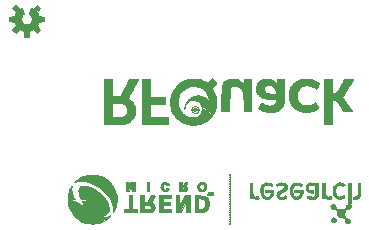
<source format=gbo>
G04 #@! TF.GenerationSoftware,KiCad,Pcbnew,(5.1.2-1)-1*
G04 #@! TF.CreationDate,2019-05-16T11:09:26+08:00*
G04 #@! TF.ProjectId,huzzah-cc112x-shield,68757a7a-6168-42d6-9363-313132782d73,1*
G04 #@! TF.SameCoordinates,Original*
G04 #@! TF.FileFunction,Legend,Bot*
G04 #@! TF.FilePolarity,Positive*
%FSLAX46Y46*%
G04 Gerber Fmt 4.6, Leading zero omitted, Abs format (unit mm)*
G04 Created by KiCad (PCBNEW (5.1.2-1)-1) date 2019-05-16 11:09:26*
%MOMM*%
%LPD*%
G04 APERTURE LIST*
%ADD10C,0.010000*%
%ADD11C,0.150000*%
G04 APERTURE END LIST*
D10*
G36*
X23253700Y-14287500D02*
G01*
X23406100Y-14366240D01*
X23782020Y-14058900D01*
X24041100Y-14317980D01*
X23733760Y-14693900D01*
X23812500Y-14846300D01*
X23863300Y-15008860D01*
X24348440Y-15059660D01*
X24348440Y-15420340D01*
X23863300Y-15471140D01*
X23812500Y-15633700D01*
X23733760Y-15786100D01*
X24041100Y-16162020D01*
X23782020Y-16421100D01*
X23406100Y-16113760D01*
X23253700Y-16192500D01*
X23091140Y-16243300D01*
X23040340Y-16728440D01*
X22679660Y-16728440D01*
X22628860Y-16243300D01*
X22466300Y-16192500D01*
X22313900Y-16113760D01*
X21937980Y-16421100D01*
X21678900Y-16162020D01*
X21986240Y-15786100D01*
X21907500Y-15633700D01*
X21856700Y-15471140D01*
X21371560Y-15420340D01*
X21371560Y-15059660D01*
X21856700Y-15008860D01*
X21907500Y-14846300D01*
X21986240Y-14693900D01*
X21678900Y-14317980D01*
X21937980Y-14058900D01*
X22313900Y-14366240D01*
X22466300Y-14287500D01*
X22682200Y-14808200D01*
X22585680Y-14861540D01*
X22504400Y-14937740D01*
X22443440Y-15029180D01*
X22405340Y-15130780D01*
X22392640Y-15240000D01*
X22405340Y-15349220D01*
X22445980Y-15455900D01*
X22509480Y-15547340D01*
X22593300Y-15623540D01*
X22692360Y-15674340D01*
X22799040Y-15702280D01*
X22910800Y-15704820D01*
X23020020Y-15679420D01*
X23119080Y-15628620D01*
X23205440Y-15554960D01*
X23268940Y-15463520D01*
X23312120Y-15359380D01*
X23327360Y-15250160D01*
X23317200Y-15140940D01*
X23279100Y-15034260D01*
X23218140Y-14940280D01*
X23136860Y-14864080D01*
X23037800Y-14808200D01*
X23253700Y-14287500D01*
G37*
X23253700Y-14287500D02*
X23406100Y-14366240D01*
X23782020Y-14058900D01*
X24041100Y-14317980D01*
X23733760Y-14693900D01*
X23812500Y-14846300D01*
X23863300Y-15008860D01*
X24348440Y-15059660D01*
X24348440Y-15420340D01*
X23863300Y-15471140D01*
X23812500Y-15633700D01*
X23733760Y-15786100D01*
X24041100Y-16162020D01*
X23782020Y-16421100D01*
X23406100Y-16113760D01*
X23253700Y-16192500D01*
X23091140Y-16243300D01*
X23040340Y-16728440D01*
X22679660Y-16728440D01*
X22628860Y-16243300D01*
X22466300Y-16192500D01*
X22313900Y-16113760D01*
X21937980Y-16421100D01*
X21678900Y-16162020D01*
X21986240Y-15786100D01*
X21907500Y-15633700D01*
X21856700Y-15471140D01*
X21371560Y-15420340D01*
X21371560Y-15059660D01*
X21856700Y-15008860D01*
X21907500Y-14846300D01*
X21986240Y-14693900D01*
X21678900Y-14317980D01*
X21937980Y-14058900D01*
X22313900Y-14366240D01*
X22466300Y-14287500D01*
X22682200Y-14808200D01*
X22585680Y-14861540D01*
X22504400Y-14937740D01*
X22443440Y-15029180D01*
X22405340Y-15130780D01*
X22392640Y-15240000D01*
X22405340Y-15349220D01*
X22445980Y-15455900D01*
X22509480Y-15547340D01*
X22593300Y-15623540D01*
X22692360Y-15674340D01*
X22799040Y-15702280D01*
X22910800Y-15704820D01*
X23020020Y-15679420D01*
X23119080Y-15628620D01*
X23205440Y-15554960D01*
X23268940Y-15463520D01*
X23312120Y-15359380D01*
X23327360Y-15250160D01*
X23317200Y-15140940D01*
X23279100Y-15034260D01*
X23218140Y-14940280D01*
X23136860Y-14864080D01*
X23037800Y-14808200D01*
X23253700Y-14287500D01*
G36*
X37148709Y-23049576D02*
G01*
X37154189Y-23044735D01*
X37145023Y-23032448D01*
X37143848Y-23031146D01*
X37127317Y-22999330D01*
X37128851Y-22965277D01*
X37146843Y-22934562D01*
X37177758Y-22913535D01*
X37204087Y-22906294D01*
X37228337Y-22911324D01*
X37241663Y-22917646D01*
X37274500Y-22934627D01*
X37274460Y-22905251D01*
X37264805Y-22858784D01*
X37239007Y-22819351D01*
X37201616Y-22789728D01*
X37157180Y-22772689D01*
X37110251Y-22771009D01*
X37080294Y-22780625D01*
X37136916Y-22780625D01*
X37142208Y-22775333D01*
X37147500Y-22780625D01*
X37142208Y-22785917D01*
X37136916Y-22780625D01*
X37080294Y-22780625D01*
X37073627Y-22782765D01*
X37048219Y-22801792D01*
X37200416Y-22801792D01*
X37205708Y-22796500D01*
X37211000Y-22801792D01*
X37205708Y-22807083D01*
X37200416Y-22801792D01*
X37048219Y-22801792D01*
X37030142Y-22815328D01*
X37001915Y-22857719D01*
X37001065Y-22861205D01*
X37055469Y-22861205D01*
X37068996Y-22842179D01*
X37086811Y-22831062D01*
X37094583Y-22828250D01*
X37107408Y-22833812D01*
X37120169Y-22842179D01*
X37134288Y-22863185D01*
X37130865Y-22887502D01*
X37113104Y-22906437D01*
X37089545Y-22911944D01*
X37069381Y-22902300D01*
X37056670Y-22883416D01*
X37055469Y-22861205D01*
X37001065Y-22861205D01*
X36990250Y-22905532D01*
X36996453Y-22954364D01*
X37012880Y-22987927D01*
X37048952Y-23026940D01*
X37092848Y-23046897D01*
X37125327Y-23050344D01*
X37148709Y-23049576D01*
X37148709Y-23049576D01*
G37*
X37148709Y-23049576D02*
X37154189Y-23044735D01*
X37145023Y-23032448D01*
X37143848Y-23031146D01*
X37127317Y-22999330D01*
X37128851Y-22965277D01*
X37146843Y-22934562D01*
X37177758Y-22913535D01*
X37204087Y-22906294D01*
X37228337Y-22911324D01*
X37241663Y-22917646D01*
X37274500Y-22934627D01*
X37274460Y-22905251D01*
X37264805Y-22858784D01*
X37239007Y-22819351D01*
X37201616Y-22789728D01*
X37157180Y-22772689D01*
X37110251Y-22771009D01*
X37080294Y-22780625D01*
X37136916Y-22780625D01*
X37142208Y-22775333D01*
X37147500Y-22780625D01*
X37142208Y-22785917D01*
X37136916Y-22780625D01*
X37080294Y-22780625D01*
X37073627Y-22782765D01*
X37048219Y-22801792D01*
X37200416Y-22801792D01*
X37205708Y-22796500D01*
X37211000Y-22801792D01*
X37205708Y-22807083D01*
X37200416Y-22801792D01*
X37048219Y-22801792D01*
X37030142Y-22815328D01*
X37001915Y-22857719D01*
X37001065Y-22861205D01*
X37055469Y-22861205D01*
X37068996Y-22842179D01*
X37086811Y-22831062D01*
X37094583Y-22828250D01*
X37107408Y-22833812D01*
X37120169Y-22842179D01*
X37134288Y-22863185D01*
X37130865Y-22887502D01*
X37113104Y-22906437D01*
X37089545Y-22911944D01*
X37069381Y-22902300D01*
X37056670Y-22883416D01*
X37055469Y-22861205D01*
X37001065Y-22861205D01*
X36990250Y-22905532D01*
X36996453Y-22954364D01*
X37012880Y-22987927D01*
X37048952Y-23026940D01*
X37092848Y-23046897D01*
X37125327Y-23050344D01*
X37148709Y-23049576D01*
G36*
X37808052Y-22918724D02*
G01*
X37829986Y-22910371D01*
X37854046Y-22898221D01*
X37872411Y-22886123D01*
X37877750Y-22879207D01*
X37877309Y-22873182D01*
X37872726Y-22872511D01*
X37859109Y-22878659D01*
X37831772Y-22892983D01*
X37808261Y-22906934D01*
X37796327Y-22917134D01*
X37796066Y-22919427D01*
X37808052Y-22918724D01*
X37808052Y-22918724D01*
G37*
X37808052Y-22918724D02*
X37829986Y-22910371D01*
X37854046Y-22898221D01*
X37872411Y-22886123D01*
X37877750Y-22879207D01*
X37877309Y-22873182D01*
X37872726Y-22872511D01*
X37859109Y-22878659D01*
X37831772Y-22892983D01*
X37808261Y-22906934D01*
X37796327Y-22917134D01*
X37796066Y-22919427D01*
X37808052Y-22918724D01*
G36*
X37236458Y-23192531D02*
G01*
X37302834Y-23158278D01*
X37341542Y-23126650D01*
X37389665Y-23068562D01*
X37418966Y-23003625D01*
X37430797Y-22937245D01*
X37429654Y-22862045D01*
X37412002Y-22796113D01*
X37376198Y-22733647D01*
X37371166Y-22726851D01*
X37319163Y-22674503D01*
X37255501Y-22636560D01*
X37184729Y-22614412D01*
X37111395Y-22609449D01*
X37040049Y-22623063D01*
X37036153Y-22624421D01*
X36961714Y-22661243D01*
X36902254Y-22712727D01*
X36858546Y-22778092D01*
X36840798Y-22821810D01*
X36832324Y-22869510D01*
X36832285Y-22927070D01*
X36833354Y-22935222D01*
X36843504Y-22935222D01*
X36846222Y-22860371D01*
X36866680Y-22792539D01*
X36902182Y-22733509D01*
X36950031Y-22685061D01*
X37007532Y-22648978D01*
X37071986Y-22627043D01*
X37140698Y-22621036D01*
X37210971Y-22632741D01*
X37266201Y-22655890D01*
X37329480Y-22701043D01*
X37376365Y-22756716D01*
X37406700Y-22819853D01*
X37420329Y-22887399D01*
X37417097Y-22956298D01*
X37396850Y-23023493D01*
X37359432Y-23085930D01*
X37304688Y-23140553D01*
X37291321Y-23150501D01*
X37262341Y-23170497D01*
X37239815Y-23183048D01*
X37217287Y-23189887D01*
X37188298Y-23192749D01*
X37146389Y-23193368D01*
X37131625Y-23193375D01*
X37084994Y-23193072D01*
X37053072Y-23191005D01*
X37029400Y-23185441D01*
X37007521Y-23174646D01*
X36980975Y-23156886D01*
X36971928Y-23150501D01*
X36911365Y-23096157D01*
X36869480Y-23032216D01*
X36846637Y-22959288D01*
X36843504Y-22935222D01*
X36833354Y-22935222D01*
X36839921Y-22985288D01*
X36854473Y-23034957D01*
X36859230Y-23045208D01*
X36902985Y-23108962D01*
X36958818Y-23157784D01*
X37023404Y-23191113D01*
X37093421Y-23208388D01*
X37165547Y-23209048D01*
X37236458Y-23192531D01*
X37236458Y-23192531D01*
G37*
X37236458Y-23192531D02*
X37302834Y-23158278D01*
X37341542Y-23126650D01*
X37389665Y-23068562D01*
X37418966Y-23003625D01*
X37430797Y-22937245D01*
X37429654Y-22862045D01*
X37412002Y-22796113D01*
X37376198Y-22733647D01*
X37371166Y-22726851D01*
X37319163Y-22674503D01*
X37255501Y-22636560D01*
X37184729Y-22614412D01*
X37111395Y-22609449D01*
X37040049Y-22623063D01*
X37036153Y-22624421D01*
X36961714Y-22661243D01*
X36902254Y-22712727D01*
X36858546Y-22778092D01*
X36840798Y-22821810D01*
X36832324Y-22869510D01*
X36832285Y-22927070D01*
X36833354Y-22935222D01*
X36843504Y-22935222D01*
X36846222Y-22860371D01*
X36866680Y-22792539D01*
X36902182Y-22733509D01*
X36950031Y-22685061D01*
X37007532Y-22648978D01*
X37071986Y-22627043D01*
X37140698Y-22621036D01*
X37210971Y-22632741D01*
X37266201Y-22655890D01*
X37329480Y-22701043D01*
X37376365Y-22756716D01*
X37406700Y-22819853D01*
X37420329Y-22887399D01*
X37417097Y-22956298D01*
X37396850Y-23023493D01*
X37359432Y-23085930D01*
X37304688Y-23140553D01*
X37291321Y-23150501D01*
X37262341Y-23170497D01*
X37239815Y-23183048D01*
X37217287Y-23189887D01*
X37188298Y-23192749D01*
X37146389Y-23193368D01*
X37131625Y-23193375D01*
X37084994Y-23193072D01*
X37053072Y-23191005D01*
X37029400Y-23185441D01*
X37007521Y-23174646D01*
X36980975Y-23156886D01*
X36971928Y-23150501D01*
X36911365Y-23096157D01*
X36869480Y-23032216D01*
X36846637Y-22959288D01*
X36843504Y-22935222D01*
X36833354Y-22935222D01*
X36839921Y-22985288D01*
X36854473Y-23034957D01*
X36859230Y-23045208D01*
X36902985Y-23108962D01*
X36958818Y-23157784D01*
X37023404Y-23191113D01*
X37093421Y-23208388D01*
X37165547Y-23209048D01*
X37236458Y-23192531D01*
G36*
X37726055Y-24062972D02*
G01*
X37724602Y-24056681D01*
X37719000Y-24055917D01*
X37710288Y-24059789D01*
X37711944Y-24062972D01*
X37724504Y-24064239D01*
X37726055Y-24062972D01*
X37726055Y-24062972D01*
G37*
X37726055Y-24062972D02*
X37724602Y-24056681D01*
X37719000Y-24055917D01*
X37710288Y-24059789D01*
X37711944Y-24062972D01*
X37724504Y-24064239D01*
X37726055Y-24062972D01*
G36*
X36247916Y-24061208D02*
G01*
X36242625Y-24055917D01*
X36237333Y-24061208D01*
X36242625Y-24066500D01*
X36247916Y-24061208D01*
X36247916Y-24061208D01*
G37*
X36247916Y-24061208D02*
X36242625Y-24055917D01*
X36237333Y-24061208D01*
X36242625Y-24066500D01*
X36247916Y-24061208D01*
G36*
X37098555Y-24186958D02*
G01*
X37177080Y-24184279D01*
X37244622Y-24180215D01*
X37296594Y-24174767D01*
X37304636Y-24173525D01*
X37392980Y-24158841D01*
X37386443Y-24126154D01*
X37362184Y-24055672D01*
X37320209Y-23988869D01*
X37263964Y-23928920D01*
X37196892Y-23879002D01*
X37122439Y-23842292D01*
X37059225Y-23824445D01*
X37009916Y-23815233D01*
X37009916Y-23881362D01*
X37012325Y-23926407D01*
X37019880Y-23953256D01*
X37025791Y-23960667D01*
X37039954Y-23985072D01*
X37038066Y-24017579D01*
X37030710Y-24035446D01*
X37012487Y-24050050D01*
X36984081Y-24056107D01*
X36955008Y-24052819D01*
X36937950Y-24043217D01*
X36926738Y-24018966D01*
X36927863Y-23988128D01*
X36940865Y-23960977D01*
X36941661Y-23960074D01*
X36951841Y-23940023D01*
X36955504Y-23907002D01*
X36954890Y-23878987D01*
X36951708Y-23816035D01*
X36893500Y-23828097D01*
X36808327Y-23856126D01*
X36731383Y-23901808D01*
X36665651Y-23962420D01*
X36614116Y-24035243D01*
X36581079Y-24113070D01*
X36567127Y-24159429D01*
X36612866Y-24167042D01*
X37253333Y-24167042D01*
X37258625Y-24161750D01*
X37263916Y-24167042D01*
X37258625Y-24172333D01*
X37253333Y-24167042D01*
X36612866Y-24167042D01*
X36653584Y-24173819D01*
X36701698Y-24179497D01*
X36766346Y-24183777D01*
X36842942Y-24186661D01*
X36926899Y-24188151D01*
X37013632Y-24188249D01*
X37098555Y-24186958D01*
X37098555Y-24186958D01*
G37*
X37098555Y-24186958D02*
X37177080Y-24184279D01*
X37244622Y-24180215D01*
X37296594Y-24174767D01*
X37304636Y-24173525D01*
X37392980Y-24158841D01*
X37386443Y-24126154D01*
X37362184Y-24055672D01*
X37320209Y-23988869D01*
X37263964Y-23928920D01*
X37196892Y-23879002D01*
X37122439Y-23842292D01*
X37059225Y-23824445D01*
X37009916Y-23815233D01*
X37009916Y-23881362D01*
X37012325Y-23926407D01*
X37019880Y-23953256D01*
X37025791Y-23960667D01*
X37039954Y-23985072D01*
X37038066Y-24017579D01*
X37030710Y-24035446D01*
X37012487Y-24050050D01*
X36984081Y-24056107D01*
X36955008Y-24052819D01*
X36937950Y-24043217D01*
X36926738Y-24018966D01*
X36927863Y-23988128D01*
X36940865Y-23960977D01*
X36941661Y-23960074D01*
X36951841Y-23940023D01*
X36955504Y-23907002D01*
X36954890Y-23878987D01*
X36951708Y-23816035D01*
X36893500Y-23828097D01*
X36808327Y-23856126D01*
X36731383Y-23901808D01*
X36665651Y-23962420D01*
X36614116Y-24035243D01*
X36581079Y-24113070D01*
X36567127Y-24159429D01*
X36612866Y-24167042D01*
X37253333Y-24167042D01*
X37258625Y-24161750D01*
X37263916Y-24167042D01*
X37258625Y-24172333D01*
X37253333Y-24167042D01*
X36612866Y-24167042D01*
X36653584Y-24173819D01*
X36701698Y-24179497D01*
X36766346Y-24183777D01*
X36842942Y-24186661D01*
X36926899Y-24188151D01*
X37013632Y-24188249D01*
X37098555Y-24186958D01*
G36*
X35440262Y-23466997D02*
G01*
X35438291Y-23463250D01*
X35428319Y-23453143D01*
X35426459Y-23452667D01*
X35425737Y-23459503D01*
X35427708Y-23463250D01*
X35437680Y-23473357D01*
X35439540Y-23473833D01*
X35440262Y-23466997D01*
X35440262Y-23466997D01*
G37*
X35440262Y-23466997D02*
X35438291Y-23463250D01*
X35428319Y-23453143D01*
X35426459Y-23452667D01*
X35425737Y-23459503D01*
X35427708Y-23463250D01*
X35437680Y-23473357D01*
X35439540Y-23473833D01*
X35440262Y-23466997D01*
G36*
X38553448Y-23437802D02*
G01*
X38564720Y-23427964D01*
X38565666Y-23425584D01*
X38560644Y-23421234D01*
X38550187Y-23430981D01*
X38548781Y-23433135D01*
X38547533Y-23440378D01*
X38553448Y-23437802D01*
X38553448Y-23437802D01*
G37*
X38553448Y-23437802D02*
X38564720Y-23427964D01*
X38565666Y-23425584D01*
X38560644Y-23421234D01*
X38550187Y-23430981D01*
X38548781Y-23433135D01*
X38547533Y-23440378D01*
X38553448Y-23437802D01*
G36*
X35411833Y-23426208D02*
G01*
X35406541Y-23420917D01*
X35401250Y-23426208D01*
X35406541Y-23431500D01*
X35411833Y-23426208D01*
X35411833Y-23426208D01*
G37*
X35411833Y-23426208D02*
X35406541Y-23420917D01*
X35401250Y-23426208D01*
X35406541Y-23431500D01*
X35411833Y-23426208D01*
G36*
X45455416Y-20716875D02*
G01*
X45450125Y-20711583D01*
X45444833Y-20716875D01*
X45450125Y-20722167D01*
X45455416Y-20716875D01*
X45455416Y-20716875D01*
G37*
X45455416Y-20716875D02*
X45450125Y-20711583D01*
X45444833Y-20716875D01*
X45450125Y-20722167D01*
X45455416Y-20716875D01*
G36*
X38205833Y-20600458D02*
G01*
X38200541Y-20595167D01*
X38195250Y-20600458D01*
X38200541Y-20605750D01*
X38205833Y-20600458D01*
X38205833Y-20600458D01*
G37*
X38205833Y-20600458D02*
X38200541Y-20595167D01*
X38195250Y-20600458D01*
X38200541Y-20605750D01*
X38205833Y-20600458D01*
G36*
X48699208Y-22103292D02*
G01*
X48861825Y-22100364D01*
X48934389Y-22099769D01*
X48987177Y-22101017D01*
X49021506Y-22104178D01*
X49038692Y-22109323D01*
X49039439Y-22109882D01*
X49048106Y-22120785D01*
X49067503Y-22147546D01*
X49096478Y-22188504D01*
X49133876Y-22242002D01*
X49178546Y-22306381D01*
X49229333Y-22379980D01*
X49285085Y-22461141D01*
X49344648Y-22548206D01*
X49374238Y-22591584D01*
X49694041Y-23060840D01*
X50061812Y-23060962D01*
X50147656Y-23060833D01*
X50226392Y-23060412D01*
X50295618Y-23059734D01*
X50352929Y-23058837D01*
X50395923Y-23057757D01*
X50422195Y-23056530D01*
X50429583Y-23055399D01*
X50423771Y-23043186D01*
X50408644Y-23019800D01*
X50387664Y-22989923D01*
X50364295Y-22958235D01*
X50341998Y-22929420D01*
X50324236Y-22908159D01*
X50314472Y-22899134D01*
X50313984Y-22899100D01*
X50306777Y-22892771D01*
X50306111Y-22887436D01*
X50301939Y-22877105D01*
X50289023Y-22855321D01*
X50266757Y-22821200D01*
X50234538Y-22773860D01*
X50191762Y-22712416D01*
X50137824Y-22635985D01*
X50072121Y-22543684D01*
X50048583Y-22510750D01*
X50024884Y-22477483D01*
X49992553Y-22431912D01*
X49955136Y-22379043D01*
X49916179Y-22323886D01*
X49898691Y-22299083D01*
X49855239Y-22237469D01*
X49804887Y-22166140D01*
X49752972Y-22092654D01*
X49704832Y-22024567D01*
X49690010Y-22003619D01*
X49655315Y-21953577D01*
X49625785Y-21909021D01*
X49603306Y-21872962D01*
X49589766Y-21848411D01*
X49586713Y-21838788D01*
X49592987Y-21828369D01*
X49609727Y-21801800D01*
X49635893Y-21760695D01*
X49670442Y-21706669D01*
X49712333Y-21641335D01*
X49760522Y-21566308D01*
X49813970Y-21483202D01*
X49871633Y-21393631D01*
X49932469Y-21299210D01*
X49995438Y-21201553D01*
X50059496Y-21102274D01*
X50123602Y-21002988D01*
X50186715Y-20905308D01*
X50247792Y-20810848D01*
X50305791Y-20721224D01*
X50359670Y-20638050D01*
X50408388Y-20562938D01*
X50450902Y-20497505D01*
X50486172Y-20443364D01*
X50513154Y-20402129D01*
X50530806Y-20375415D01*
X50537968Y-20364979D01*
X50536938Y-20361426D01*
X50526477Y-20358532D01*
X50504934Y-20356238D01*
X50470656Y-20354488D01*
X50421988Y-20353222D01*
X50357279Y-20352383D01*
X50274875Y-20351912D01*
X50173124Y-20351751D01*
X50161857Y-20351750D01*
X49775122Y-20351750D01*
X49656164Y-20550188D01*
X49620023Y-20610269D01*
X49586396Y-20665787D01*
X49557202Y-20713603D01*
X49534360Y-20750580D01*
X49519787Y-20773580D01*
X49517059Y-20777657D01*
X49505359Y-20800817D01*
X49504030Y-20818061D01*
X49504507Y-20818980D01*
X49506012Y-20826560D01*
X49502174Y-20825134D01*
X49492515Y-20830599D01*
X49475791Y-20850589D01*
X49455215Y-20881127D01*
X49450025Y-20889644D01*
X49433912Y-20916497D01*
X49408593Y-20958550D01*
X49375825Y-21012893D01*
X49337363Y-21076618D01*
X49294962Y-21146816D01*
X49250376Y-21220579D01*
X49233424Y-21248612D01*
X49059041Y-21536932D01*
X48876479Y-21537008D01*
X48693916Y-21537083D01*
X48693916Y-20351750D01*
X48027166Y-20351750D01*
X48027166Y-24130000D01*
X48693810Y-24130000D01*
X48699208Y-22103292D01*
X48699208Y-22103292D01*
G37*
X48699208Y-22103292D02*
X48861825Y-22100364D01*
X48934389Y-22099769D01*
X48987177Y-22101017D01*
X49021506Y-22104178D01*
X49038692Y-22109323D01*
X49039439Y-22109882D01*
X49048106Y-22120785D01*
X49067503Y-22147546D01*
X49096478Y-22188504D01*
X49133876Y-22242002D01*
X49178546Y-22306381D01*
X49229333Y-22379980D01*
X49285085Y-22461141D01*
X49344648Y-22548206D01*
X49374238Y-22591584D01*
X49694041Y-23060840D01*
X50061812Y-23060962D01*
X50147656Y-23060833D01*
X50226392Y-23060412D01*
X50295618Y-23059734D01*
X50352929Y-23058837D01*
X50395923Y-23057757D01*
X50422195Y-23056530D01*
X50429583Y-23055399D01*
X50423771Y-23043186D01*
X50408644Y-23019800D01*
X50387664Y-22989923D01*
X50364295Y-22958235D01*
X50341998Y-22929420D01*
X50324236Y-22908159D01*
X50314472Y-22899134D01*
X50313984Y-22899100D01*
X50306777Y-22892771D01*
X50306111Y-22887436D01*
X50301939Y-22877105D01*
X50289023Y-22855321D01*
X50266757Y-22821200D01*
X50234538Y-22773860D01*
X50191762Y-22712416D01*
X50137824Y-22635985D01*
X50072121Y-22543684D01*
X50048583Y-22510750D01*
X50024884Y-22477483D01*
X49992553Y-22431912D01*
X49955136Y-22379043D01*
X49916179Y-22323886D01*
X49898691Y-22299083D01*
X49855239Y-22237469D01*
X49804887Y-22166140D01*
X49752972Y-22092654D01*
X49704832Y-22024567D01*
X49690010Y-22003619D01*
X49655315Y-21953577D01*
X49625785Y-21909021D01*
X49603306Y-21872962D01*
X49589766Y-21848411D01*
X49586713Y-21838788D01*
X49592987Y-21828369D01*
X49609727Y-21801800D01*
X49635893Y-21760695D01*
X49670442Y-21706669D01*
X49712333Y-21641335D01*
X49760522Y-21566308D01*
X49813970Y-21483202D01*
X49871633Y-21393631D01*
X49932469Y-21299210D01*
X49995438Y-21201553D01*
X50059496Y-21102274D01*
X50123602Y-21002988D01*
X50186715Y-20905308D01*
X50247792Y-20810848D01*
X50305791Y-20721224D01*
X50359670Y-20638050D01*
X50408388Y-20562938D01*
X50450902Y-20497505D01*
X50486172Y-20443364D01*
X50513154Y-20402129D01*
X50530806Y-20375415D01*
X50537968Y-20364979D01*
X50536938Y-20361426D01*
X50526477Y-20358532D01*
X50504934Y-20356238D01*
X50470656Y-20354488D01*
X50421988Y-20353222D01*
X50357279Y-20352383D01*
X50274875Y-20351912D01*
X50173124Y-20351751D01*
X50161857Y-20351750D01*
X49775122Y-20351750D01*
X49656164Y-20550188D01*
X49620023Y-20610269D01*
X49586396Y-20665787D01*
X49557202Y-20713603D01*
X49534360Y-20750580D01*
X49519787Y-20773580D01*
X49517059Y-20777657D01*
X49505359Y-20800817D01*
X49504030Y-20818061D01*
X49504507Y-20818980D01*
X49506012Y-20826560D01*
X49502174Y-20825134D01*
X49492515Y-20830599D01*
X49475791Y-20850589D01*
X49455215Y-20881127D01*
X49450025Y-20889644D01*
X49433912Y-20916497D01*
X49408593Y-20958550D01*
X49375825Y-21012893D01*
X49337363Y-21076618D01*
X49294962Y-21146816D01*
X49250376Y-21220579D01*
X49233424Y-21248612D01*
X49059041Y-21536932D01*
X48876479Y-21537008D01*
X48693916Y-21537083D01*
X48693916Y-20351750D01*
X48027166Y-20351750D01*
X48027166Y-24130000D01*
X48693810Y-24130000D01*
X48699208Y-22103292D01*
G36*
X34850916Y-23547917D02*
G01*
X33358666Y-23547917D01*
X33358666Y-22468417D01*
X34618083Y-22468417D01*
X34618083Y-21886333D01*
X33358666Y-21886333D01*
X33358666Y-20351750D01*
X32681333Y-20351750D01*
X32681333Y-24130000D01*
X34850916Y-24130000D01*
X34850916Y-23547917D01*
X34850916Y-23547917D01*
G37*
X34850916Y-23547917D02*
X33358666Y-23547917D01*
X33358666Y-22468417D01*
X34618083Y-22468417D01*
X34618083Y-21886333D01*
X33358666Y-21886333D01*
X33358666Y-20351750D01*
X32681333Y-20351750D01*
X32681333Y-24130000D01*
X34850916Y-24130000D01*
X34850916Y-23547917D01*
G36*
X30202187Y-24129817D02*
G01*
X30328375Y-24129638D01*
X30450667Y-24129183D01*
X30567044Y-24128476D01*
X30675487Y-24127542D01*
X30773979Y-24126407D01*
X30860500Y-24125096D01*
X30933033Y-24123633D01*
X30989558Y-24122044D01*
X31028056Y-24120354D01*
X31040916Y-24119380D01*
X31112493Y-24111294D01*
X31174339Y-24102764D01*
X31223971Y-24094247D01*
X31258906Y-24086204D01*
X31276661Y-24079091D01*
X31278111Y-24075578D01*
X31280925Y-24070975D01*
X31288638Y-24072878D01*
X31312088Y-24073135D01*
X31349547Y-24063339D01*
X31397421Y-24045191D01*
X31452118Y-24020395D01*
X31510044Y-23990650D01*
X31567606Y-23957661D01*
X31621210Y-23923127D01*
X31652191Y-23900688D01*
X31738730Y-23826850D01*
X31813007Y-23745835D01*
X31877514Y-23656824D01*
X31906880Y-23608186D01*
X31935443Y-23554053D01*
X31960992Y-23499390D01*
X31981310Y-23449160D01*
X31994185Y-23408327D01*
X31997602Y-23387561D01*
X32000412Y-23368353D01*
X32005043Y-23363383D01*
X32012183Y-23357439D01*
X32020101Y-23333840D01*
X32028305Y-23296059D01*
X32036305Y-23247572D01*
X32043612Y-23191851D01*
X32049734Y-23132371D01*
X32054183Y-23072605D01*
X32056467Y-23016028D01*
X32056664Y-22997583D01*
X32047683Y-22841771D01*
X32020847Y-22692406D01*
X31977029Y-22551031D01*
X31917105Y-22419192D01*
X31841948Y-22298432D01*
X31752433Y-22190295D01*
X31649435Y-22096327D01*
X31533827Y-22018070D01*
X31488062Y-21993421D01*
X31455365Y-21976371D01*
X31431720Y-21962925D01*
X31421955Y-21955840D01*
X31421916Y-21955666D01*
X31427389Y-21945558D01*
X31442189Y-21921701D01*
X31463884Y-21887946D01*
X31483570Y-21857923D01*
X31512073Y-21812949D01*
X31546414Y-21755944D01*
X31582628Y-21693637D01*
X31616748Y-21632757D01*
X31622751Y-21621750D01*
X31653895Y-21564567D01*
X31691873Y-21495160D01*
X31733242Y-21419808D01*
X31774553Y-21344790D01*
X31805722Y-21288375D01*
X31842999Y-21220975D01*
X31881803Y-21150722D01*
X31919110Y-21083095D01*
X31951899Y-21023572D01*
X31975048Y-20981458D01*
X32005857Y-20925373D01*
X32038966Y-20865202D01*
X32069831Y-20809194D01*
X32088666Y-20775083D01*
X32114366Y-20728494D01*
X32145912Y-20671147D01*
X32179008Y-20610863D01*
X32205002Y-20563417D01*
X32232665Y-20512975D01*
X32259137Y-20464902D01*
X32281463Y-20424551D01*
X32296690Y-20397272D01*
X32296997Y-20396729D01*
X32322392Y-20351750D01*
X31562247Y-20351750D01*
X31389494Y-20677188D01*
X31345082Y-20760849D01*
X31300379Y-20845050D01*
X31257233Y-20926312D01*
X31217491Y-21001157D01*
X31183000Y-21066106D01*
X31155606Y-21117680D01*
X31144598Y-21138401D01*
X31119458Y-21187326D01*
X31099121Y-21230028D01*
X31085185Y-21262898D01*
X31079246Y-21282327D01*
X31079487Y-21285558D01*
X31080484Y-21292488D01*
X31076947Y-21291075D01*
X31069542Y-21298362D01*
X31053801Y-21321952D01*
X31031178Y-21359382D01*
X31003132Y-21408190D01*
X30971118Y-21465912D01*
X30945666Y-21513037D01*
X30911187Y-21577115D01*
X30879341Y-21635425D01*
X30851674Y-21685207D01*
X30829732Y-21723701D01*
X30815059Y-21748147D01*
X30809973Y-21755389D01*
X30802153Y-21759622D01*
X30786372Y-21762990D01*
X30760592Y-21765578D01*
X30722775Y-21767475D01*
X30670880Y-21768766D01*
X30602871Y-21769539D01*
X30516707Y-21769881D01*
X30468660Y-21769917D01*
X30141333Y-21769917D01*
X30141333Y-20351750D01*
X29464000Y-20351750D01*
X29464000Y-22346708D01*
X30850416Y-22346708D01*
X30855708Y-22341417D01*
X30861000Y-22346708D01*
X30855708Y-22352000D01*
X30850416Y-22346708D01*
X29464000Y-22346708D01*
X29464000Y-23547917D01*
X30141333Y-23547917D01*
X30141333Y-22350187D01*
X30524979Y-22354431D01*
X30626134Y-22355614D01*
X30708555Y-22356799D01*
X30774670Y-22358131D01*
X30826911Y-22359759D01*
X30867709Y-22361829D01*
X30899493Y-22364486D01*
X30924696Y-22367879D01*
X30945747Y-22372154D01*
X30965076Y-22377457D01*
X30978783Y-22381826D01*
X31078636Y-22422431D01*
X31161248Y-22473553D01*
X31228783Y-22537251D01*
X31283403Y-22615583D01*
X31327271Y-22710610D01*
X31328983Y-22715194D01*
X31343827Y-22758347D01*
X31353831Y-22797073D01*
X31360223Y-22838455D01*
X31363987Y-22886458D01*
X32035750Y-22886458D01*
X32041041Y-22881167D01*
X32046333Y-22886458D01*
X32041041Y-22891750D01*
X32035750Y-22886458D01*
X31363987Y-22886458D01*
X31364232Y-22889574D01*
X31366041Y-22928792D01*
X31363756Y-23053183D01*
X31353305Y-23119292D01*
X32035750Y-23119292D01*
X32041041Y-23114000D01*
X32046333Y-23119292D01*
X32041041Y-23124583D01*
X32035750Y-23119292D01*
X31353305Y-23119292D01*
X31346423Y-23162815D01*
X31313877Y-23257985D01*
X31265951Y-23338986D01*
X31202479Y-23406114D01*
X31123293Y-23459664D01*
X31047259Y-23493383D01*
X31005487Y-23507624D01*
X30964981Y-23519201D01*
X30922962Y-23528379D01*
X30876648Y-23535423D01*
X30823261Y-23540599D01*
X30760019Y-23544171D01*
X30684143Y-23546404D01*
X30592854Y-23547564D01*
X30483370Y-23547916D01*
X30475326Y-23547917D01*
X30141333Y-23547917D01*
X29464000Y-23547917D01*
X29464000Y-23565556D01*
X30695194Y-23565556D01*
X30696647Y-23559264D01*
X30702250Y-23558500D01*
X30710961Y-23562372D01*
X30709305Y-23565556D01*
X30696745Y-23566822D01*
X30695194Y-23565556D01*
X29464000Y-23565556D01*
X29464000Y-24130000D01*
X30202187Y-24129817D01*
X30202187Y-24129817D01*
G37*
X30202187Y-24129817D02*
X30328375Y-24129638D01*
X30450667Y-24129183D01*
X30567044Y-24128476D01*
X30675487Y-24127542D01*
X30773979Y-24126407D01*
X30860500Y-24125096D01*
X30933033Y-24123633D01*
X30989558Y-24122044D01*
X31028056Y-24120354D01*
X31040916Y-24119380D01*
X31112493Y-24111294D01*
X31174339Y-24102764D01*
X31223971Y-24094247D01*
X31258906Y-24086204D01*
X31276661Y-24079091D01*
X31278111Y-24075578D01*
X31280925Y-24070975D01*
X31288638Y-24072878D01*
X31312088Y-24073135D01*
X31349547Y-24063339D01*
X31397421Y-24045191D01*
X31452118Y-24020395D01*
X31510044Y-23990650D01*
X31567606Y-23957661D01*
X31621210Y-23923127D01*
X31652191Y-23900688D01*
X31738730Y-23826850D01*
X31813007Y-23745835D01*
X31877514Y-23656824D01*
X31906880Y-23608186D01*
X31935443Y-23554053D01*
X31960992Y-23499390D01*
X31981310Y-23449160D01*
X31994185Y-23408327D01*
X31997602Y-23387561D01*
X32000412Y-23368353D01*
X32005043Y-23363383D01*
X32012183Y-23357439D01*
X32020101Y-23333840D01*
X32028305Y-23296059D01*
X32036305Y-23247572D01*
X32043612Y-23191851D01*
X32049734Y-23132371D01*
X32054183Y-23072605D01*
X32056467Y-23016028D01*
X32056664Y-22997583D01*
X32047683Y-22841771D01*
X32020847Y-22692406D01*
X31977029Y-22551031D01*
X31917105Y-22419192D01*
X31841948Y-22298432D01*
X31752433Y-22190295D01*
X31649435Y-22096327D01*
X31533827Y-22018070D01*
X31488062Y-21993421D01*
X31455365Y-21976371D01*
X31431720Y-21962925D01*
X31421955Y-21955840D01*
X31421916Y-21955666D01*
X31427389Y-21945558D01*
X31442189Y-21921701D01*
X31463884Y-21887946D01*
X31483570Y-21857923D01*
X31512073Y-21812949D01*
X31546414Y-21755944D01*
X31582628Y-21693637D01*
X31616748Y-21632757D01*
X31622751Y-21621750D01*
X31653895Y-21564567D01*
X31691873Y-21495160D01*
X31733242Y-21419808D01*
X31774553Y-21344790D01*
X31805722Y-21288375D01*
X31842999Y-21220975D01*
X31881803Y-21150722D01*
X31919110Y-21083095D01*
X31951899Y-21023572D01*
X31975048Y-20981458D01*
X32005857Y-20925373D01*
X32038966Y-20865202D01*
X32069831Y-20809194D01*
X32088666Y-20775083D01*
X32114366Y-20728494D01*
X32145912Y-20671147D01*
X32179008Y-20610863D01*
X32205002Y-20563417D01*
X32232665Y-20512975D01*
X32259137Y-20464902D01*
X32281463Y-20424551D01*
X32296690Y-20397272D01*
X32296997Y-20396729D01*
X32322392Y-20351750D01*
X31562247Y-20351750D01*
X31389494Y-20677188D01*
X31345082Y-20760849D01*
X31300379Y-20845050D01*
X31257233Y-20926312D01*
X31217491Y-21001157D01*
X31183000Y-21066106D01*
X31155606Y-21117680D01*
X31144598Y-21138401D01*
X31119458Y-21187326D01*
X31099121Y-21230028D01*
X31085185Y-21262898D01*
X31079246Y-21282327D01*
X31079487Y-21285558D01*
X31080484Y-21292488D01*
X31076947Y-21291075D01*
X31069542Y-21298362D01*
X31053801Y-21321952D01*
X31031178Y-21359382D01*
X31003132Y-21408190D01*
X30971118Y-21465912D01*
X30945666Y-21513037D01*
X30911187Y-21577115D01*
X30879341Y-21635425D01*
X30851674Y-21685207D01*
X30829732Y-21723701D01*
X30815059Y-21748147D01*
X30809973Y-21755389D01*
X30802153Y-21759622D01*
X30786372Y-21762990D01*
X30760592Y-21765578D01*
X30722775Y-21767475D01*
X30670880Y-21768766D01*
X30602871Y-21769539D01*
X30516707Y-21769881D01*
X30468660Y-21769917D01*
X30141333Y-21769917D01*
X30141333Y-20351750D01*
X29464000Y-20351750D01*
X29464000Y-22346708D01*
X30850416Y-22346708D01*
X30855708Y-22341417D01*
X30861000Y-22346708D01*
X30855708Y-22352000D01*
X30850416Y-22346708D01*
X29464000Y-22346708D01*
X29464000Y-23547917D01*
X30141333Y-23547917D01*
X30141333Y-22350187D01*
X30524979Y-22354431D01*
X30626134Y-22355614D01*
X30708555Y-22356799D01*
X30774670Y-22358131D01*
X30826911Y-22359759D01*
X30867709Y-22361829D01*
X30899493Y-22364486D01*
X30924696Y-22367879D01*
X30945747Y-22372154D01*
X30965076Y-22377457D01*
X30978783Y-22381826D01*
X31078636Y-22422431D01*
X31161248Y-22473553D01*
X31228783Y-22537251D01*
X31283403Y-22615583D01*
X31327271Y-22710610D01*
X31328983Y-22715194D01*
X31343827Y-22758347D01*
X31353831Y-22797073D01*
X31360223Y-22838455D01*
X31363987Y-22886458D01*
X32035750Y-22886458D01*
X32041041Y-22881167D01*
X32046333Y-22886458D01*
X32041041Y-22891750D01*
X32035750Y-22886458D01*
X31363987Y-22886458D01*
X31364232Y-22889574D01*
X31366041Y-22928792D01*
X31363756Y-23053183D01*
X31353305Y-23119292D01*
X32035750Y-23119292D01*
X32041041Y-23114000D01*
X32046333Y-23119292D01*
X32041041Y-23124583D01*
X32035750Y-23119292D01*
X31353305Y-23119292D01*
X31346423Y-23162815D01*
X31313877Y-23257985D01*
X31265951Y-23338986D01*
X31202479Y-23406114D01*
X31123293Y-23459664D01*
X31047259Y-23493383D01*
X31005487Y-23507624D01*
X30964981Y-23519201D01*
X30922962Y-23528379D01*
X30876648Y-23535423D01*
X30823261Y-23540599D01*
X30760019Y-23544171D01*
X30684143Y-23546404D01*
X30592854Y-23547564D01*
X30483370Y-23547916D01*
X30475326Y-23547917D01*
X30141333Y-23547917D01*
X29464000Y-23547917D01*
X29464000Y-23565556D01*
X30695194Y-23565556D01*
X30696647Y-23559264D01*
X30702250Y-23558500D01*
X30710961Y-23562372D01*
X30709305Y-23565556D01*
X30696745Y-23566822D01*
X30695194Y-23565556D01*
X29464000Y-23565556D01*
X29464000Y-24130000D01*
X30202187Y-24129817D01*
G36*
X46744847Y-23114693D02*
G01*
X46855879Y-23099119D01*
X46964832Y-23074343D01*
X47062721Y-23044630D01*
X47160785Y-23007105D01*
X47259491Y-22960700D01*
X47354248Y-22908103D01*
X47440466Y-22852004D01*
X47513553Y-22795089D01*
X47553373Y-22757331D01*
X47582288Y-22726945D01*
X47507411Y-22610910D01*
X47473402Y-22558227D01*
X47438029Y-22503465D01*
X47405750Y-22453522D01*
X47383441Y-22419036D01*
X47360427Y-22385360D01*
X47341159Y-22360600D01*
X47328703Y-22348562D01*
X47326336Y-22348148D01*
X47321913Y-22345198D01*
X47323308Y-22339321D01*
X47320980Y-22321756D01*
X47309001Y-22300521D01*
X47289711Y-22275500D01*
X47200709Y-22341843D01*
X47112218Y-22400753D01*
X47013966Y-22454105D01*
X46913239Y-22498378D01*
X46817322Y-22530050D01*
X46804718Y-22533271D01*
X46718039Y-22548825D01*
X46621616Y-22556560D01*
X46522847Y-22556477D01*
X46429134Y-22548574D01*
X46349708Y-22533341D01*
X46227231Y-22490196D01*
X46115546Y-22429420D01*
X46015880Y-22352265D01*
X45929461Y-22259981D01*
X45857517Y-22153822D01*
X45801276Y-22035039D01*
X45771616Y-21943971D01*
X45760990Y-21898585D01*
X45754026Y-21852269D01*
X45750077Y-21798689D01*
X45748496Y-21731514D01*
X45748411Y-21717000D01*
X45750108Y-21628230D01*
X45756894Y-21553593D01*
X45770193Y-21486373D01*
X45791431Y-21419858D01*
X45822032Y-21347332D01*
X45830848Y-21328455D01*
X45896856Y-21212221D01*
X45976856Y-21111149D01*
X46069483Y-21025835D01*
X46173374Y-20956871D01*
X46287164Y-20904853D01*
X46409491Y-20870373D01*
X46538989Y-20854027D01*
X46674295Y-20856408D01*
X46814046Y-20878110D01*
X46846780Y-20885925D01*
X46963123Y-20923517D01*
X47082386Y-20976666D01*
X47198097Y-21041962D01*
X47303783Y-21115992D01*
X47340520Y-21146179D01*
X47399999Y-21197478D01*
X47458046Y-21089468D01*
X47486718Y-21036227D01*
X47521058Y-20972630D01*
X47556616Y-20906913D01*
X47586952Y-20850968D01*
X47657811Y-20720478D01*
X47607828Y-20676343D01*
X47557090Y-20633529D01*
X47504516Y-20592622D01*
X47453055Y-20555562D01*
X47405660Y-20524288D01*
X47365282Y-20500738D01*
X47334871Y-20486851D01*
X47317378Y-20484567D01*
X47316563Y-20484981D01*
X47309111Y-20486350D01*
X47311087Y-20481507D01*
X47305035Y-20472865D01*
X47282734Y-20458708D01*
X47247844Y-20440713D01*
X47204024Y-20420553D01*
X47154933Y-20399907D01*
X47104231Y-20380448D01*
X47055578Y-20363853D01*
X47051139Y-20362469D01*
X46970680Y-20339127D01*
X46897267Y-20321610D01*
X46825063Y-20309063D01*
X46748231Y-20300633D01*
X46660936Y-20295463D01*
X46577250Y-20293053D01*
X46470973Y-20292178D01*
X46384449Y-20294116D01*
X46316443Y-20298908D01*
X46284074Y-20303163D01*
X46219695Y-20314476D01*
X46160912Y-20326372D01*
X46110835Y-20338065D01*
X46072576Y-20348774D01*
X46049244Y-20357714D01*
X46043648Y-20363721D01*
X46041005Y-20368523D01*
X46033773Y-20366761D01*
X46015557Y-20367739D01*
X45982261Y-20376973D01*
X45937641Y-20393069D01*
X45885456Y-20414634D01*
X45829463Y-20440274D01*
X45809958Y-20449804D01*
X45770028Y-20471145D01*
X45726426Y-20496864D01*
X45682712Y-20524541D01*
X45642445Y-20551755D01*
X45609186Y-20576084D01*
X45586495Y-20595108D01*
X45577930Y-20606405D01*
X45578166Y-20607435D01*
X45577133Y-20614372D01*
X45574078Y-20613950D01*
X45560551Y-20618716D01*
X45537770Y-20634215D01*
X45510939Y-20655946D01*
X45485260Y-20679402D01*
X45465935Y-20700082D01*
X45458168Y-20713481D01*
X45458226Y-20714240D01*
X45452714Y-20725983D01*
X45448496Y-20726977D01*
X45432605Y-20736004D01*
X45407787Y-20760535D01*
X45376158Y-20798017D01*
X45339834Y-20845897D01*
X45300929Y-20901620D01*
X45289157Y-20919353D01*
X45212104Y-21055446D01*
X45150979Y-21203026D01*
X45106121Y-21359267D01*
X45077864Y-21521340D01*
X45071343Y-21616458D01*
X45074416Y-21616458D01*
X45079708Y-21611167D01*
X45085000Y-21616458D01*
X45079708Y-21621750D01*
X45074416Y-21616458D01*
X45071343Y-21616458D01*
X45066546Y-21686419D01*
X45072503Y-21851676D01*
X45096072Y-22014285D01*
X45137588Y-22171419D01*
X45139469Y-22177080D01*
X45158906Y-22229351D01*
X45183420Y-22286523D01*
X45211378Y-22345674D01*
X45241151Y-22403879D01*
X45271105Y-22458215D01*
X45299612Y-22505758D01*
X45325038Y-22543586D01*
X45345754Y-22568774D01*
X45346028Y-22568958D01*
X46482000Y-22568958D01*
X46487291Y-22563667D01*
X46492583Y-22568958D01*
X46661916Y-22568958D01*
X46667208Y-22563667D01*
X46672500Y-22568958D01*
X46667208Y-22574250D01*
X46661916Y-22568958D01*
X46492583Y-22568958D01*
X46487291Y-22574250D01*
X46482000Y-22568958D01*
X45346028Y-22568958D01*
X45360127Y-22578399D01*
X45363042Y-22577764D01*
X45368954Y-22577799D01*
X45366620Y-22582954D01*
X45370258Y-22595764D01*
X45387249Y-22619619D01*
X45414894Y-22651762D01*
X45450496Y-22689440D01*
X45491355Y-22729897D01*
X45534774Y-22770378D01*
X45578056Y-22808129D01*
X45618500Y-22840395D01*
X45619458Y-22841112D01*
X45691630Y-22889897D01*
X45776934Y-22939314D01*
X45867829Y-22985445D01*
X45956774Y-23024374D01*
X46009817Y-23043908D01*
X46097260Y-23070840D01*
X46180374Y-23091014D01*
X46265118Y-23105385D01*
X46357449Y-23114911D01*
X46463329Y-23120549D01*
X46492583Y-23121463D01*
X46625745Y-23121872D01*
X46744847Y-23114693D01*
X46744847Y-23114693D01*
G37*
X46744847Y-23114693D02*
X46855879Y-23099119D01*
X46964832Y-23074343D01*
X47062721Y-23044630D01*
X47160785Y-23007105D01*
X47259491Y-22960700D01*
X47354248Y-22908103D01*
X47440466Y-22852004D01*
X47513553Y-22795089D01*
X47553373Y-22757331D01*
X47582288Y-22726945D01*
X47507411Y-22610910D01*
X47473402Y-22558227D01*
X47438029Y-22503465D01*
X47405750Y-22453522D01*
X47383441Y-22419036D01*
X47360427Y-22385360D01*
X47341159Y-22360600D01*
X47328703Y-22348562D01*
X47326336Y-22348148D01*
X47321913Y-22345198D01*
X47323308Y-22339321D01*
X47320980Y-22321756D01*
X47309001Y-22300521D01*
X47289711Y-22275500D01*
X47200709Y-22341843D01*
X47112218Y-22400753D01*
X47013966Y-22454105D01*
X46913239Y-22498378D01*
X46817322Y-22530050D01*
X46804718Y-22533271D01*
X46718039Y-22548825D01*
X46621616Y-22556560D01*
X46522847Y-22556477D01*
X46429134Y-22548574D01*
X46349708Y-22533341D01*
X46227231Y-22490196D01*
X46115546Y-22429420D01*
X46015880Y-22352265D01*
X45929461Y-22259981D01*
X45857517Y-22153822D01*
X45801276Y-22035039D01*
X45771616Y-21943971D01*
X45760990Y-21898585D01*
X45754026Y-21852269D01*
X45750077Y-21798689D01*
X45748496Y-21731514D01*
X45748411Y-21717000D01*
X45750108Y-21628230D01*
X45756894Y-21553593D01*
X45770193Y-21486373D01*
X45791431Y-21419858D01*
X45822032Y-21347332D01*
X45830848Y-21328455D01*
X45896856Y-21212221D01*
X45976856Y-21111149D01*
X46069483Y-21025835D01*
X46173374Y-20956871D01*
X46287164Y-20904853D01*
X46409491Y-20870373D01*
X46538989Y-20854027D01*
X46674295Y-20856408D01*
X46814046Y-20878110D01*
X46846780Y-20885925D01*
X46963123Y-20923517D01*
X47082386Y-20976666D01*
X47198097Y-21041962D01*
X47303783Y-21115992D01*
X47340520Y-21146179D01*
X47399999Y-21197478D01*
X47458046Y-21089468D01*
X47486718Y-21036227D01*
X47521058Y-20972630D01*
X47556616Y-20906913D01*
X47586952Y-20850968D01*
X47657811Y-20720478D01*
X47607828Y-20676343D01*
X47557090Y-20633529D01*
X47504516Y-20592622D01*
X47453055Y-20555562D01*
X47405660Y-20524288D01*
X47365282Y-20500738D01*
X47334871Y-20486851D01*
X47317378Y-20484567D01*
X47316563Y-20484981D01*
X47309111Y-20486350D01*
X47311087Y-20481507D01*
X47305035Y-20472865D01*
X47282734Y-20458708D01*
X47247844Y-20440713D01*
X47204024Y-20420553D01*
X47154933Y-20399907D01*
X47104231Y-20380448D01*
X47055578Y-20363853D01*
X47051139Y-20362469D01*
X46970680Y-20339127D01*
X46897267Y-20321610D01*
X46825063Y-20309063D01*
X46748231Y-20300633D01*
X46660936Y-20295463D01*
X46577250Y-20293053D01*
X46470973Y-20292178D01*
X46384449Y-20294116D01*
X46316443Y-20298908D01*
X46284074Y-20303163D01*
X46219695Y-20314476D01*
X46160912Y-20326372D01*
X46110835Y-20338065D01*
X46072576Y-20348774D01*
X46049244Y-20357714D01*
X46043648Y-20363721D01*
X46041005Y-20368523D01*
X46033773Y-20366761D01*
X46015557Y-20367739D01*
X45982261Y-20376973D01*
X45937641Y-20393069D01*
X45885456Y-20414634D01*
X45829463Y-20440274D01*
X45809958Y-20449804D01*
X45770028Y-20471145D01*
X45726426Y-20496864D01*
X45682712Y-20524541D01*
X45642445Y-20551755D01*
X45609186Y-20576084D01*
X45586495Y-20595108D01*
X45577930Y-20606405D01*
X45578166Y-20607435D01*
X45577133Y-20614372D01*
X45574078Y-20613950D01*
X45560551Y-20618716D01*
X45537770Y-20634215D01*
X45510939Y-20655946D01*
X45485260Y-20679402D01*
X45465935Y-20700082D01*
X45458168Y-20713481D01*
X45458226Y-20714240D01*
X45452714Y-20725983D01*
X45448496Y-20726977D01*
X45432605Y-20736004D01*
X45407787Y-20760535D01*
X45376158Y-20798017D01*
X45339834Y-20845897D01*
X45300929Y-20901620D01*
X45289157Y-20919353D01*
X45212104Y-21055446D01*
X45150979Y-21203026D01*
X45106121Y-21359267D01*
X45077864Y-21521340D01*
X45071343Y-21616458D01*
X45074416Y-21616458D01*
X45079708Y-21611167D01*
X45085000Y-21616458D01*
X45079708Y-21621750D01*
X45074416Y-21616458D01*
X45071343Y-21616458D01*
X45066546Y-21686419D01*
X45072503Y-21851676D01*
X45096072Y-22014285D01*
X45137588Y-22171419D01*
X45139469Y-22177080D01*
X45158906Y-22229351D01*
X45183420Y-22286523D01*
X45211378Y-22345674D01*
X45241151Y-22403879D01*
X45271105Y-22458215D01*
X45299612Y-22505758D01*
X45325038Y-22543586D01*
X45345754Y-22568774D01*
X45346028Y-22568958D01*
X46482000Y-22568958D01*
X46487291Y-22563667D01*
X46492583Y-22568958D01*
X46661916Y-22568958D01*
X46667208Y-22563667D01*
X46672500Y-22568958D01*
X46667208Y-22574250D01*
X46661916Y-22568958D01*
X46492583Y-22568958D01*
X46487291Y-22574250D01*
X46482000Y-22568958D01*
X45346028Y-22568958D01*
X45360127Y-22578399D01*
X45363042Y-22577764D01*
X45368954Y-22577799D01*
X45366620Y-22582954D01*
X45370258Y-22595764D01*
X45387249Y-22619619D01*
X45414894Y-22651762D01*
X45450496Y-22689440D01*
X45491355Y-22729897D01*
X45534774Y-22770378D01*
X45578056Y-22808129D01*
X45618500Y-22840395D01*
X45619458Y-22841112D01*
X45691630Y-22889897D01*
X45776934Y-22939314D01*
X45867829Y-22985445D01*
X45956774Y-23024374D01*
X46009817Y-23043908D01*
X46097260Y-23070840D01*
X46180374Y-23091014D01*
X46265118Y-23105385D01*
X46357449Y-23114911D01*
X46463329Y-23120549D01*
X46492583Y-23121463D01*
X46625745Y-23121872D01*
X46744847Y-23114693D01*
G36*
X43566667Y-23121604D02*
G01*
X43648425Y-23119285D01*
X43724182Y-23115036D01*
X43789045Y-23108939D01*
X43838124Y-23101077D01*
X43841458Y-23100319D01*
X43910749Y-23083211D01*
X43966050Y-23067807D01*
X44005568Y-23054690D01*
X44027510Y-23044442D01*
X44031206Y-23038700D01*
X44033805Y-23033807D01*
X44041287Y-23035608D01*
X44059427Y-23033802D01*
X44090980Y-23022058D01*
X44131987Y-23002532D01*
X44178491Y-22977378D01*
X44226533Y-22948750D01*
X44272152Y-22918805D01*
X44311391Y-22889697D01*
X44315496Y-22886352D01*
X44409878Y-22795199D01*
X44489244Y-22689701D01*
X44553807Y-22569491D01*
X44603781Y-22434201D01*
X44624369Y-22356502D01*
X44630844Y-22326544D01*
X44636539Y-22294801D01*
X44641505Y-22259797D01*
X44645787Y-22220057D01*
X44649435Y-22174104D01*
X44652497Y-22120464D01*
X44655021Y-22057662D01*
X44657055Y-21984221D01*
X44658647Y-21898667D01*
X44659846Y-21799524D01*
X44660699Y-21685317D01*
X44661254Y-21554569D01*
X44661560Y-21405806D01*
X44661665Y-21237552D01*
X44661666Y-21213170D01*
X44661666Y-20351750D01*
X44047833Y-20351750D01*
X44047833Y-20558125D01*
X44047301Y-20634711D01*
X44045750Y-20694774D01*
X44043245Y-20737043D01*
X44041551Y-20748625D01*
X44058416Y-20748625D01*
X44063708Y-20743333D01*
X44069000Y-20748625D01*
X44063708Y-20753917D01*
X44058416Y-20748625D01*
X44041551Y-20748625D01*
X44039851Y-20760245D01*
X44037250Y-20764500D01*
X44027172Y-20756292D01*
X44026666Y-20752694D01*
X44020079Y-20734053D01*
X44002356Y-20703873D01*
X43976561Y-20666318D01*
X43945753Y-20625550D01*
X43912994Y-20585732D01*
X43881346Y-20551025D01*
X43870368Y-20540159D01*
X43808612Y-20487108D01*
X43738518Y-20436445D01*
X43667231Y-20392931D01*
X43602105Y-20361409D01*
X43534955Y-20336289D01*
X43473626Y-20318148D01*
X43411885Y-20305837D01*
X43343503Y-20298207D01*
X43262249Y-20294111D01*
X43232916Y-20293368D01*
X43174072Y-20292489D01*
X43120977Y-20292354D01*
X43078043Y-20292925D01*
X43049682Y-20294165D01*
X43042416Y-20295009D01*
X42988179Y-20307039D01*
X42927746Y-20323013D01*
X42867446Y-20341015D01*
X42813612Y-20359126D01*
X42772572Y-20375429D01*
X42764906Y-20379071D01*
X42707622Y-20409097D01*
X42659374Y-20436990D01*
X42622670Y-20461097D01*
X42600014Y-20479762D01*
X42593912Y-20491332D01*
X42594150Y-20491802D01*
X42594489Y-20498254D01*
X42590190Y-20496391D01*
X42578082Y-20500413D01*
X42556146Y-20517888D01*
X42527459Y-20545490D01*
X42495096Y-20579893D01*
X42462135Y-20617771D01*
X42431651Y-20655798D01*
X42406720Y-20690648D01*
X42398730Y-20703394D01*
X42349392Y-20805629D01*
X42315205Y-20917706D01*
X42296227Y-21035745D01*
X42292519Y-21155865D01*
X42293579Y-21166667D01*
X42964870Y-21166667D01*
X42973620Y-21079895D01*
X43000321Y-21003198D01*
X43043779Y-20937626D01*
X43102801Y-20884228D01*
X43176190Y-20844056D01*
X43262753Y-20818159D01*
X43361295Y-20807589D01*
X43373479Y-20807403D01*
X43441565Y-20809886D01*
X43498273Y-20819096D01*
X43532229Y-20828901D01*
X43601824Y-20856426D01*
X43663535Y-20891208D01*
X43710331Y-20924872D01*
X43734743Y-20940951D01*
X43752660Y-20947705D01*
X43757007Y-20946779D01*
X43760933Y-20946318D01*
X43758864Y-20950735D01*
X43761686Y-20964514D01*
X43776678Y-20985160D01*
X43784367Y-20993068D01*
X43811444Y-21022624D01*
X43835411Y-21054490D01*
X43837811Y-21058254D01*
X43854014Y-21078599D01*
X43867832Y-21086424D01*
X43870455Y-21085723D01*
X43876752Y-21085424D01*
X43874462Y-21090555D01*
X43875205Y-21105937D01*
X43885628Y-21130878D01*
X43892321Y-21142461D01*
X43937298Y-21230753D01*
X43970506Y-21331157D01*
X43990155Y-21437116D01*
X43994916Y-21517861D01*
X43994916Y-21590000D01*
X43830457Y-21590000D01*
X43665776Y-21585198D01*
X43517469Y-21570914D01*
X43385914Y-21547334D01*
X43271489Y-21514641D01*
X43174572Y-21473021D01*
X43095539Y-21422657D01*
X43034769Y-21363736D01*
X42992638Y-21296440D01*
X42969525Y-21220956D01*
X42964870Y-21166667D01*
X42293579Y-21166667D01*
X42304138Y-21274186D01*
X42331144Y-21386828D01*
X42373596Y-21489910D01*
X42386404Y-21513343D01*
X42422645Y-21566291D01*
X42471654Y-21624225D01*
X42527923Y-21681453D01*
X42585946Y-21732280D01*
X42628402Y-21763507D01*
X42753169Y-21836200D01*
X42890746Y-21897560D01*
X43042154Y-21947839D01*
X43206671Y-21986875D01*
X43264666Y-21986875D01*
X43269958Y-21981583D01*
X43275250Y-21986875D01*
X43269958Y-21992167D01*
X43264666Y-21986875D01*
X43206671Y-21986875D01*
X43208412Y-21987288D01*
X43390544Y-22016160D01*
X43589570Y-22034706D01*
X43759437Y-22042222D01*
X43994916Y-22048139D01*
X43994836Y-22091590D01*
X43986419Y-22194433D01*
X43962178Y-22288284D01*
X43923044Y-22370666D01*
X43869946Y-22439098D01*
X43861318Y-22447549D01*
X43806121Y-22492642D01*
X43745970Y-22526804D01*
X43677713Y-22550919D01*
X43598198Y-22565874D01*
X43504274Y-22572554D01*
X43416510Y-22572532D01*
X43363453Y-22570735D01*
X43319356Y-22568222D01*
X43287821Y-22565279D01*
X43272452Y-22562193D01*
X43271613Y-22561021D01*
X43266813Y-22554855D01*
X43253402Y-22553084D01*
X43220637Y-22548294D01*
X43173201Y-22535022D01*
X43115012Y-22514910D01*
X43049986Y-22489600D01*
X42982040Y-22460735D01*
X42915092Y-22429957D01*
X42853058Y-22398910D01*
X42799855Y-22369236D01*
X42770634Y-22350622D01*
X42744418Y-22333262D01*
X42726030Y-22322269D01*
X42721249Y-22320250D01*
X42713212Y-22329201D01*
X42698709Y-22353169D01*
X42679872Y-22387831D01*
X42658832Y-22428862D01*
X42637721Y-22471938D01*
X42618669Y-22512736D01*
X42603809Y-22546929D01*
X42595271Y-22570196D01*
X42594283Y-22577845D01*
X42595877Y-22584475D01*
X42592551Y-22582181D01*
X42585195Y-22588221D01*
X42570605Y-22608723D01*
X42551278Y-22639354D01*
X42529710Y-22675777D01*
X42508397Y-22713658D01*
X42489835Y-22748663D01*
X42476522Y-22776455D01*
X42470952Y-22792701D01*
X42470916Y-22793400D01*
X42479754Y-22804067D01*
X42503896Y-22822174D01*
X42539789Y-22845551D01*
X42583877Y-22872030D01*
X42632607Y-22899440D01*
X42682422Y-22925613D01*
X42709041Y-22938717D01*
X42770817Y-22967041D01*
X42830365Y-22992088D01*
X42884232Y-23012609D01*
X42928964Y-23027357D01*
X42961107Y-23035083D01*
X42976001Y-23035178D01*
X42985661Y-23035082D01*
X42984688Y-23039140D01*
X42991435Y-23045815D01*
X43015961Y-23055025D01*
X43055135Y-23066013D01*
X43105828Y-23078024D01*
X43164909Y-23090299D01*
X43229249Y-23102084D01*
X43277486Y-23109904D01*
X43334319Y-23116141D01*
X43404722Y-23120115D01*
X43483802Y-23121908D01*
X43566667Y-23121604D01*
X43566667Y-23121604D01*
G37*
X43566667Y-23121604D02*
X43648425Y-23119285D01*
X43724182Y-23115036D01*
X43789045Y-23108939D01*
X43838124Y-23101077D01*
X43841458Y-23100319D01*
X43910749Y-23083211D01*
X43966050Y-23067807D01*
X44005568Y-23054690D01*
X44027510Y-23044442D01*
X44031206Y-23038700D01*
X44033805Y-23033807D01*
X44041287Y-23035608D01*
X44059427Y-23033802D01*
X44090980Y-23022058D01*
X44131987Y-23002532D01*
X44178491Y-22977378D01*
X44226533Y-22948750D01*
X44272152Y-22918805D01*
X44311391Y-22889697D01*
X44315496Y-22886352D01*
X44409878Y-22795199D01*
X44489244Y-22689701D01*
X44553807Y-22569491D01*
X44603781Y-22434201D01*
X44624369Y-22356502D01*
X44630844Y-22326544D01*
X44636539Y-22294801D01*
X44641505Y-22259797D01*
X44645787Y-22220057D01*
X44649435Y-22174104D01*
X44652497Y-22120464D01*
X44655021Y-22057662D01*
X44657055Y-21984221D01*
X44658647Y-21898667D01*
X44659846Y-21799524D01*
X44660699Y-21685317D01*
X44661254Y-21554569D01*
X44661560Y-21405806D01*
X44661665Y-21237552D01*
X44661666Y-21213170D01*
X44661666Y-20351750D01*
X44047833Y-20351750D01*
X44047833Y-20558125D01*
X44047301Y-20634711D01*
X44045750Y-20694774D01*
X44043245Y-20737043D01*
X44041551Y-20748625D01*
X44058416Y-20748625D01*
X44063708Y-20743333D01*
X44069000Y-20748625D01*
X44063708Y-20753917D01*
X44058416Y-20748625D01*
X44041551Y-20748625D01*
X44039851Y-20760245D01*
X44037250Y-20764500D01*
X44027172Y-20756292D01*
X44026666Y-20752694D01*
X44020079Y-20734053D01*
X44002356Y-20703873D01*
X43976561Y-20666318D01*
X43945753Y-20625550D01*
X43912994Y-20585732D01*
X43881346Y-20551025D01*
X43870368Y-20540159D01*
X43808612Y-20487108D01*
X43738518Y-20436445D01*
X43667231Y-20392931D01*
X43602105Y-20361409D01*
X43534955Y-20336289D01*
X43473626Y-20318148D01*
X43411885Y-20305837D01*
X43343503Y-20298207D01*
X43262249Y-20294111D01*
X43232916Y-20293368D01*
X43174072Y-20292489D01*
X43120977Y-20292354D01*
X43078043Y-20292925D01*
X43049682Y-20294165D01*
X43042416Y-20295009D01*
X42988179Y-20307039D01*
X42927746Y-20323013D01*
X42867446Y-20341015D01*
X42813612Y-20359126D01*
X42772572Y-20375429D01*
X42764906Y-20379071D01*
X42707622Y-20409097D01*
X42659374Y-20436990D01*
X42622670Y-20461097D01*
X42600014Y-20479762D01*
X42593912Y-20491332D01*
X42594150Y-20491802D01*
X42594489Y-20498254D01*
X42590190Y-20496391D01*
X42578082Y-20500413D01*
X42556146Y-20517888D01*
X42527459Y-20545490D01*
X42495096Y-20579893D01*
X42462135Y-20617771D01*
X42431651Y-20655798D01*
X42406720Y-20690648D01*
X42398730Y-20703394D01*
X42349392Y-20805629D01*
X42315205Y-20917706D01*
X42296227Y-21035745D01*
X42292519Y-21155865D01*
X42293579Y-21166667D01*
X42964870Y-21166667D01*
X42973620Y-21079895D01*
X43000321Y-21003198D01*
X43043779Y-20937626D01*
X43102801Y-20884228D01*
X43176190Y-20844056D01*
X43262753Y-20818159D01*
X43361295Y-20807589D01*
X43373479Y-20807403D01*
X43441565Y-20809886D01*
X43498273Y-20819096D01*
X43532229Y-20828901D01*
X43601824Y-20856426D01*
X43663535Y-20891208D01*
X43710331Y-20924872D01*
X43734743Y-20940951D01*
X43752660Y-20947705D01*
X43757007Y-20946779D01*
X43760933Y-20946318D01*
X43758864Y-20950735D01*
X43761686Y-20964514D01*
X43776678Y-20985160D01*
X43784367Y-20993068D01*
X43811444Y-21022624D01*
X43835411Y-21054490D01*
X43837811Y-21058254D01*
X43854014Y-21078599D01*
X43867832Y-21086424D01*
X43870455Y-21085723D01*
X43876752Y-21085424D01*
X43874462Y-21090555D01*
X43875205Y-21105937D01*
X43885628Y-21130878D01*
X43892321Y-21142461D01*
X43937298Y-21230753D01*
X43970506Y-21331157D01*
X43990155Y-21437116D01*
X43994916Y-21517861D01*
X43994916Y-21590000D01*
X43830457Y-21590000D01*
X43665776Y-21585198D01*
X43517469Y-21570914D01*
X43385914Y-21547334D01*
X43271489Y-21514641D01*
X43174572Y-21473021D01*
X43095539Y-21422657D01*
X43034769Y-21363736D01*
X42992638Y-21296440D01*
X42969525Y-21220956D01*
X42964870Y-21166667D01*
X42293579Y-21166667D01*
X42304138Y-21274186D01*
X42331144Y-21386828D01*
X42373596Y-21489910D01*
X42386404Y-21513343D01*
X42422645Y-21566291D01*
X42471654Y-21624225D01*
X42527923Y-21681453D01*
X42585946Y-21732280D01*
X42628402Y-21763507D01*
X42753169Y-21836200D01*
X42890746Y-21897560D01*
X43042154Y-21947839D01*
X43206671Y-21986875D01*
X43264666Y-21986875D01*
X43269958Y-21981583D01*
X43275250Y-21986875D01*
X43269958Y-21992167D01*
X43264666Y-21986875D01*
X43206671Y-21986875D01*
X43208412Y-21987288D01*
X43390544Y-22016160D01*
X43589570Y-22034706D01*
X43759437Y-22042222D01*
X43994916Y-22048139D01*
X43994836Y-22091590D01*
X43986419Y-22194433D01*
X43962178Y-22288284D01*
X43923044Y-22370666D01*
X43869946Y-22439098D01*
X43861318Y-22447549D01*
X43806121Y-22492642D01*
X43745970Y-22526804D01*
X43677713Y-22550919D01*
X43598198Y-22565874D01*
X43504274Y-22572554D01*
X43416510Y-22572532D01*
X43363453Y-22570735D01*
X43319356Y-22568222D01*
X43287821Y-22565279D01*
X43272452Y-22562193D01*
X43271613Y-22561021D01*
X43266813Y-22554855D01*
X43253402Y-22553084D01*
X43220637Y-22548294D01*
X43173201Y-22535022D01*
X43115012Y-22514910D01*
X43049986Y-22489600D01*
X42982040Y-22460735D01*
X42915092Y-22429957D01*
X42853058Y-22398910D01*
X42799855Y-22369236D01*
X42770634Y-22350622D01*
X42744418Y-22333262D01*
X42726030Y-22322269D01*
X42721249Y-22320250D01*
X42713212Y-22329201D01*
X42698709Y-22353169D01*
X42679872Y-22387831D01*
X42658832Y-22428862D01*
X42637721Y-22471938D01*
X42618669Y-22512736D01*
X42603809Y-22546929D01*
X42595271Y-22570196D01*
X42594283Y-22577845D01*
X42595877Y-22584475D01*
X42592551Y-22582181D01*
X42585195Y-22588221D01*
X42570605Y-22608723D01*
X42551278Y-22639354D01*
X42529710Y-22675777D01*
X42508397Y-22713658D01*
X42489835Y-22748663D01*
X42476522Y-22776455D01*
X42470952Y-22792701D01*
X42470916Y-22793400D01*
X42479754Y-22804067D01*
X42503896Y-22822174D01*
X42539789Y-22845551D01*
X42583877Y-22872030D01*
X42632607Y-22899440D01*
X42682422Y-22925613D01*
X42709041Y-22938717D01*
X42770817Y-22967041D01*
X42830365Y-22992088D01*
X42884232Y-23012609D01*
X42928964Y-23027357D01*
X42961107Y-23035083D01*
X42976001Y-23035178D01*
X42985661Y-23035082D01*
X42984688Y-23039140D01*
X42991435Y-23045815D01*
X43015961Y-23055025D01*
X43055135Y-23066013D01*
X43105828Y-23078024D01*
X43164909Y-23090299D01*
X43229249Y-23102084D01*
X43277486Y-23109904D01*
X43334319Y-23116141D01*
X43404722Y-23120115D01*
X43483802Y-23121908D01*
X43566667Y-23121604D01*
G36*
X40051461Y-22142979D02*
G01*
X40052343Y-21976716D01*
X40053160Y-21830370D01*
X40053935Y-21702693D01*
X40054690Y-21592436D01*
X40055450Y-21498350D01*
X40056237Y-21419186D01*
X40057074Y-21353695D01*
X40057986Y-21300629D01*
X40058995Y-21258738D01*
X40060124Y-21226774D01*
X40061398Y-21203487D01*
X40062839Y-21187629D01*
X40064470Y-21177952D01*
X40066316Y-21173205D01*
X40068398Y-21172141D01*
X40069574Y-21172623D01*
X40076260Y-21166211D01*
X40085107Y-21145402D01*
X40087729Y-21137216D01*
X40120457Y-21063910D01*
X40170972Y-21001074D01*
X40237983Y-20950008D01*
X40306625Y-20916947D01*
X40360308Y-20903406D01*
X40427784Y-20896752D01*
X40502885Y-20896828D01*
X40579443Y-20903474D01*
X40651292Y-20916533D01*
X40687625Y-20926735D01*
X40781959Y-20964170D01*
X40864975Y-21012259D01*
X40942678Y-21074872D01*
X40989373Y-21121152D01*
X41070090Y-21221290D01*
X41135607Y-21335411D01*
X41186235Y-21464111D01*
X41208101Y-21542375D01*
X41236421Y-21658792D01*
X41240514Y-22359938D01*
X41244606Y-23061084D01*
X41577303Y-23061083D01*
X41910000Y-23061083D01*
X41910000Y-20351750D01*
X41261418Y-20351750D01*
X41266730Y-20600458D01*
X41267953Y-20670464D01*
X41268523Y-20732847D01*
X41268454Y-20784686D01*
X41267765Y-20823058D01*
X41266470Y-20845044D01*
X41265344Y-20849167D01*
X41256734Y-20840710D01*
X41243138Y-20819494D01*
X41237719Y-20809664D01*
X41221730Y-20783149D01*
X41197081Y-20746404D01*
X41168153Y-20705872D01*
X41156787Y-20690602D01*
X41064114Y-20585148D01*
X40956008Y-20493454D01*
X40833851Y-20416423D01*
X40699024Y-20354956D01*
X40587924Y-20318933D01*
X40532167Y-20307709D01*
X40461121Y-20299265D01*
X40380502Y-20293758D01*
X40296023Y-20291347D01*
X40213401Y-20292189D01*
X40138350Y-20296442D01*
X40076585Y-20304264D01*
X40074027Y-20304736D01*
X39937983Y-20339167D01*
X39817023Y-20388437D01*
X39711101Y-20452588D01*
X39620167Y-20531660D01*
X39544175Y-20625692D01*
X39483075Y-20734726D01*
X39443843Y-20836010D01*
X39432932Y-20869893D01*
X39423283Y-20900498D01*
X39414813Y-20929288D01*
X39407439Y-20957727D01*
X39401077Y-20987275D01*
X39395645Y-21019397D01*
X39391060Y-21055555D01*
X39387238Y-21097211D01*
X39384098Y-21145829D01*
X39381555Y-21202870D01*
X39379767Y-21261917D01*
X39380583Y-21261917D01*
X39384455Y-21253206D01*
X39387638Y-21254861D01*
X39388905Y-21267421D01*
X39387638Y-21268972D01*
X39381347Y-21267520D01*
X39380583Y-21261917D01*
X39379767Y-21261917D01*
X39379528Y-21269798D01*
X39377932Y-21348076D01*
X39376686Y-21439165D01*
X39375706Y-21544529D01*
X39374908Y-21665630D01*
X39374211Y-21803931D01*
X39373531Y-21960895D01*
X39373012Y-22084771D01*
X39368955Y-23045208D01*
X39380583Y-23045208D01*
X39385875Y-23039917D01*
X39391166Y-23045208D01*
X39385875Y-23050500D01*
X39380583Y-23045208D01*
X39368955Y-23045208D01*
X39368887Y-23061084D01*
X40046660Y-23061084D01*
X40051461Y-22142979D01*
X40051461Y-22142979D01*
G37*
X40051461Y-22142979D02*
X40052343Y-21976716D01*
X40053160Y-21830370D01*
X40053935Y-21702693D01*
X40054690Y-21592436D01*
X40055450Y-21498350D01*
X40056237Y-21419186D01*
X40057074Y-21353695D01*
X40057986Y-21300629D01*
X40058995Y-21258738D01*
X40060124Y-21226774D01*
X40061398Y-21203487D01*
X40062839Y-21187629D01*
X40064470Y-21177952D01*
X40066316Y-21173205D01*
X40068398Y-21172141D01*
X40069574Y-21172623D01*
X40076260Y-21166211D01*
X40085107Y-21145402D01*
X40087729Y-21137216D01*
X40120457Y-21063910D01*
X40170972Y-21001074D01*
X40237983Y-20950008D01*
X40306625Y-20916947D01*
X40360308Y-20903406D01*
X40427784Y-20896752D01*
X40502885Y-20896828D01*
X40579443Y-20903474D01*
X40651292Y-20916533D01*
X40687625Y-20926735D01*
X40781959Y-20964170D01*
X40864975Y-21012259D01*
X40942678Y-21074872D01*
X40989373Y-21121152D01*
X41070090Y-21221290D01*
X41135607Y-21335411D01*
X41186235Y-21464111D01*
X41208101Y-21542375D01*
X41236421Y-21658792D01*
X41240514Y-22359938D01*
X41244606Y-23061084D01*
X41577303Y-23061083D01*
X41910000Y-23061083D01*
X41910000Y-20351750D01*
X41261418Y-20351750D01*
X41266730Y-20600458D01*
X41267953Y-20670464D01*
X41268523Y-20732847D01*
X41268454Y-20784686D01*
X41267765Y-20823058D01*
X41266470Y-20845044D01*
X41265344Y-20849167D01*
X41256734Y-20840710D01*
X41243138Y-20819494D01*
X41237719Y-20809664D01*
X41221730Y-20783149D01*
X41197081Y-20746404D01*
X41168153Y-20705872D01*
X41156787Y-20690602D01*
X41064114Y-20585148D01*
X40956008Y-20493454D01*
X40833851Y-20416423D01*
X40699024Y-20354956D01*
X40587924Y-20318933D01*
X40532167Y-20307709D01*
X40461121Y-20299265D01*
X40380502Y-20293758D01*
X40296023Y-20291347D01*
X40213401Y-20292189D01*
X40138350Y-20296442D01*
X40076585Y-20304264D01*
X40074027Y-20304736D01*
X39937983Y-20339167D01*
X39817023Y-20388437D01*
X39711101Y-20452588D01*
X39620167Y-20531660D01*
X39544175Y-20625692D01*
X39483075Y-20734726D01*
X39443843Y-20836010D01*
X39432932Y-20869893D01*
X39423283Y-20900498D01*
X39414813Y-20929288D01*
X39407439Y-20957727D01*
X39401077Y-20987275D01*
X39395645Y-21019397D01*
X39391060Y-21055555D01*
X39387238Y-21097211D01*
X39384098Y-21145829D01*
X39381555Y-21202870D01*
X39379767Y-21261917D01*
X39380583Y-21261917D01*
X39384455Y-21253206D01*
X39387638Y-21254861D01*
X39388905Y-21267421D01*
X39387638Y-21268972D01*
X39381347Y-21267520D01*
X39380583Y-21261917D01*
X39379767Y-21261917D01*
X39379528Y-21269798D01*
X39377932Y-21348076D01*
X39376686Y-21439165D01*
X39375706Y-21544529D01*
X39374908Y-21665630D01*
X39374211Y-21803931D01*
X39373531Y-21960895D01*
X39373012Y-22084771D01*
X39368955Y-23045208D01*
X39380583Y-23045208D01*
X39385875Y-23039917D01*
X39391166Y-23045208D01*
X39385875Y-23050500D01*
X39380583Y-23045208D01*
X39368955Y-23045208D01*
X39368887Y-23061084D01*
X40046660Y-23061084D01*
X40051461Y-22142979D01*
G36*
X36539850Y-24147289D02*
G01*
X36543625Y-24142424D01*
X36544250Y-24134264D01*
X36544250Y-24132569D01*
X36548825Y-24113443D01*
X36560929Y-24081863D01*
X36578128Y-24044052D01*
X36581661Y-24036896D01*
X36628061Y-23963851D01*
X36687881Y-23900080D01*
X36757154Y-23848561D01*
X36831910Y-23812272D01*
X36904615Y-23794589D01*
X36957000Y-23788385D01*
X36957000Y-23689318D01*
X36957190Y-23643151D01*
X36958474Y-23614157D01*
X36961917Y-23598341D01*
X36968586Y-23591709D01*
X36979548Y-23590268D01*
X36983458Y-23590250D01*
X36995783Y-23590963D01*
X37003526Y-23595765D01*
X37007751Y-23608646D01*
X37009525Y-23633599D01*
X37009911Y-23674617D01*
X37009916Y-23689415D01*
X37009916Y-23788581D01*
X37056690Y-23793853D01*
X37110184Y-23806496D01*
X37170571Y-23831273D01*
X37230610Y-23864564D01*
X37283058Y-23902748D01*
X37293983Y-23912491D01*
X37334464Y-23957660D01*
X37371542Y-24012072D01*
X37400715Y-24068250D01*
X37417169Y-24117188D01*
X37425541Y-24141407D01*
X37438035Y-24147833D01*
X37442120Y-24147052D01*
X37459443Y-24142213D01*
X37491830Y-24133195D01*
X37533950Y-24121483D01*
X37562667Y-24113505D01*
X37605121Y-24100831D01*
X37638019Y-24089314D01*
X37657312Y-24080477D01*
X37660548Y-24076691D01*
X37664861Y-24072540D01*
X37678308Y-24074446D01*
X37693823Y-24076265D01*
X37697610Y-24066551D01*
X37694937Y-24049373D01*
X37666490Y-23956706D01*
X37619721Y-23864860D01*
X37557320Y-23777222D01*
X37481974Y-23697181D01*
X37396372Y-23628125D01*
X37326689Y-23585382D01*
X37291914Y-23565919D01*
X37275334Y-23553080D01*
X37276037Y-23544380D01*
X37293110Y-23537332D01*
X37307691Y-23533606D01*
X37336742Y-23536124D01*
X37375644Y-23553096D01*
X37421498Y-23582079D01*
X37471410Y-23620630D01*
X37522483Y-23666304D01*
X37571819Y-23716657D01*
X37616523Y-23769246D01*
X37653698Y-23821628D01*
X37658713Y-23829757D01*
X37680818Y-23869699D01*
X37702322Y-23914165D01*
X37721382Y-23958558D01*
X37736152Y-23998277D01*
X37744791Y-24028722D01*
X37745455Y-24045294D01*
X37745246Y-24045677D01*
X37749303Y-24048375D01*
X37768701Y-24042377D01*
X37800261Y-24029233D01*
X37840803Y-24010490D01*
X37887146Y-23987699D01*
X37936109Y-23962409D01*
X37984514Y-23936168D01*
X38029178Y-23910526D01*
X38054564Y-23894999D01*
X38094540Y-23868987D01*
X38116354Y-23852933D01*
X38119887Y-23846940D01*
X38105291Y-23851006D01*
X38091726Y-23850039D01*
X38089416Y-23844296D01*
X38084392Y-23825005D01*
X38070794Y-23791887D01*
X38050831Y-23749330D01*
X38026714Y-23701720D01*
X38000651Y-23653445D01*
X37974853Y-23608891D01*
X37955200Y-23577843D01*
X37924564Y-23535626D01*
X37885372Y-23486486D01*
X37844103Y-23438402D01*
X37825581Y-23418170D01*
X37790262Y-23379618D01*
X37768632Y-23353196D01*
X37759028Y-23336461D01*
X37759786Y-23326972D01*
X37762081Y-23324980D01*
X37782389Y-23316337D01*
X37789499Y-23315246D01*
X37803035Y-23322984D01*
X37826596Y-23344255D01*
X37857264Y-23375842D01*
X37892119Y-23414531D01*
X37928244Y-23457105D01*
X37962719Y-23500349D01*
X37986277Y-23532042D01*
X38013109Y-23572513D01*
X38041228Y-23619858D01*
X38068784Y-23670314D01*
X38093928Y-23720118D01*
X38114811Y-23765508D01*
X38129583Y-23802722D01*
X38136395Y-23827996D01*
X38135742Y-23836138D01*
X38136523Y-23840372D01*
X38150389Y-23832455D01*
X38174775Y-23814489D01*
X38207117Y-23788573D01*
X38244850Y-23756809D01*
X38285409Y-23721298D01*
X38326229Y-23684139D01*
X38357426Y-23654564D01*
X38392394Y-23619870D01*
X38427374Y-23583745D01*
X38459947Y-23548889D01*
X38487693Y-23518003D01*
X38508193Y-23493788D01*
X38519029Y-23478946D01*
X38517780Y-23476175D01*
X38516624Y-23476831D01*
X38504572Y-23473406D01*
X38491560Y-23452555D01*
X38490633Y-23450373D01*
X38475800Y-23421096D01*
X38451275Y-23379625D01*
X38420149Y-23330640D01*
X38385512Y-23278817D01*
X38350455Y-23228834D01*
X38318070Y-23185369D01*
X38303328Y-23166917D01*
X38273391Y-23132168D01*
X38235149Y-23089833D01*
X38195289Y-23047267D01*
X38181491Y-23032953D01*
X38107755Y-22957197D01*
X38131056Y-22924474D01*
X38147326Y-22903381D01*
X38158343Y-22892261D01*
X38159635Y-22891750D01*
X38175732Y-22899449D01*
X38202669Y-22920848D01*
X38237715Y-22953403D01*
X38278141Y-22994572D01*
X38321217Y-23041808D01*
X38323708Y-23044645D01*
X38402529Y-23139700D01*
X38471186Y-23232860D01*
X38526658Y-23319914D01*
X38544644Y-23352399D01*
X38575840Y-23411705D01*
X38633425Y-23322442D01*
X38705806Y-23201213D01*
X38766331Y-23078942D01*
X38817788Y-22949269D01*
X38862964Y-22805837D01*
X38868436Y-22786158D01*
X38905943Y-22617528D01*
X38928775Y-22441555D01*
X38936800Y-22263200D01*
X38929883Y-22087421D01*
X38907892Y-21919180D01*
X38893516Y-21849292D01*
X38838987Y-21658405D01*
X38764778Y-21470794D01*
X38672379Y-21289895D01*
X38602027Y-21175659D01*
X38570350Y-21127393D01*
X38549150Y-21093546D01*
X38537050Y-21071000D01*
X38532671Y-21056638D01*
X38534637Y-21047340D01*
X38541572Y-21039990D01*
X38541965Y-21039667D01*
X38555038Y-21028333D01*
X38581407Y-21004978D01*
X38618653Y-20971763D01*
X38664360Y-20930847D01*
X38716107Y-20884391D01*
X38754023Y-20850277D01*
X38814630Y-20795436D01*
X38860921Y-20752785D01*
X38894527Y-20720590D01*
X38917079Y-20697123D01*
X38930209Y-20680653D01*
X38935545Y-20669447D01*
X38934720Y-20661776D01*
X38933458Y-20659832D01*
X38922990Y-20647628D01*
X38900786Y-20622495D01*
X38869322Y-20587187D01*
X38831078Y-20544456D01*
X38788530Y-20497059D01*
X38744158Y-20447747D01*
X38700438Y-20399276D01*
X38659849Y-20354399D01*
X38624869Y-20315871D01*
X38597976Y-20286444D01*
X38582268Y-20269527D01*
X38559488Y-20245512D01*
X38382891Y-20415739D01*
X38332874Y-20464348D01*
X38288561Y-20508170D01*
X38252053Y-20545068D01*
X38225449Y-20572901D01*
X38210847Y-20589531D01*
X38208709Y-20593213D01*
X38203471Y-20601760D01*
X38202198Y-20602072D01*
X38189287Y-20609874D01*
X38169002Y-20627004D01*
X38164992Y-20630778D01*
X38136713Y-20657871D01*
X38068086Y-20609922D01*
X37951065Y-20536327D01*
X37820905Y-20468671D01*
X37685325Y-20410522D01*
X37552040Y-20365447D01*
X37520846Y-20356866D01*
X37443077Y-20337209D01*
X37375479Y-20322060D01*
X37313152Y-20310849D01*
X37251198Y-20303009D01*
X37184716Y-20297970D01*
X37108808Y-20295166D01*
X37018574Y-20294026D01*
X36978166Y-20293910D01*
X36872857Y-20294680D01*
X36783587Y-20297656D01*
X36705287Y-20303485D01*
X36632887Y-20312814D01*
X36561317Y-20326289D01*
X36485507Y-20344558D01*
X36404259Y-20367142D01*
X36347312Y-20385433D01*
X36284629Y-20408535D01*
X36218950Y-20435115D01*
X36153017Y-20463841D01*
X36089571Y-20493379D01*
X36031352Y-20522396D01*
X35981103Y-20549559D01*
X35941563Y-20573537D01*
X35915474Y-20592994D01*
X35905578Y-20606599D01*
X35906184Y-20609353D01*
X35905570Y-20614601D01*
X35901006Y-20612488D01*
X35886796Y-20615103D01*
X35860017Y-20630166D01*
X35823395Y-20655496D01*
X35779658Y-20688910D01*
X35731532Y-20728226D01*
X35681746Y-20771262D01*
X35633025Y-20815836D01*
X35588098Y-20859767D01*
X35574863Y-20873442D01*
X35486150Y-20971959D01*
X35408561Y-21070693D01*
X35336674Y-21176971D01*
X35279284Y-21272951D01*
X35250618Y-21326670D01*
X35220622Y-21388897D01*
X35190874Y-21455686D01*
X35162951Y-21523091D01*
X35138431Y-21587167D01*
X35118892Y-21643969D01*
X35105910Y-21689552D01*
X35101100Y-21718558D01*
X35098736Y-21742610D01*
X35094736Y-21753597D01*
X35093679Y-21753560D01*
X35088181Y-21761170D01*
X35080534Y-21788011D01*
X35071114Y-21832301D01*
X35060295Y-21892255D01*
X35048452Y-21966090D01*
X35046905Y-21976292D01*
X35038929Y-22047994D01*
X35033762Y-22134390D01*
X35031406Y-22229198D01*
X35031460Y-22240875D01*
X35651621Y-22240875D01*
X35661794Y-22071950D01*
X35692132Y-21909238D01*
X35742362Y-21753447D01*
X35812212Y-21605280D01*
X35901410Y-21465443D01*
X35995571Y-21349971D01*
X36115464Y-21232931D01*
X36246462Y-21132984D01*
X36386928Y-21050677D01*
X36535226Y-20986557D01*
X36689717Y-20941172D01*
X36848764Y-20915069D01*
X37010729Y-20908794D01*
X37173974Y-20922896D01*
X37239392Y-20934390D01*
X37399246Y-20976065D01*
X37547602Y-21034648D01*
X37686070Y-21111038D01*
X37816260Y-21206135D01*
X37939781Y-21320839D01*
X37950558Y-21332083D01*
X38058595Y-21460551D01*
X38148404Y-21598805D01*
X38219416Y-21745585D01*
X38271064Y-21899630D01*
X38277865Y-21933958D01*
X38893750Y-21933958D01*
X38899041Y-21928667D01*
X38904333Y-21933958D01*
X38899041Y-21939250D01*
X38893750Y-21933958D01*
X38277865Y-21933958D01*
X38302777Y-22059678D01*
X38307361Y-22103292D01*
X38914916Y-22103292D01*
X38920208Y-22098000D01*
X38925500Y-22103292D01*
X38920208Y-22108583D01*
X38914916Y-22103292D01*
X38307361Y-22103292D01*
X38310060Y-22128967D01*
X38313437Y-22175091D01*
X38315768Y-22212586D01*
X38316802Y-22236959D01*
X38316550Y-22243959D01*
X38309741Y-22237508D01*
X38293459Y-22217644D01*
X38270684Y-22188066D01*
X38260061Y-22173853D01*
X38160968Y-22057205D01*
X38049775Y-21956963D01*
X37928252Y-21873542D01*
X37798171Y-21807362D01*
X37661305Y-21758839D01*
X37519426Y-21728392D01*
X37374304Y-21716439D01*
X37227713Y-21723397D01*
X37081423Y-21749685D01*
X36937207Y-21795719D01*
X36840234Y-21839014D01*
X36770485Y-21879136D01*
X36695122Y-21931164D01*
X36621012Y-21989909D01*
X36555021Y-22050179D01*
X36538274Y-22067316D01*
X36457542Y-22164003D01*
X36387018Y-22271520D01*
X36328313Y-22386062D01*
X36283041Y-22503825D01*
X36252814Y-22621006D01*
X36239246Y-22733803D01*
X36238770Y-22773619D01*
X36240207Y-22844125D01*
X36248129Y-22769025D01*
X36271120Y-22646428D01*
X36312393Y-22532268D01*
X36370362Y-22428094D01*
X36443444Y-22335458D01*
X36530053Y-22255911D01*
X36628606Y-22191003D01*
X36737516Y-22142285D01*
X36855201Y-22111308D01*
X36929867Y-22101844D01*
X37049907Y-22102934D01*
X37167072Y-22123912D01*
X37279032Y-22163507D01*
X37383455Y-22220447D01*
X37478012Y-22293460D01*
X37560370Y-22381275D01*
X37593901Y-22431375D01*
X38914916Y-22431375D01*
X38920208Y-22426083D01*
X38925500Y-22431375D01*
X38920208Y-22436667D01*
X38914916Y-22431375D01*
X37593901Y-22431375D01*
X37628201Y-22482621D01*
X37628366Y-22482917D01*
X37675795Y-22588915D01*
X37706241Y-22702947D01*
X37719006Y-22820300D01*
X37713391Y-22936264D01*
X37703678Y-22991334D01*
X37672473Y-23090321D01*
X37687250Y-23090321D01*
X37690593Y-23078006D01*
X37699061Y-23053007D01*
X37704256Y-23038602D01*
X37715807Y-22992597D01*
X37723474Y-22932035D01*
X37727146Y-22863189D01*
X37726709Y-22792329D01*
X37722049Y-22725727D01*
X37713053Y-22669656D01*
X37711069Y-22661563D01*
X37701876Y-22624907D01*
X37695826Y-22597781D01*
X37694015Y-22585176D01*
X37694230Y-22584833D01*
X37702920Y-22591553D01*
X37722374Y-22609074D01*
X37745457Y-22630821D01*
X37805815Y-22678142D01*
X37877609Y-22717784D01*
X37954130Y-22746902D01*
X38028667Y-22762650D01*
X38061008Y-22764625D01*
X38110888Y-22771198D01*
X38144658Y-22790171D01*
X38161500Y-22820957D01*
X38163337Y-22838000D01*
X38154224Y-22871370D01*
X38129373Y-22894195D01*
X38094512Y-22902333D01*
X38017617Y-22910577D01*
X37935361Y-22933494D01*
X37854448Y-22968364D01*
X37781580Y-23012469D01*
X37740378Y-23046034D01*
X37714108Y-23069895D01*
X37695115Y-23085787D01*
X37687280Y-23090476D01*
X37687250Y-23090321D01*
X37672473Y-23090321D01*
X37669173Y-23100788D01*
X37616563Y-23205942D01*
X37548583Y-23302914D01*
X37467966Y-23387824D01*
X37377447Y-23456791D01*
X37374471Y-23458658D01*
X37274091Y-23511934D01*
X37170015Y-23548039D01*
X37058886Y-23567712D01*
X36937345Y-23571694D01*
X36876854Y-23568448D01*
X36713756Y-23545626D01*
X36557886Y-23503789D01*
X36410412Y-23444203D01*
X36272505Y-23368135D01*
X36145331Y-23276852D01*
X36030060Y-23171619D01*
X35927860Y-23053703D01*
X35839900Y-22924369D01*
X35767349Y-22784885D01*
X35711374Y-22636516D01*
X35673146Y-22480529D01*
X35653832Y-22318190D01*
X35651621Y-22240875D01*
X35031460Y-22240875D01*
X35031860Y-22326132D01*
X35035125Y-22418909D01*
X35041200Y-22501243D01*
X35046896Y-22547792D01*
X35083902Y-22739362D01*
X35135890Y-22918508D01*
X35204235Y-23089021D01*
X35290315Y-23254693D01*
X35324099Y-23310967D01*
X35347436Y-23347096D01*
X35367361Y-23375258D01*
X35380874Y-23391335D01*
X35384197Y-23393548D01*
X35393791Y-23385580D01*
X35410616Y-23363670D01*
X35431351Y-23332226D01*
X35435379Y-23325667D01*
X35526858Y-23188312D01*
X35628747Y-23058938D01*
X35680152Y-23001458D01*
X35723161Y-22955995D01*
X35754609Y-22924910D01*
X35777139Y-22906890D01*
X35793394Y-22900621D01*
X35806019Y-22904791D01*
X35817657Y-22918086D01*
X35825018Y-22929495D01*
X35848262Y-22967106D01*
X35763993Y-23053782D01*
X35720641Y-23100502D01*
X35674448Y-23153724D01*
X35632606Y-23205036D01*
X35615044Y-23228047D01*
X35587973Y-23266379D01*
X35558374Y-23311004D01*
X35528586Y-23358053D01*
X35500948Y-23403653D01*
X35477796Y-23443934D01*
X35461469Y-23475023D01*
X35454306Y-23493051D01*
X35454166Y-23494422D01*
X35461525Y-23506207D01*
X35481699Y-23529419D01*
X35511832Y-23561252D01*
X35549066Y-23598906D01*
X35590548Y-23639576D01*
X35633419Y-23680459D01*
X35674825Y-23718753D01*
X35711910Y-23751654D01*
X35739916Y-23774877D01*
X35785395Y-23810499D01*
X35816401Y-23834518D01*
X35835089Y-23848427D01*
X35843613Y-23853724D01*
X35844127Y-23851903D01*
X35838783Y-23844461D01*
X35837210Y-23842440D01*
X35832571Y-23820467D01*
X35840048Y-23785053D01*
X35858047Y-23738880D01*
X35884972Y-23684631D01*
X35919227Y-23624990D01*
X35959217Y-23562640D01*
X36003346Y-23500264D01*
X36050019Y-23440545D01*
X36097641Y-23386165D01*
X36125377Y-23357827D01*
X36152116Y-23332656D01*
X36168798Y-23320590D01*
X36180088Y-23319529D01*
X36190651Y-23327371D01*
X36191376Y-23328091D01*
X36198121Y-23336935D01*
X36198442Y-23347051D01*
X36190382Y-23361726D01*
X36171982Y-23384247D01*
X36141285Y-23417903D01*
X36131912Y-23427958D01*
X36049737Y-23524601D01*
X35979182Y-23625202D01*
X35923126Y-23725324D01*
X35892626Y-23796625D01*
X35880031Y-23827660D01*
X35868716Y-23849812D01*
X35863741Y-23856121D01*
X35867500Y-23864121D01*
X35886960Y-23879742D01*
X35918926Y-23901064D01*
X35960203Y-23926171D01*
X36007594Y-23953145D01*
X36057907Y-23980068D01*
X36107944Y-24005022D01*
X36125696Y-24013348D01*
X36171808Y-24034414D01*
X36201715Y-24047524D01*
X36218378Y-24053698D01*
X36224761Y-24053957D01*
X36223828Y-24049321D01*
X36222225Y-24046575D01*
X36222034Y-24030258D01*
X36229817Y-23999863D01*
X36243826Y-23960113D01*
X36262314Y-23915732D01*
X36283533Y-23871444D01*
X36294736Y-23850604D01*
X36337828Y-23784587D01*
X36392028Y-23717733D01*
X36452654Y-23654812D01*
X36515021Y-23600594D01*
X36574448Y-23559849D01*
X36586854Y-23553068D01*
X36610879Y-23545765D01*
X36639434Y-23543576D01*
X36665058Y-23546176D01*
X36680293Y-23553245D01*
X36681808Y-23557177D01*
X36673187Y-23565202D01*
X36650853Y-23579270D01*
X36626245Y-23592820D01*
X36554173Y-23638037D01*
X36482117Y-23696809D01*
X36417606Y-23762903D01*
X36410210Y-23771654D01*
X36378925Y-23814980D01*
X36345621Y-23870221D01*
X36314053Y-23930241D01*
X36287973Y-23987900D01*
X36271132Y-24036061D01*
X36271053Y-24036358D01*
X36260779Y-24075007D01*
X36373410Y-24107420D01*
X36435929Y-24125360D01*
X36480966Y-24137895D01*
X36511388Y-24145446D01*
X36530060Y-24148437D01*
X36539850Y-24147289D01*
X36539850Y-24147289D01*
G37*
X36539850Y-24147289D02*
X36543625Y-24142424D01*
X36544250Y-24134264D01*
X36544250Y-24132569D01*
X36548825Y-24113443D01*
X36560929Y-24081863D01*
X36578128Y-24044052D01*
X36581661Y-24036896D01*
X36628061Y-23963851D01*
X36687881Y-23900080D01*
X36757154Y-23848561D01*
X36831910Y-23812272D01*
X36904615Y-23794589D01*
X36957000Y-23788385D01*
X36957000Y-23689318D01*
X36957190Y-23643151D01*
X36958474Y-23614157D01*
X36961917Y-23598341D01*
X36968586Y-23591709D01*
X36979548Y-23590268D01*
X36983458Y-23590250D01*
X36995783Y-23590963D01*
X37003526Y-23595765D01*
X37007751Y-23608646D01*
X37009525Y-23633599D01*
X37009911Y-23674617D01*
X37009916Y-23689415D01*
X37009916Y-23788581D01*
X37056690Y-23793853D01*
X37110184Y-23806496D01*
X37170571Y-23831273D01*
X37230610Y-23864564D01*
X37283058Y-23902748D01*
X37293983Y-23912491D01*
X37334464Y-23957660D01*
X37371542Y-24012072D01*
X37400715Y-24068250D01*
X37417169Y-24117188D01*
X37425541Y-24141407D01*
X37438035Y-24147833D01*
X37442120Y-24147052D01*
X37459443Y-24142213D01*
X37491830Y-24133195D01*
X37533950Y-24121483D01*
X37562667Y-24113505D01*
X37605121Y-24100831D01*
X37638019Y-24089314D01*
X37657312Y-24080477D01*
X37660548Y-24076691D01*
X37664861Y-24072540D01*
X37678308Y-24074446D01*
X37693823Y-24076265D01*
X37697610Y-24066551D01*
X37694937Y-24049373D01*
X37666490Y-23956706D01*
X37619721Y-23864860D01*
X37557320Y-23777222D01*
X37481974Y-23697181D01*
X37396372Y-23628125D01*
X37326689Y-23585382D01*
X37291914Y-23565919D01*
X37275334Y-23553080D01*
X37276037Y-23544380D01*
X37293110Y-23537332D01*
X37307691Y-23533606D01*
X37336742Y-23536124D01*
X37375644Y-23553096D01*
X37421498Y-23582079D01*
X37471410Y-23620630D01*
X37522483Y-23666304D01*
X37571819Y-23716657D01*
X37616523Y-23769246D01*
X37653698Y-23821628D01*
X37658713Y-23829757D01*
X37680818Y-23869699D01*
X37702322Y-23914165D01*
X37721382Y-23958558D01*
X37736152Y-23998277D01*
X37744791Y-24028722D01*
X37745455Y-24045294D01*
X37745246Y-24045677D01*
X37749303Y-24048375D01*
X37768701Y-24042377D01*
X37800261Y-24029233D01*
X37840803Y-24010490D01*
X37887146Y-23987699D01*
X37936109Y-23962409D01*
X37984514Y-23936168D01*
X38029178Y-23910526D01*
X38054564Y-23894999D01*
X38094540Y-23868987D01*
X38116354Y-23852933D01*
X38119887Y-23846940D01*
X38105291Y-23851006D01*
X38091726Y-23850039D01*
X38089416Y-23844296D01*
X38084392Y-23825005D01*
X38070794Y-23791887D01*
X38050831Y-23749330D01*
X38026714Y-23701720D01*
X38000651Y-23653445D01*
X37974853Y-23608891D01*
X37955200Y-23577843D01*
X37924564Y-23535626D01*
X37885372Y-23486486D01*
X37844103Y-23438402D01*
X37825581Y-23418170D01*
X37790262Y-23379618D01*
X37768632Y-23353196D01*
X37759028Y-23336461D01*
X37759786Y-23326972D01*
X37762081Y-23324980D01*
X37782389Y-23316337D01*
X37789499Y-23315246D01*
X37803035Y-23322984D01*
X37826596Y-23344255D01*
X37857264Y-23375842D01*
X37892119Y-23414531D01*
X37928244Y-23457105D01*
X37962719Y-23500349D01*
X37986277Y-23532042D01*
X38013109Y-23572513D01*
X38041228Y-23619858D01*
X38068784Y-23670314D01*
X38093928Y-23720118D01*
X38114811Y-23765508D01*
X38129583Y-23802722D01*
X38136395Y-23827996D01*
X38135742Y-23836138D01*
X38136523Y-23840372D01*
X38150389Y-23832455D01*
X38174775Y-23814489D01*
X38207117Y-23788573D01*
X38244850Y-23756809D01*
X38285409Y-23721298D01*
X38326229Y-23684139D01*
X38357426Y-23654564D01*
X38392394Y-23619870D01*
X38427374Y-23583745D01*
X38459947Y-23548889D01*
X38487693Y-23518003D01*
X38508193Y-23493788D01*
X38519029Y-23478946D01*
X38517780Y-23476175D01*
X38516624Y-23476831D01*
X38504572Y-23473406D01*
X38491560Y-23452555D01*
X38490633Y-23450373D01*
X38475800Y-23421096D01*
X38451275Y-23379625D01*
X38420149Y-23330640D01*
X38385512Y-23278817D01*
X38350455Y-23228834D01*
X38318070Y-23185369D01*
X38303328Y-23166917D01*
X38273391Y-23132168D01*
X38235149Y-23089833D01*
X38195289Y-23047267D01*
X38181491Y-23032953D01*
X38107755Y-22957197D01*
X38131056Y-22924474D01*
X38147326Y-22903381D01*
X38158343Y-22892261D01*
X38159635Y-22891750D01*
X38175732Y-22899449D01*
X38202669Y-22920848D01*
X38237715Y-22953403D01*
X38278141Y-22994572D01*
X38321217Y-23041808D01*
X38323708Y-23044645D01*
X38402529Y-23139700D01*
X38471186Y-23232860D01*
X38526658Y-23319914D01*
X38544644Y-23352399D01*
X38575840Y-23411705D01*
X38633425Y-23322442D01*
X38705806Y-23201213D01*
X38766331Y-23078942D01*
X38817788Y-22949269D01*
X38862964Y-22805837D01*
X38868436Y-22786158D01*
X38905943Y-22617528D01*
X38928775Y-22441555D01*
X38936800Y-22263200D01*
X38929883Y-22087421D01*
X38907892Y-21919180D01*
X38893516Y-21849292D01*
X38838987Y-21658405D01*
X38764778Y-21470794D01*
X38672379Y-21289895D01*
X38602027Y-21175659D01*
X38570350Y-21127393D01*
X38549150Y-21093546D01*
X38537050Y-21071000D01*
X38532671Y-21056638D01*
X38534637Y-21047340D01*
X38541572Y-21039990D01*
X38541965Y-21039667D01*
X38555038Y-21028333D01*
X38581407Y-21004978D01*
X38618653Y-20971763D01*
X38664360Y-20930847D01*
X38716107Y-20884391D01*
X38754023Y-20850277D01*
X38814630Y-20795436D01*
X38860921Y-20752785D01*
X38894527Y-20720590D01*
X38917079Y-20697123D01*
X38930209Y-20680653D01*
X38935545Y-20669447D01*
X38934720Y-20661776D01*
X38933458Y-20659832D01*
X38922990Y-20647628D01*
X38900786Y-20622495D01*
X38869322Y-20587187D01*
X38831078Y-20544456D01*
X38788530Y-20497059D01*
X38744158Y-20447747D01*
X38700438Y-20399276D01*
X38659849Y-20354399D01*
X38624869Y-20315871D01*
X38597976Y-20286444D01*
X38582268Y-20269527D01*
X38559488Y-20245512D01*
X38382891Y-20415739D01*
X38332874Y-20464348D01*
X38288561Y-20508170D01*
X38252053Y-20545068D01*
X38225449Y-20572901D01*
X38210847Y-20589531D01*
X38208709Y-20593213D01*
X38203471Y-20601760D01*
X38202198Y-20602072D01*
X38189287Y-20609874D01*
X38169002Y-20627004D01*
X38164992Y-20630778D01*
X38136713Y-20657871D01*
X38068086Y-20609922D01*
X37951065Y-20536327D01*
X37820905Y-20468671D01*
X37685325Y-20410522D01*
X37552040Y-20365447D01*
X37520846Y-20356866D01*
X37443077Y-20337209D01*
X37375479Y-20322060D01*
X37313152Y-20310849D01*
X37251198Y-20303009D01*
X37184716Y-20297970D01*
X37108808Y-20295166D01*
X37018574Y-20294026D01*
X36978166Y-20293910D01*
X36872857Y-20294680D01*
X36783587Y-20297656D01*
X36705287Y-20303485D01*
X36632887Y-20312814D01*
X36561317Y-20326289D01*
X36485507Y-20344558D01*
X36404259Y-20367142D01*
X36347312Y-20385433D01*
X36284629Y-20408535D01*
X36218950Y-20435115D01*
X36153017Y-20463841D01*
X36089571Y-20493379D01*
X36031352Y-20522396D01*
X35981103Y-20549559D01*
X35941563Y-20573537D01*
X35915474Y-20592994D01*
X35905578Y-20606599D01*
X35906184Y-20609353D01*
X35905570Y-20614601D01*
X35901006Y-20612488D01*
X35886796Y-20615103D01*
X35860017Y-20630166D01*
X35823395Y-20655496D01*
X35779658Y-20688910D01*
X35731532Y-20728226D01*
X35681746Y-20771262D01*
X35633025Y-20815836D01*
X35588098Y-20859767D01*
X35574863Y-20873442D01*
X35486150Y-20971959D01*
X35408561Y-21070693D01*
X35336674Y-21176971D01*
X35279284Y-21272951D01*
X35250618Y-21326670D01*
X35220622Y-21388897D01*
X35190874Y-21455686D01*
X35162951Y-21523091D01*
X35138431Y-21587167D01*
X35118892Y-21643969D01*
X35105910Y-21689552D01*
X35101100Y-21718558D01*
X35098736Y-21742610D01*
X35094736Y-21753597D01*
X35093679Y-21753560D01*
X35088181Y-21761170D01*
X35080534Y-21788011D01*
X35071114Y-21832301D01*
X35060295Y-21892255D01*
X35048452Y-21966090D01*
X35046905Y-21976292D01*
X35038929Y-22047994D01*
X35033762Y-22134390D01*
X35031406Y-22229198D01*
X35031460Y-22240875D01*
X35651621Y-22240875D01*
X35661794Y-22071950D01*
X35692132Y-21909238D01*
X35742362Y-21753447D01*
X35812212Y-21605280D01*
X35901410Y-21465443D01*
X35995571Y-21349971D01*
X36115464Y-21232931D01*
X36246462Y-21132984D01*
X36386928Y-21050677D01*
X36535226Y-20986557D01*
X36689717Y-20941172D01*
X36848764Y-20915069D01*
X37010729Y-20908794D01*
X37173974Y-20922896D01*
X37239392Y-20934390D01*
X37399246Y-20976065D01*
X37547602Y-21034648D01*
X37686070Y-21111038D01*
X37816260Y-21206135D01*
X37939781Y-21320839D01*
X37950558Y-21332083D01*
X38058595Y-21460551D01*
X38148404Y-21598805D01*
X38219416Y-21745585D01*
X38271064Y-21899630D01*
X38277865Y-21933958D01*
X38893750Y-21933958D01*
X38899041Y-21928667D01*
X38904333Y-21933958D01*
X38899041Y-21939250D01*
X38893750Y-21933958D01*
X38277865Y-21933958D01*
X38302777Y-22059678D01*
X38307361Y-22103292D01*
X38914916Y-22103292D01*
X38920208Y-22098000D01*
X38925500Y-22103292D01*
X38920208Y-22108583D01*
X38914916Y-22103292D01*
X38307361Y-22103292D01*
X38310060Y-22128967D01*
X38313437Y-22175091D01*
X38315768Y-22212586D01*
X38316802Y-22236959D01*
X38316550Y-22243959D01*
X38309741Y-22237508D01*
X38293459Y-22217644D01*
X38270684Y-22188066D01*
X38260061Y-22173853D01*
X38160968Y-22057205D01*
X38049775Y-21956963D01*
X37928252Y-21873542D01*
X37798171Y-21807362D01*
X37661305Y-21758839D01*
X37519426Y-21728392D01*
X37374304Y-21716439D01*
X37227713Y-21723397D01*
X37081423Y-21749685D01*
X36937207Y-21795719D01*
X36840234Y-21839014D01*
X36770485Y-21879136D01*
X36695122Y-21931164D01*
X36621012Y-21989909D01*
X36555021Y-22050179D01*
X36538274Y-22067316D01*
X36457542Y-22164003D01*
X36387018Y-22271520D01*
X36328313Y-22386062D01*
X36283041Y-22503825D01*
X36252814Y-22621006D01*
X36239246Y-22733803D01*
X36238770Y-22773619D01*
X36240207Y-22844125D01*
X36248129Y-22769025D01*
X36271120Y-22646428D01*
X36312393Y-22532268D01*
X36370362Y-22428094D01*
X36443444Y-22335458D01*
X36530053Y-22255911D01*
X36628606Y-22191003D01*
X36737516Y-22142285D01*
X36855201Y-22111308D01*
X36929867Y-22101844D01*
X37049907Y-22102934D01*
X37167072Y-22123912D01*
X37279032Y-22163507D01*
X37383455Y-22220447D01*
X37478012Y-22293460D01*
X37560370Y-22381275D01*
X37593901Y-22431375D01*
X38914916Y-22431375D01*
X38920208Y-22426083D01*
X38925500Y-22431375D01*
X38920208Y-22436667D01*
X38914916Y-22431375D01*
X37593901Y-22431375D01*
X37628201Y-22482621D01*
X37628366Y-22482917D01*
X37675795Y-22588915D01*
X37706241Y-22702947D01*
X37719006Y-22820300D01*
X37713391Y-22936264D01*
X37703678Y-22991334D01*
X37672473Y-23090321D01*
X37687250Y-23090321D01*
X37690593Y-23078006D01*
X37699061Y-23053007D01*
X37704256Y-23038602D01*
X37715807Y-22992597D01*
X37723474Y-22932035D01*
X37727146Y-22863189D01*
X37726709Y-22792329D01*
X37722049Y-22725727D01*
X37713053Y-22669656D01*
X37711069Y-22661563D01*
X37701876Y-22624907D01*
X37695826Y-22597781D01*
X37694015Y-22585176D01*
X37694230Y-22584833D01*
X37702920Y-22591553D01*
X37722374Y-22609074D01*
X37745457Y-22630821D01*
X37805815Y-22678142D01*
X37877609Y-22717784D01*
X37954130Y-22746902D01*
X38028667Y-22762650D01*
X38061008Y-22764625D01*
X38110888Y-22771198D01*
X38144658Y-22790171D01*
X38161500Y-22820957D01*
X38163337Y-22838000D01*
X38154224Y-22871370D01*
X38129373Y-22894195D01*
X38094512Y-22902333D01*
X38017617Y-22910577D01*
X37935361Y-22933494D01*
X37854448Y-22968364D01*
X37781580Y-23012469D01*
X37740378Y-23046034D01*
X37714108Y-23069895D01*
X37695115Y-23085787D01*
X37687280Y-23090476D01*
X37687250Y-23090321D01*
X37672473Y-23090321D01*
X37669173Y-23100788D01*
X37616563Y-23205942D01*
X37548583Y-23302914D01*
X37467966Y-23387824D01*
X37377447Y-23456791D01*
X37374471Y-23458658D01*
X37274091Y-23511934D01*
X37170015Y-23548039D01*
X37058886Y-23567712D01*
X36937345Y-23571694D01*
X36876854Y-23568448D01*
X36713756Y-23545626D01*
X36557886Y-23503789D01*
X36410412Y-23444203D01*
X36272505Y-23368135D01*
X36145331Y-23276852D01*
X36030060Y-23171619D01*
X35927860Y-23053703D01*
X35839900Y-22924369D01*
X35767349Y-22784885D01*
X35711374Y-22636516D01*
X35673146Y-22480529D01*
X35653832Y-22318190D01*
X35651621Y-22240875D01*
X35031460Y-22240875D01*
X35031860Y-22326132D01*
X35035125Y-22418909D01*
X35041200Y-22501243D01*
X35046896Y-22547792D01*
X35083902Y-22739362D01*
X35135890Y-22918508D01*
X35204235Y-23089021D01*
X35290315Y-23254693D01*
X35324099Y-23310967D01*
X35347436Y-23347096D01*
X35367361Y-23375258D01*
X35380874Y-23391335D01*
X35384197Y-23393548D01*
X35393791Y-23385580D01*
X35410616Y-23363670D01*
X35431351Y-23332226D01*
X35435379Y-23325667D01*
X35526858Y-23188312D01*
X35628747Y-23058938D01*
X35680152Y-23001458D01*
X35723161Y-22955995D01*
X35754609Y-22924910D01*
X35777139Y-22906890D01*
X35793394Y-22900621D01*
X35806019Y-22904791D01*
X35817657Y-22918086D01*
X35825018Y-22929495D01*
X35848262Y-22967106D01*
X35763993Y-23053782D01*
X35720641Y-23100502D01*
X35674448Y-23153724D01*
X35632606Y-23205036D01*
X35615044Y-23228047D01*
X35587973Y-23266379D01*
X35558374Y-23311004D01*
X35528586Y-23358053D01*
X35500948Y-23403653D01*
X35477796Y-23443934D01*
X35461469Y-23475023D01*
X35454306Y-23493051D01*
X35454166Y-23494422D01*
X35461525Y-23506207D01*
X35481699Y-23529419D01*
X35511832Y-23561252D01*
X35549066Y-23598906D01*
X35590548Y-23639576D01*
X35633419Y-23680459D01*
X35674825Y-23718753D01*
X35711910Y-23751654D01*
X35739916Y-23774877D01*
X35785395Y-23810499D01*
X35816401Y-23834518D01*
X35835089Y-23848427D01*
X35843613Y-23853724D01*
X35844127Y-23851903D01*
X35838783Y-23844461D01*
X35837210Y-23842440D01*
X35832571Y-23820467D01*
X35840048Y-23785053D01*
X35858047Y-23738880D01*
X35884972Y-23684631D01*
X35919227Y-23624990D01*
X35959217Y-23562640D01*
X36003346Y-23500264D01*
X36050019Y-23440545D01*
X36097641Y-23386165D01*
X36125377Y-23357827D01*
X36152116Y-23332656D01*
X36168798Y-23320590D01*
X36180088Y-23319529D01*
X36190651Y-23327371D01*
X36191376Y-23328091D01*
X36198121Y-23336935D01*
X36198442Y-23347051D01*
X36190382Y-23361726D01*
X36171982Y-23384247D01*
X36141285Y-23417903D01*
X36131912Y-23427958D01*
X36049737Y-23524601D01*
X35979182Y-23625202D01*
X35923126Y-23725324D01*
X35892626Y-23796625D01*
X35880031Y-23827660D01*
X35868716Y-23849812D01*
X35863741Y-23856121D01*
X35867500Y-23864121D01*
X35886960Y-23879742D01*
X35918926Y-23901064D01*
X35960203Y-23926171D01*
X36007594Y-23953145D01*
X36057907Y-23980068D01*
X36107944Y-24005022D01*
X36125696Y-24013348D01*
X36171808Y-24034414D01*
X36201715Y-24047524D01*
X36218378Y-24053698D01*
X36224761Y-24053957D01*
X36223828Y-24049321D01*
X36222225Y-24046575D01*
X36222034Y-24030258D01*
X36229817Y-23999863D01*
X36243826Y-23960113D01*
X36262314Y-23915732D01*
X36283533Y-23871444D01*
X36294736Y-23850604D01*
X36337828Y-23784587D01*
X36392028Y-23717733D01*
X36452654Y-23654812D01*
X36515021Y-23600594D01*
X36574448Y-23559849D01*
X36586854Y-23553068D01*
X36610879Y-23545765D01*
X36639434Y-23543576D01*
X36665058Y-23546176D01*
X36680293Y-23553245D01*
X36681808Y-23557177D01*
X36673187Y-23565202D01*
X36650853Y-23579270D01*
X36626245Y-23592820D01*
X36554173Y-23638037D01*
X36482117Y-23696809D01*
X36417606Y-23762903D01*
X36410210Y-23771654D01*
X36378925Y-23814980D01*
X36345621Y-23870221D01*
X36314053Y-23930241D01*
X36287973Y-23987900D01*
X36271132Y-24036061D01*
X36271053Y-24036358D01*
X36260779Y-24075007D01*
X36373410Y-24107420D01*
X36435929Y-24125360D01*
X36480966Y-24137895D01*
X36511388Y-24145446D01*
X36530060Y-24148437D01*
X36539850Y-24147289D01*
G36*
X40102566Y-32622936D02*
G01*
X40110776Y-32571664D01*
X40110833Y-32564917D01*
X40103948Y-32510124D01*
X40081975Y-32490968D01*
X40079083Y-32490834D01*
X40055600Y-32506899D01*
X40047391Y-32558170D01*
X40047333Y-32564917D01*
X40054218Y-32619710D01*
X40076192Y-32638867D01*
X40079083Y-32639000D01*
X40102566Y-32622936D01*
X40102566Y-32622936D01*
G37*
X40102566Y-32622936D02*
X40110776Y-32571664D01*
X40110833Y-32564917D01*
X40103948Y-32510124D01*
X40081975Y-32490968D01*
X40079083Y-32490834D01*
X40055600Y-32506899D01*
X40047391Y-32558170D01*
X40047333Y-32564917D01*
X40054218Y-32619710D01*
X40076192Y-32638867D01*
X40079083Y-32639000D01*
X40102566Y-32622936D01*
G36*
X40102566Y-32432436D02*
G01*
X40110776Y-32381164D01*
X40110833Y-32374417D01*
X40103948Y-32319624D01*
X40081975Y-32300468D01*
X40079083Y-32300334D01*
X40055600Y-32316399D01*
X40047391Y-32367670D01*
X40047333Y-32374417D01*
X40054218Y-32429210D01*
X40076192Y-32448367D01*
X40079083Y-32448500D01*
X40102566Y-32432436D01*
X40102566Y-32432436D01*
G37*
X40102566Y-32432436D02*
X40110776Y-32381164D01*
X40110833Y-32374417D01*
X40103948Y-32319624D01*
X40081975Y-32300468D01*
X40079083Y-32300334D01*
X40055600Y-32316399D01*
X40047391Y-32367670D01*
X40047333Y-32374417D01*
X40054218Y-32429210D01*
X40076192Y-32448367D01*
X40079083Y-32448500D01*
X40102566Y-32432436D01*
G36*
X40102566Y-32241936D02*
G01*
X40110776Y-32190664D01*
X40110833Y-32183917D01*
X40103948Y-32129124D01*
X40081975Y-32109968D01*
X40079083Y-32109834D01*
X40055600Y-32125899D01*
X40047391Y-32177170D01*
X40047333Y-32183917D01*
X40054218Y-32238710D01*
X40076192Y-32257867D01*
X40079083Y-32258000D01*
X40102566Y-32241936D01*
X40102566Y-32241936D01*
G37*
X40102566Y-32241936D02*
X40110776Y-32190664D01*
X40110833Y-32183917D01*
X40103948Y-32129124D01*
X40081975Y-32109968D01*
X40079083Y-32109834D01*
X40055600Y-32125899D01*
X40047391Y-32177170D01*
X40047333Y-32183917D01*
X40054218Y-32238710D01*
X40076192Y-32257867D01*
X40079083Y-32258000D01*
X40102566Y-32241936D01*
G36*
X48956785Y-32444350D02*
G01*
X49019065Y-32394059D01*
X49056397Y-32314865D01*
X49064333Y-32246444D01*
X49046612Y-32160812D01*
X48999675Y-32096455D01*
X48932862Y-32057169D01*
X48855511Y-32046745D01*
X48776962Y-32068980D01*
X48724038Y-32108206D01*
X48673027Y-32184255D01*
X48658182Y-32266476D01*
X48677768Y-32344992D01*
X48730052Y-32409928D01*
X48782480Y-32440909D01*
X48875833Y-32461409D01*
X48956785Y-32444350D01*
X48956785Y-32444350D01*
G37*
X48956785Y-32444350D02*
X49019065Y-32394059D01*
X49056397Y-32314865D01*
X49064333Y-32246444D01*
X49046612Y-32160812D01*
X48999675Y-32096455D01*
X48932862Y-32057169D01*
X48855511Y-32046745D01*
X48776962Y-32068980D01*
X48724038Y-32108206D01*
X48673027Y-32184255D01*
X48658182Y-32266476D01*
X48677768Y-32344992D01*
X48730052Y-32409928D01*
X48782480Y-32440909D01*
X48875833Y-32461409D01*
X48956785Y-32444350D01*
G36*
X40102566Y-32051436D02*
G01*
X40110776Y-32000164D01*
X40110833Y-31993417D01*
X40103948Y-31938624D01*
X40081975Y-31919468D01*
X40079083Y-31919334D01*
X40055600Y-31935399D01*
X40047391Y-31986670D01*
X40047333Y-31993417D01*
X40054218Y-32048210D01*
X40076192Y-32067367D01*
X40079083Y-32067500D01*
X40102566Y-32051436D01*
X40102566Y-32051436D01*
G37*
X40102566Y-32051436D02*
X40110776Y-32000164D01*
X40110833Y-31993417D01*
X40103948Y-31938624D01*
X40081975Y-31919468D01*
X40079083Y-31919334D01*
X40055600Y-31935399D01*
X40047391Y-31986670D01*
X40047333Y-31993417D01*
X40054218Y-32048210D01*
X40076192Y-32067367D01*
X40079083Y-32067500D01*
X40102566Y-32051436D01*
G36*
X40102566Y-31860936D02*
G01*
X40110776Y-31809664D01*
X40110833Y-31802917D01*
X40103948Y-31748124D01*
X40081975Y-31728968D01*
X40079083Y-31728834D01*
X40055600Y-31744899D01*
X40047391Y-31796170D01*
X40047333Y-31802917D01*
X40054218Y-31857710D01*
X40076192Y-31876867D01*
X40079083Y-31877000D01*
X40102566Y-31860936D01*
X40102566Y-31860936D01*
G37*
X40102566Y-31860936D02*
X40110776Y-31809664D01*
X40110833Y-31802917D01*
X40103948Y-31748124D01*
X40081975Y-31728968D01*
X40079083Y-31728834D01*
X40055600Y-31744899D01*
X40047391Y-31796170D01*
X40047333Y-31802917D01*
X40054218Y-31857710D01*
X40076192Y-31876867D01*
X40079083Y-31877000D01*
X40102566Y-31860936D01*
G36*
X40102566Y-31670436D02*
G01*
X40110776Y-31619164D01*
X40110833Y-31612417D01*
X40103948Y-31557624D01*
X40081975Y-31538468D01*
X40079083Y-31538334D01*
X40055600Y-31554399D01*
X40047391Y-31605670D01*
X40047333Y-31612417D01*
X40054218Y-31667210D01*
X40076192Y-31686367D01*
X40079083Y-31686500D01*
X40102566Y-31670436D01*
X40102566Y-31670436D01*
G37*
X40102566Y-31670436D02*
X40110776Y-31619164D01*
X40110833Y-31612417D01*
X40103948Y-31557624D01*
X40081975Y-31538468D01*
X40079083Y-31538334D01*
X40055600Y-31554399D01*
X40047391Y-31605670D01*
X40047333Y-31612417D01*
X40054218Y-31667210D01*
X40076192Y-31686367D01*
X40079083Y-31686500D01*
X40102566Y-31670436D01*
G36*
X40102566Y-31479936D02*
G01*
X40110776Y-31428664D01*
X40110833Y-31421917D01*
X40103948Y-31367124D01*
X40081975Y-31347968D01*
X40079083Y-31347834D01*
X40055600Y-31363899D01*
X40047391Y-31415170D01*
X40047333Y-31421917D01*
X40054218Y-31476710D01*
X40076192Y-31495867D01*
X40079083Y-31496000D01*
X40102566Y-31479936D01*
X40102566Y-31479936D01*
G37*
X40102566Y-31479936D02*
X40110776Y-31428664D01*
X40110833Y-31421917D01*
X40103948Y-31367124D01*
X40081975Y-31347968D01*
X40079083Y-31347834D01*
X40055600Y-31363899D01*
X40047391Y-31415170D01*
X40047333Y-31421917D01*
X40054218Y-31476710D01*
X40076192Y-31495867D01*
X40079083Y-31496000D01*
X40102566Y-31479936D01*
G36*
X40102566Y-31289436D02*
G01*
X40110776Y-31238164D01*
X40110833Y-31231417D01*
X40103948Y-31176624D01*
X40081975Y-31157468D01*
X40079083Y-31157334D01*
X40055600Y-31173399D01*
X40047391Y-31224670D01*
X40047333Y-31231417D01*
X40054218Y-31286210D01*
X40076192Y-31305367D01*
X40079083Y-31305500D01*
X40102566Y-31289436D01*
X40102566Y-31289436D01*
G37*
X40102566Y-31289436D02*
X40110776Y-31238164D01*
X40110833Y-31231417D01*
X40103948Y-31176624D01*
X40081975Y-31157468D01*
X40079083Y-31157334D01*
X40055600Y-31173399D01*
X40047391Y-31224670D01*
X40047333Y-31231417D01*
X40054218Y-31286210D01*
X40076192Y-31305367D01*
X40079083Y-31305500D01*
X40102566Y-31289436D01*
G36*
X40104290Y-31096068D02*
G01*
X40110833Y-31051500D01*
X40101367Y-31001087D01*
X40079083Y-30988000D01*
X40053877Y-31006933D01*
X40047333Y-31051500D01*
X40056799Y-31101914D01*
X40079083Y-31115000D01*
X40104290Y-31096068D01*
X40104290Y-31096068D01*
G37*
X40104290Y-31096068D02*
X40110833Y-31051500D01*
X40101367Y-31001087D01*
X40079083Y-30988000D01*
X40053877Y-31006933D01*
X40047333Y-31051500D01*
X40056799Y-31101914D01*
X40079083Y-31115000D01*
X40104290Y-31096068D01*
G36*
X50114582Y-32532342D02*
G01*
X50187834Y-32488224D01*
X50233129Y-32419229D01*
X50246555Y-32335326D01*
X50225625Y-32249561D01*
X50191403Y-32210375D01*
X50132876Y-32171224D01*
X50066999Y-32141623D01*
X50014312Y-32131000D01*
X49957084Y-32115960D01*
X49891810Y-32078459D01*
X49835811Y-32029931D01*
X49812551Y-31997815D01*
X49794178Y-31935920D01*
X49784000Y-31845903D01*
X49782171Y-31741206D01*
X49788846Y-31635270D01*
X49804178Y-31541536D01*
X49807182Y-31529557D01*
X49852712Y-31427614D01*
X49927150Y-31356466D01*
X50030668Y-31315995D01*
X50136917Y-31305619D01*
X50210468Y-31287744D01*
X50269209Y-31250702D01*
X50314966Y-31202081D01*
X50332661Y-31147604D01*
X50334333Y-31111727D01*
X50323883Y-31020852D01*
X50288792Y-30958407D01*
X50223450Y-30915004D01*
X50214398Y-30911083D01*
X50128330Y-30894685D01*
X50047736Y-30913114D01*
X49982099Y-30960451D01*
X49940903Y-31030777D01*
X49931702Y-31087491D01*
X49922936Y-31129751D01*
X49901533Y-31189885D01*
X49892053Y-31211856D01*
X49860415Y-31268895D01*
X49820665Y-31310125D01*
X49766040Y-31337801D01*
X49689776Y-31354175D01*
X49585110Y-31361498D01*
X49445279Y-31362025D01*
X49441339Y-31361971D01*
X49330378Y-31360133D01*
X49253191Y-31357111D01*
X49201221Y-31351203D01*
X49165912Y-31340703D01*
X49138707Y-31323908D01*
X49111050Y-31299113D01*
X49107187Y-31295415D01*
X49062573Y-31242927D01*
X49033215Y-31190584D01*
X49029683Y-31179087D01*
X49016305Y-31121671D01*
X48999592Y-31053017D01*
X48997879Y-31046152D01*
X48958656Y-30966599D01*
X48893217Y-30914097D01*
X48811155Y-30893123D01*
X48722065Y-30908152D01*
X48711458Y-30912543D01*
X48643133Y-30958718D01*
X48607138Y-31026147D01*
X48598667Y-31101845D01*
X48614456Y-31187001D01*
X48663149Y-31249370D01*
X48746726Y-31290713D01*
X48831806Y-31308751D01*
X48948111Y-31332403D01*
X49031467Y-31370935D01*
X49088233Y-31431055D01*
X49124771Y-31519474D01*
X49147266Y-31641521D01*
X49161673Y-31725597D01*
X49181040Y-31799446D01*
X49201176Y-31847091D01*
X49201192Y-31847115D01*
X49274375Y-31921130D01*
X49379155Y-31971504D01*
X49486271Y-31993445D01*
X49613569Y-32015881D01*
X49706014Y-32055178D01*
X49769492Y-32116693D01*
X49809890Y-32205783D01*
X49830402Y-32306624D01*
X49859153Y-32420393D01*
X49908662Y-32498672D01*
X49977623Y-32540427D01*
X50064733Y-32544620D01*
X50114582Y-32532342D01*
X50114582Y-32532342D01*
G37*
X50114582Y-32532342D02*
X50187834Y-32488224D01*
X50233129Y-32419229D01*
X50246555Y-32335326D01*
X50225625Y-32249561D01*
X50191403Y-32210375D01*
X50132876Y-32171224D01*
X50066999Y-32141623D01*
X50014312Y-32131000D01*
X49957084Y-32115960D01*
X49891810Y-32078459D01*
X49835811Y-32029931D01*
X49812551Y-31997815D01*
X49794178Y-31935920D01*
X49784000Y-31845903D01*
X49782171Y-31741206D01*
X49788846Y-31635270D01*
X49804178Y-31541536D01*
X49807182Y-31529557D01*
X49852712Y-31427614D01*
X49927150Y-31356466D01*
X50030668Y-31315995D01*
X50136917Y-31305619D01*
X50210468Y-31287744D01*
X50269209Y-31250702D01*
X50314966Y-31202081D01*
X50332661Y-31147604D01*
X50334333Y-31111727D01*
X50323883Y-31020852D01*
X50288792Y-30958407D01*
X50223450Y-30915004D01*
X50214398Y-30911083D01*
X50128330Y-30894685D01*
X50047736Y-30913114D01*
X49982099Y-30960451D01*
X49940903Y-31030777D01*
X49931702Y-31087491D01*
X49922936Y-31129751D01*
X49901533Y-31189885D01*
X49892053Y-31211856D01*
X49860415Y-31268895D01*
X49820665Y-31310125D01*
X49766040Y-31337801D01*
X49689776Y-31354175D01*
X49585110Y-31361498D01*
X49445279Y-31362025D01*
X49441339Y-31361971D01*
X49330378Y-31360133D01*
X49253191Y-31357111D01*
X49201221Y-31351203D01*
X49165912Y-31340703D01*
X49138707Y-31323908D01*
X49111050Y-31299113D01*
X49107187Y-31295415D01*
X49062573Y-31242927D01*
X49033215Y-31190584D01*
X49029683Y-31179087D01*
X49016305Y-31121671D01*
X48999592Y-31053017D01*
X48997879Y-31046152D01*
X48958656Y-30966599D01*
X48893217Y-30914097D01*
X48811155Y-30893123D01*
X48722065Y-30908152D01*
X48711458Y-30912543D01*
X48643133Y-30958718D01*
X48607138Y-31026147D01*
X48598667Y-31101845D01*
X48614456Y-31187001D01*
X48663149Y-31249370D01*
X48746726Y-31290713D01*
X48831806Y-31308751D01*
X48948111Y-31332403D01*
X49031467Y-31370935D01*
X49088233Y-31431055D01*
X49124771Y-31519474D01*
X49147266Y-31641521D01*
X49161673Y-31725597D01*
X49181040Y-31799446D01*
X49201176Y-31847091D01*
X49201192Y-31847115D01*
X49274375Y-31921130D01*
X49379155Y-31971504D01*
X49486271Y-31993445D01*
X49613569Y-32015881D01*
X49706014Y-32055178D01*
X49769492Y-32116693D01*
X49809890Y-32205783D01*
X49830402Y-32306624D01*
X49859153Y-32420393D01*
X49908662Y-32498672D01*
X49977623Y-32540427D01*
X50064733Y-32544620D01*
X50114582Y-32532342D01*
G36*
X40102566Y-30929602D02*
G01*
X40110776Y-30878331D01*
X40110833Y-30871584D01*
X40103948Y-30816791D01*
X40081975Y-30797634D01*
X40079083Y-30797500D01*
X40055600Y-30813565D01*
X40047391Y-30864837D01*
X40047333Y-30871584D01*
X40054218Y-30926377D01*
X40076192Y-30945533D01*
X40079083Y-30945667D01*
X40102566Y-30929602D01*
X40102566Y-30929602D01*
G37*
X40102566Y-30929602D02*
X40110776Y-30878331D01*
X40110833Y-30871584D01*
X40103948Y-30816791D01*
X40081975Y-30797634D01*
X40079083Y-30797500D01*
X40055600Y-30813565D01*
X40047391Y-30864837D01*
X40047333Y-30871584D01*
X40054218Y-30926377D01*
X40076192Y-30945533D01*
X40079083Y-30945667D01*
X40102566Y-30929602D01*
G36*
X40102566Y-30739102D02*
G01*
X40110776Y-30687831D01*
X40110833Y-30681084D01*
X40103948Y-30626291D01*
X40081975Y-30607134D01*
X40079083Y-30607000D01*
X40055600Y-30623065D01*
X40047391Y-30674337D01*
X40047333Y-30681084D01*
X40054218Y-30735877D01*
X40076192Y-30755033D01*
X40079083Y-30755167D01*
X40102566Y-30739102D01*
X40102566Y-30739102D01*
G37*
X40102566Y-30739102D02*
X40110776Y-30687831D01*
X40110833Y-30681084D01*
X40103948Y-30626291D01*
X40081975Y-30607134D01*
X40079083Y-30607000D01*
X40055600Y-30623065D01*
X40047391Y-30674337D01*
X40047333Y-30681084D01*
X40054218Y-30735877D01*
X40076192Y-30755033D01*
X40079083Y-30755167D01*
X40102566Y-30739102D01*
G36*
X40102566Y-30548602D02*
G01*
X40110776Y-30497331D01*
X40110833Y-30490584D01*
X40103948Y-30435791D01*
X40081975Y-30416634D01*
X40079083Y-30416500D01*
X40055600Y-30432565D01*
X40047391Y-30483837D01*
X40047333Y-30490584D01*
X40054218Y-30545377D01*
X40076192Y-30564533D01*
X40079083Y-30564667D01*
X40102566Y-30548602D01*
X40102566Y-30548602D01*
G37*
X40102566Y-30548602D02*
X40110776Y-30497331D01*
X40110833Y-30490584D01*
X40103948Y-30435791D01*
X40081975Y-30416634D01*
X40079083Y-30416500D01*
X40055600Y-30432565D01*
X40047391Y-30483837D01*
X40047333Y-30490584D01*
X40054218Y-30545377D01*
X40076192Y-30564533D01*
X40079083Y-30564667D01*
X40102566Y-30548602D01*
G36*
X40102566Y-30358102D02*
G01*
X40110776Y-30306831D01*
X40110833Y-30300084D01*
X40103948Y-30245291D01*
X40081975Y-30226134D01*
X40079083Y-30226000D01*
X40055600Y-30242065D01*
X40047391Y-30293337D01*
X40047333Y-30300084D01*
X40054218Y-30354877D01*
X40076192Y-30374033D01*
X40079083Y-30374167D01*
X40102566Y-30358102D01*
X40102566Y-30358102D01*
G37*
X40102566Y-30358102D02*
X40110776Y-30306831D01*
X40110833Y-30300084D01*
X40103948Y-30245291D01*
X40081975Y-30226134D01*
X40079083Y-30226000D01*
X40055600Y-30242065D01*
X40047391Y-30293337D01*
X40047333Y-30300084D01*
X40054218Y-30354877D01*
X40076192Y-30374033D01*
X40079083Y-30374167D01*
X40102566Y-30358102D01*
G36*
X37579008Y-31598061D02*
G01*
X37735313Y-31585693D01*
X37862016Y-31563158D01*
X37965191Y-31528883D01*
X38050910Y-31481296D01*
X38125246Y-31418824D01*
X38135957Y-31407897D01*
X38215350Y-31296761D01*
X38271140Y-31159575D01*
X38302758Y-31005808D01*
X38309635Y-30844929D01*
X38291204Y-30686405D01*
X38246894Y-30539706D01*
X38194098Y-30439723D01*
X38128163Y-30356796D01*
X38049594Y-30292406D01*
X37953010Y-30244754D01*
X37833034Y-30212038D01*
X37684286Y-30192457D01*
X37501388Y-30184210D01*
X37429408Y-30183667D01*
X37105167Y-30183667D01*
X37105167Y-30437667D01*
X37422667Y-30437667D01*
X37554958Y-30438132D01*
X37679115Y-30449641D01*
X37775966Y-30478875D01*
X37855361Y-30529039D01*
X37910976Y-30599591D01*
X37945312Y-30696085D01*
X37960873Y-30824075D01*
X37962417Y-30892750D01*
X37960316Y-30994869D01*
X37952751Y-31066557D01*
X37937825Y-31119568D01*
X37920083Y-31155121D01*
X37866467Y-31230346D01*
X37804603Y-31279728D01*
X37724079Y-31308590D01*
X37614480Y-31322255D01*
X37590571Y-31323525D01*
X37422667Y-31331150D01*
X37422667Y-30437667D01*
X37105167Y-30437667D01*
X37105167Y-31601834D01*
X37387029Y-31601834D01*
X37579008Y-31598061D01*
X37579008Y-31598061D01*
G37*
X37579008Y-31598061D02*
X37735313Y-31585693D01*
X37862016Y-31563158D01*
X37965191Y-31528883D01*
X38050910Y-31481296D01*
X38125246Y-31418824D01*
X38135957Y-31407897D01*
X38215350Y-31296761D01*
X38271140Y-31159575D01*
X38302758Y-31005808D01*
X38309635Y-30844929D01*
X38291204Y-30686405D01*
X38246894Y-30539706D01*
X38194098Y-30439723D01*
X38128163Y-30356796D01*
X38049594Y-30292406D01*
X37953010Y-30244754D01*
X37833034Y-30212038D01*
X37684286Y-30192457D01*
X37501388Y-30184210D01*
X37429408Y-30183667D01*
X37105167Y-30183667D01*
X37105167Y-30437667D01*
X37422667Y-30437667D01*
X37554958Y-30438132D01*
X37679115Y-30449641D01*
X37775966Y-30478875D01*
X37855361Y-30529039D01*
X37910976Y-30599591D01*
X37945312Y-30696085D01*
X37960873Y-30824075D01*
X37962417Y-30892750D01*
X37960316Y-30994869D01*
X37952751Y-31066557D01*
X37937825Y-31119568D01*
X37920083Y-31155121D01*
X37866467Y-31230346D01*
X37804603Y-31279728D01*
X37724079Y-31308590D01*
X37614480Y-31322255D01*
X37590571Y-31323525D01*
X37422667Y-31331150D01*
X37422667Y-30437667D01*
X37105167Y-30437667D01*
X37105167Y-31601834D01*
X37387029Y-31601834D01*
X37579008Y-31598061D01*
G36*
X36703000Y-30183667D02*
G01*
X36507208Y-30183679D01*
X36311417Y-30183691D01*
X36063017Y-30633471D01*
X35814618Y-31083250D01*
X35814309Y-30633459D01*
X35814000Y-30183667D01*
X35517667Y-30183667D01*
X35517667Y-31601834D01*
X35713458Y-31601503D01*
X35909250Y-31601172D01*
X36152667Y-31162295D01*
X36396083Y-30723417D01*
X36401804Y-31162625D01*
X36407525Y-31601834D01*
X36703000Y-31601834D01*
X36703000Y-30183667D01*
X36703000Y-30183667D01*
G37*
X36703000Y-30183667D02*
X36507208Y-30183679D01*
X36311417Y-30183691D01*
X36063017Y-30633471D01*
X35814618Y-31083250D01*
X35814309Y-30633459D01*
X35814000Y-30183667D01*
X35517667Y-30183667D01*
X35517667Y-31601834D01*
X35713458Y-31601503D01*
X35909250Y-31601172D01*
X36152667Y-31162295D01*
X36396083Y-30723417D01*
X36401804Y-31162625D01*
X36407525Y-31601834D01*
X36703000Y-31601834D01*
X36703000Y-30183667D01*
G36*
X35115500Y-31347834D02*
G01*
X34417000Y-31347834D01*
X34417000Y-31030334D01*
X35052000Y-31030334D01*
X35052000Y-30776334D01*
X34417000Y-30776334D01*
X34417000Y-30437667D01*
X35136667Y-30437667D01*
X35136667Y-30183667D01*
X34099500Y-30183667D01*
X34099500Y-31601834D01*
X35115500Y-31601834D01*
X35115500Y-31347834D01*
X35115500Y-31347834D01*
G37*
X35115500Y-31347834D02*
X34417000Y-31347834D01*
X34417000Y-31030334D01*
X35052000Y-31030334D01*
X35052000Y-30776334D01*
X34417000Y-30776334D01*
X34417000Y-30437667D01*
X35136667Y-30437667D01*
X35136667Y-30183667D01*
X34099500Y-30183667D01*
X34099500Y-31601834D01*
X35115500Y-31601834D01*
X35115500Y-31347834D01*
G36*
X33061914Y-31599416D02*
G01*
X33222110Y-31591307D01*
X33350591Y-31576221D01*
X33452550Y-31552875D01*
X33533181Y-31519983D01*
X33597678Y-31476261D01*
X33651235Y-31420425D01*
X33663637Y-31404270D01*
X33688149Y-31362219D01*
X33701280Y-31311336D01*
X33705661Y-31238217D01*
X33705431Y-31191415D01*
X33691628Y-31050851D01*
X33656664Y-30933796D01*
X33602873Y-30846100D01*
X33550312Y-30802388D01*
X33507283Y-30773751D01*
X33486220Y-30751596D01*
X33485800Y-30749550D01*
X33494756Y-30725609D01*
X33519378Y-30671428D01*
X33556139Y-30594499D01*
X33601512Y-30502316D01*
X33612667Y-30480000D01*
X33659598Y-30384848D01*
X33698700Y-30302657D01*
X33726420Y-30241113D01*
X33739209Y-30207897D01*
X33739667Y-30205159D01*
X33719608Y-30194584D01*
X33663723Y-30187221D01*
X33578444Y-30183814D01*
X33553631Y-30183667D01*
X33367596Y-30183667D01*
X33255250Y-30458834D01*
X33142904Y-30734000D01*
X32850667Y-30734000D01*
X32850667Y-30183667D01*
X32512000Y-30183667D01*
X32512000Y-31347834D01*
X32850667Y-31347834D01*
X32850667Y-31009167D01*
X33068207Y-31009167D01*
X33183815Y-31011421D01*
X33263732Y-31018693D01*
X33314385Y-31031751D01*
X33330372Y-31040423D01*
X33377411Y-31095907D01*
X33393535Y-31165409D01*
X33380563Y-31236102D01*
X33340311Y-31295158D01*
X33290009Y-31325293D01*
X33239143Y-31335661D01*
X33160394Y-31343511D01*
X33068195Y-31347555D01*
X33038008Y-31347834D01*
X32850667Y-31347834D01*
X32512000Y-31347834D01*
X32512000Y-31601834D01*
X32864808Y-31601834D01*
X33061914Y-31599416D01*
X33061914Y-31599416D01*
G37*
X33061914Y-31599416D02*
X33222110Y-31591307D01*
X33350591Y-31576221D01*
X33452550Y-31552875D01*
X33533181Y-31519983D01*
X33597678Y-31476261D01*
X33651235Y-31420425D01*
X33663637Y-31404270D01*
X33688149Y-31362219D01*
X33701280Y-31311336D01*
X33705661Y-31238217D01*
X33705431Y-31191415D01*
X33691628Y-31050851D01*
X33656664Y-30933796D01*
X33602873Y-30846100D01*
X33550312Y-30802388D01*
X33507283Y-30773751D01*
X33486220Y-30751596D01*
X33485800Y-30749550D01*
X33494756Y-30725609D01*
X33519378Y-30671428D01*
X33556139Y-30594499D01*
X33601512Y-30502316D01*
X33612667Y-30480000D01*
X33659598Y-30384848D01*
X33698700Y-30302657D01*
X33726420Y-30241113D01*
X33739209Y-30207897D01*
X33739667Y-30205159D01*
X33719608Y-30194584D01*
X33663723Y-30187221D01*
X33578444Y-30183814D01*
X33553631Y-30183667D01*
X33367596Y-30183667D01*
X33255250Y-30458834D01*
X33142904Y-30734000D01*
X32850667Y-30734000D01*
X32850667Y-30183667D01*
X32512000Y-30183667D01*
X32512000Y-31347834D01*
X32850667Y-31347834D01*
X32850667Y-31009167D01*
X33068207Y-31009167D01*
X33183815Y-31011421D01*
X33263732Y-31018693D01*
X33314385Y-31031751D01*
X33330372Y-31040423D01*
X33377411Y-31095907D01*
X33393535Y-31165409D01*
X33380563Y-31236102D01*
X33340311Y-31295158D01*
X33290009Y-31325293D01*
X33239143Y-31335661D01*
X33160394Y-31343511D01*
X33068195Y-31347555D01*
X33038008Y-31347834D01*
X32850667Y-31347834D01*
X32512000Y-31347834D01*
X32512000Y-31601834D01*
X32864808Y-31601834D01*
X33061914Y-31599416D01*
G36*
X32258000Y-31347834D02*
G01*
X31834667Y-31347834D01*
X31834667Y-30183667D01*
X31517167Y-30183667D01*
X31517167Y-31347834D01*
X31115000Y-31347834D01*
X31115000Y-31601834D01*
X32258000Y-31601834D01*
X32258000Y-31347834D01*
X32258000Y-31347834D01*
G37*
X32258000Y-31347834D02*
X31834667Y-31347834D01*
X31834667Y-30183667D01*
X31517167Y-30183667D01*
X31517167Y-31347834D01*
X31115000Y-31347834D01*
X31115000Y-31601834D01*
X32258000Y-31601834D01*
X32258000Y-31347834D01*
G36*
X40102566Y-30167602D02*
G01*
X40110776Y-30116331D01*
X40110833Y-30109584D01*
X40103948Y-30054791D01*
X40081975Y-30035634D01*
X40079083Y-30035500D01*
X40055600Y-30051565D01*
X40047391Y-30102837D01*
X40047333Y-30109584D01*
X40054218Y-30164377D01*
X40076192Y-30183533D01*
X40079083Y-30183667D01*
X40102566Y-30167602D01*
X40102566Y-30167602D01*
G37*
X40102566Y-30167602D02*
X40110776Y-30116331D01*
X40110833Y-30109584D01*
X40103948Y-30054791D01*
X40081975Y-30035634D01*
X40079083Y-30035500D01*
X40055600Y-30051565D01*
X40047391Y-30102837D01*
X40047333Y-30109584D01*
X40054218Y-30164377D01*
X40076192Y-30183533D01*
X40079083Y-30183667D01*
X40102566Y-30167602D01*
G36*
X38486843Y-30051375D02*
G01*
X38517381Y-29961417D01*
X38544874Y-30051375D01*
X38571155Y-30114368D01*
X38601577Y-30140110D01*
X38611350Y-30141334D01*
X38632567Y-30136047D01*
X38644399Y-30114079D01*
X38649443Y-30066271D01*
X38650333Y-30003750D01*
X38648214Y-29926578D01*
X38640640Y-29883685D01*
X38625789Y-29867175D01*
X38618583Y-29866167D01*
X38592745Y-29885073D01*
X38584581Y-29924375D01*
X38582330Y-29982584D01*
X38559329Y-29924375D01*
X38531186Y-29877107D01*
X38502337Y-29871796D01*
X38475141Y-29908178D01*
X38465056Y-29934959D01*
X38442988Y-30003750D01*
X38440827Y-29934959D01*
X38430336Y-29881421D01*
X38406917Y-29866167D01*
X38387769Y-29876619D01*
X38377912Y-29913293D01*
X38375167Y-29982584D01*
X38373329Y-30049861D01*
X38365385Y-30084908D01*
X38347685Y-30097759D01*
X38332833Y-30099000D01*
X38308369Y-30093947D01*
X38295624Y-30072100D01*
X38290951Y-30023426D01*
X38290500Y-29982584D01*
X38287649Y-29912378D01*
X38277647Y-29876233D01*
X38258750Y-29866167D01*
X38239603Y-29876619D01*
X38229745Y-29913293D01*
X38227000Y-29982584D01*
X38225162Y-30049861D01*
X38217218Y-30084908D01*
X38199518Y-30097759D01*
X38184667Y-30099000D01*
X38150271Y-30107865D01*
X38142333Y-30120167D01*
X38162012Y-30130864D01*
X38215200Y-30138309D01*
X38293122Y-30141320D01*
X38299319Y-30141334D01*
X38456305Y-30141334D01*
X38486843Y-30051375D01*
X38486843Y-30051375D01*
G37*
X38486843Y-30051375D02*
X38517381Y-29961417D01*
X38544874Y-30051375D01*
X38571155Y-30114368D01*
X38601577Y-30140110D01*
X38611350Y-30141334D01*
X38632567Y-30136047D01*
X38644399Y-30114079D01*
X38649443Y-30066271D01*
X38650333Y-30003750D01*
X38648214Y-29926578D01*
X38640640Y-29883685D01*
X38625789Y-29867175D01*
X38618583Y-29866167D01*
X38592745Y-29885073D01*
X38584581Y-29924375D01*
X38582330Y-29982584D01*
X38559329Y-29924375D01*
X38531186Y-29877107D01*
X38502337Y-29871796D01*
X38475141Y-29908178D01*
X38465056Y-29934959D01*
X38442988Y-30003750D01*
X38440827Y-29934959D01*
X38430336Y-29881421D01*
X38406917Y-29866167D01*
X38387769Y-29876619D01*
X38377912Y-29913293D01*
X38375167Y-29982584D01*
X38373329Y-30049861D01*
X38365385Y-30084908D01*
X38347685Y-30097759D01*
X38332833Y-30099000D01*
X38308369Y-30093947D01*
X38295624Y-30072100D01*
X38290951Y-30023426D01*
X38290500Y-29982584D01*
X38287649Y-29912378D01*
X38277647Y-29876233D01*
X38258750Y-29866167D01*
X38239603Y-29876619D01*
X38229745Y-29913293D01*
X38227000Y-29982584D01*
X38225162Y-30049861D01*
X38217218Y-30084908D01*
X38199518Y-30097759D01*
X38184667Y-30099000D01*
X38150271Y-30107865D01*
X38142333Y-30120167D01*
X38162012Y-30130864D01*
X38215200Y-30138309D01*
X38293122Y-30141320D01*
X38299319Y-30141334D01*
X38456305Y-30141334D01*
X38486843Y-30051375D01*
G36*
X40102566Y-29977102D02*
G01*
X40110776Y-29925831D01*
X40110833Y-29919084D01*
X40103948Y-29864291D01*
X40081975Y-29845134D01*
X40079083Y-29845000D01*
X40055600Y-29861065D01*
X40047391Y-29912337D01*
X40047333Y-29919084D01*
X40054218Y-29973877D01*
X40076192Y-29993033D01*
X40079083Y-29993167D01*
X40102566Y-29977102D01*
X40102566Y-29977102D01*
G37*
X40102566Y-29977102D02*
X40110776Y-29925831D01*
X40110833Y-29919084D01*
X40103948Y-29864291D01*
X40081975Y-29845134D01*
X40079083Y-29845000D01*
X40055600Y-29861065D01*
X40047391Y-29912337D01*
X40047333Y-29919084D01*
X40054218Y-29973877D01*
X40076192Y-29993033D01*
X40079083Y-29993167D01*
X40102566Y-29977102D01*
G36*
X40102566Y-29786602D02*
G01*
X40110776Y-29735331D01*
X40110833Y-29728584D01*
X40103948Y-29673791D01*
X40081975Y-29654634D01*
X40079083Y-29654500D01*
X40055600Y-29670565D01*
X40047391Y-29721837D01*
X40047333Y-29728584D01*
X40054218Y-29783377D01*
X40076192Y-29802533D01*
X40079083Y-29802667D01*
X40102566Y-29786602D01*
X40102566Y-29786602D01*
G37*
X40102566Y-29786602D02*
X40110776Y-29735331D01*
X40110833Y-29728584D01*
X40103948Y-29673791D01*
X40081975Y-29654634D01*
X40079083Y-29654500D01*
X40055600Y-29670565D01*
X40047391Y-29721837D01*
X40047333Y-29728584D01*
X40054218Y-29783377D01*
X40076192Y-29802533D01*
X40079083Y-29802667D01*
X40102566Y-29786602D01*
G36*
X40102566Y-29596102D02*
G01*
X40110776Y-29544831D01*
X40110833Y-29538084D01*
X40103948Y-29483291D01*
X40081975Y-29464134D01*
X40079083Y-29464000D01*
X40055600Y-29480065D01*
X40047391Y-29531337D01*
X40047333Y-29538084D01*
X40054218Y-29592877D01*
X40076192Y-29612033D01*
X40079083Y-29612167D01*
X40102566Y-29596102D01*
X40102566Y-29596102D01*
G37*
X40102566Y-29596102D02*
X40110776Y-29544831D01*
X40110833Y-29538084D01*
X40103948Y-29483291D01*
X40081975Y-29464134D01*
X40079083Y-29464000D01*
X40055600Y-29480065D01*
X40047391Y-29531337D01*
X40047333Y-29538084D01*
X40054218Y-29592877D01*
X40076192Y-29612033D01*
X40079083Y-29612167D01*
X40102566Y-29596102D01*
G36*
X28715761Y-32542492D02*
G01*
X28990920Y-32487350D01*
X29254583Y-32396612D01*
X29501888Y-32270879D01*
X29696833Y-32135968D01*
X29768020Y-32077206D01*
X29838393Y-32015062D01*
X29900545Y-31956580D01*
X29947067Y-31908807D01*
X29970554Y-31878785D01*
X29972000Y-31874283D01*
X29954883Y-31875072D01*
X29910106Y-31891805D01*
X29850292Y-31919452D01*
X29692898Y-31981913D01*
X29527785Y-32015185D01*
X29346836Y-32020091D01*
X29141933Y-31997455D01*
X29119196Y-31993601D01*
X29036388Y-31977067D01*
X28942778Y-31955089D01*
X28846598Y-31930043D01*
X28756082Y-31904302D01*
X28679461Y-31880243D01*
X28624968Y-31860241D01*
X28600837Y-31846670D01*
X28600879Y-31844066D01*
X28624829Y-31843606D01*
X28672514Y-31853696D01*
X28682235Y-31856408D01*
X28800781Y-31881697D01*
X28941846Y-31898303D01*
X29086256Y-31904856D01*
X29214832Y-31899990D01*
X29244513Y-31896518D01*
X29418911Y-31855075D01*
X29563337Y-31785184D01*
X29676910Y-31689149D01*
X29758752Y-31569273D01*
X29807983Y-31427861D01*
X29823723Y-31267216D01*
X29805093Y-31089642D01*
X29751214Y-30897443D01*
X29685405Y-30741456D01*
X29572936Y-30542904D01*
X29430404Y-30347867D01*
X29262934Y-30160009D01*
X29075653Y-29982996D01*
X28873686Y-29820491D01*
X28662160Y-29676160D01*
X28446201Y-29553668D01*
X28230934Y-29456680D01*
X28021486Y-29388860D01*
X27822982Y-29353873D01*
X27738917Y-29349819D01*
X27600406Y-29356110D01*
X27494386Y-29377566D01*
X27413020Y-29416465D01*
X27362754Y-29459198D01*
X27309352Y-29528863D01*
X27277790Y-29608474D01*
X27264079Y-29710428D01*
X27262667Y-29770066D01*
X27278805Y-29926738D01*
X27327375Y-30108233D01*
X27408609Y-30315389D01*
X27421728Y-30344570D01*
X27493091Y-30501167D01*
X27670815Y-30501167D01*
X27757957Y-30501908D01*
X27812433Y-30505848D01*
X27843907Y-30515562D01*
X27862041Y-30533625D01*
X27873102Y-30555080D01*
X27891055Y-30597543D01*
X27897667Y-30618580D01*
X27878171Y-30623032D01*
X27826364Y-30626385D01*
X27752262Y-30628071D01*
X27728333Y-30628167D01*
X27649690Y-30629133D01*
X27590472Y-30631698D01*
X27560697Y-30635368D01*
X27559000Y-30636553D01*
X27567427Y-30657885D01*
X27590347Y-30709650D01*
X27624219Y-30783983D01*
X27663807Y-30869386D01*
X27768614Y-31093834D01*
X27694630Y-31093834D01*
X27644827Y-31086703D01*
X27591481Y-31061576D01*
X27523896Y-31012851D01*
X27495017Y-30989285D01*
X27281694Y-30838324D01*
X27035689Y-30713449D01*
X26920561Y-30667989D01*
X26841940Y-30639023D01*
X26780715Y-30615946D01*
X26746027Y-30602230D01*
X26741508Y-30600032D01*
X26733970Y-30579636D01*
X26724120Y-30548792D01*
X26718562Y-30521643D01*
X26729394Y-30507440D01*
X26765587Y-30502007D01*
X26826469Y-30501167D01*
X26943458Y-30501167D01*
X26838840Y-30284209D01*
X26791908Y-30181489D01*
X26748801Y-30077555D01*
X26715328Y-29986903D01*
X26701034Y-29940250D01*
X26681474Y-29836231D01*
X26670613Y-29716298D01*
X26668786Y-29595444D01*
X26676329Y-29488660D01*
X26689448Y-29423069D01*
X26703867Y-29365165D01*
X26700159Y-29345507D01*
X26678340Y-29364092D01*
X26638426Y-29420917D01*
X26629204Y-29435392D01*
X26560159Y-29563814D01*
X26494291Y-29721312D01*
X26436516Y-29894664D01*
X26391753Y-30070647D01*
X26390244Y-30077834D01*
X26365848Y-30246568D01*
X26355790Y-30437922D01*
X26359698Y-30636662D01*
X26377204Y-30827553D01*
X26407936Y-30995360D01*
X26413014Y-31015174D01*
X26505044Y-31282208D01*
X26633069Y-31534970D01*
X26793209Y-31768939D01*
X26823592Y-31802917D01*
X28490333Y-31802917D01*
X28500917Y-31792334D01*
X28511500Y-31802917D01*
X28500917Y-31813500D01*
X28490333Y-31802917D01*
X26823592Y-31802917D01*
X26842520Y-31824084D01*
X28553833Y-31824084D01*
X28564417Y-31813500D01*
X28575000Y-31824084D01*
X28564417Y-31834667D01*
X28553833Y-31824084D01*
X26842520Y-31824084D01*
X26981584Y-31979597D01*
X27194315Y-32162422D01*
X27427522Y-32312895D01*
X27597421Y-32395106D01*
X27869937Y-32488346D01*
X28150408Y-32543591D01*
X28433970Y-32561439D01*
X28715761Y-32542492D01*
X28715761Y-32542492D01*
G37*
X28715761Y-32542492D02*
X28990920Y-32487350D01*
X29254583Y-32396612D01*
X29501888Y-32270879D01*
X29696833Y-32135968D01*
X29768020Y-32077206D01*
X29838393Y-32015062D01*
X29900545Y-31956580D01*
X29947067Y-31908807D01*
X29970554Y-31878785D01*
X29972000Y-31874283D01*
X29954883Y-31875072D01*
X29910106Y-31891805D01*
X29850292Y-31919452D01*
X29692898Y-31981913D01*
X29527785Y-32015185D01*
X29346836Y-32020091D01*
X29141933Y-31997455D01*
X29119196Y-31993601D01*
X29036388Y-31977067D01*
X28942778Y-31955089D01*
X28846598Y-31930043D01*
X28756082Y-31904302D01*
X28679461Y-31880243D01*
X28624968Y-31860241D01*
X28600837Y-31846670D01*
X28600879Y-31844066D01*
X28624829Y-31843606D01*
X28672514Y-31853696D01*
X28682235Y-31856408D01*
X28800781Y-31881697D01*
X28941846Y-31898303D01*
X29086256Y-31904856D01*
X29214832Y-31899990D01*
X29244513Y-31896518D01*
X29418911Y-31855075D01*
X29563337Y-31785184D01*
X29676910Y-31689149D01*
X29758752Y-31569273D01*
X29807983Y-31427861D01*
X29823723Y-31267216D01*
X29805093Y-31089642D01*
X29751214Y-30897443D01*
X29685405Y-30741456D01*
X29572936Y-30542904D01*
X29430404Y-30347867D01*
X29262934Y-30160009D01*
X29075653Y-29982996D01*
X28873686Y-29820491D01*
X28662160Y-29676160D01*
X28446201Y-29553668D01*
X28230934Y-29456680D01*
X28021486Y-29388860D01*
X27822982Y-29353873D01*
X27738917Y-29349819D01*
X27600406Y-29356110D01*
X27494386Y-29377566D01*
X27413020Y-29416465D01*
X27362754Y-29459198D01*
X27309352Y-29528863D01*
X27277790Y-29608474D01*
X27264079Y-29710428D01*
X27262667Y-29770066D01*
X27278805Y-29926738D01*
X27327375Y-30108233D01*
X27408609Y-30315389D01*
X27421728Y-30344570D01*
X27493091Y-30501167D01*
X27670815Y-30501167D01*
X27757957Y-30501908D01*
X27812433Y-30505848D01*
X27843907Y-30515562D01*
X27862041Y-30533625D01*
X27873102Y-30555080D01*
X27891055Y-30597543D01*
X27897667Y-30618580D01*
X27878171Y-30623032D01*
X27826364Y-30626385D01*
X27752262Y-30628071D01*
X27728333Y-30628167D01*
X27649690Y-30629133D01*
X27590472Y-30631698D01*
X27560697Y-30635368D01*
X27559000Y-30636553D01*
X27567427Y-30657885D01*
X27590347Y-30709650D01*
X27624219Y-30783983D01*
X27663807Y-30869386D01*
X27768614Y-31093834D01*
X27694630Y-31093834D01*
X27644827Y-31086703D01*
X27591481Y-31061576D01*
X27523896Y-31012851D01*
X27495017Y-30989285D01*
X27281694Y-30838324D01*
X27035689Y-30713449D01*
X26920561Y-30667989D01*
X26841940Y-30639023D01*
X26780715Y-30615946D01*
X26746027Y-30602230D01*
X26741508Y-30600032D01*
X26733970Y-30579636D01*
X26724120Y-30548792D01*
X26718562Y-30521643D01*
X26729394Y-30507440D01*
X26765587Y-30502007D01*
X26826469Y-30501167D01*
X26943458Y-30501167D01*
X26838840Y-30284209D01*
X26791908Y-30181489D01*
X26748801Y-30077555D01*
X26715328Y-29986903D01*
X26701034Y-29940250D01*
X26681474Y-29836231D01*
X26670613Y-29716298D01*
X26668786Y-29595444D01*
X26676329Y-29488660D01*
X26689448Y-29423069D01*
X26703867Y-29365165D01*
X26700159Y-29345507D01*
X26678340Y-29364092D01*
X26638426Y-29420917D01*
X26629204Y-29435392D01*
X26560159Y-29563814D01*
X26494291Y-29721312D01*
X26436516Y-29894664D01*
X26391753Y-30070647D01*
X26390244Y-30077834D01*
X26365848Y-30246568D01*
X26355790Y-30437922D01*
X26359698Y-30636662D01*
X26377204Y-30827553D01*
X26407936Y-30995360D01*
X26413014Y-31015174D01*
X26505044Y-31282208D01*
X26633069Y-31534970D01*
X26793209Y-31768939D01*
X26823592Y-31802917D01*
X28490333Y-31802917D01*
X28500917Y-31792334D01*
X28511500Y-31802917D01*
X28500917Y-31813500D01*
X28490333Y-31802917D01*
X26823592Y-31802917D01*
X26842520Y-31824084D01*
X28553833Y-31824084D01*
X28564417Y-31813500D01*
X28575000Y-31824084D01*
X28564417Y-31834667D01*
X28553833Y-31824084D01*
X26842520Y-31824084D01*
X26981584Y-31979597D01*
X27194315Y-32162422D01*
X27427522Y-32312895D01*
X27597421Y-32395106D01*
X27869937Y-32488346D01*
X28150408Y-32543591D01*
X28433970Y-32561439D01*
X28715761Y-32542492D01*
G36*
X40104290Y-29402735D02*
G01*
X40110833Y-29358167D01*
X40101367Y-29307754D01*
X40079083Y-29294667D01*
X40053877Y-29313599D01*
X40047333Y-29358167D01*
X40056799Y-29408580D01*
X40079083Y-29421667D01*
X40104290Y-29402735D01*
X40104290Y-29402735D01*
G37*
X40104290Y-29402735D02*
X40110833Y-29358167D01*
X40101367Y-29307754D01*
X40079083Y-29294667D01*
X40053877Y-29313599D01*
X40047333Y-29358167D01*
X40056799Y-29408580D01*
X40079083Y-29421667D01*
X40104290Y-29402735D01*
G36*
X50849642Y-30448823D02*
G01*
X50967817Y-30380268D01*
X50991877Y-30359822D01*
X51034353Y-30317554D01*
X51067863Y-30272590D01*
X51093441Y-30219480D01*
X51112125Y-30152774D01*
X51124948Y-30067022D01*
X51132946Y-29956773D01*
X51137156Y-29816577D01*
X51138611Y-29640985D01*
X51138667Y-29587159D01*
X51138667Y-29104167D01*
X50927000Y-29104167D01*
X50926535Y-29575125D01*
X50926047Y-29731492D01*
X50924624Y-29851794D01*
X50921799Y-29942298D01*
X50917108Y-30009271D01*
X50910087Y-30058980D01*
X50900270Y-30097690D01*
X50887194Y-30131669D01*
X50884880Y-30136839D01*
X50826168Y-30220215D01*
X50742083Y-30270518D01*
X50635264Y-30286413D01*
X50594263Y-30283746D01*
X50503667Y-30273534D01*
X50503667Y-30363538D01*
X50506367Y-30420867D01*
X50520309Y-30449612D01*
X50554256Y-30463450D01*
X50569812Y-30466771D01*
X50716874Y-30477683D01*
X50849642Y-30448823D01*
X50849642Y-30448823D01*
G37*
X50849642Y-30448823D02*
X50967817Y-30380268D01*
X50991877Y-30359822D01*
X51034353Y-30317554D01*
X51067863Y-30272590D01*
X51093441Y-30219480D01*
X51112125Y-30152774D01*
X51124948Y-30067022D01*
X51132946Y-29956773D01*
X51137156Y-29816577D01*
X51138611Y-29640985D01*
X51138667Y-29587159D01*
X51138667Y-29104167D01*
X50927000Y-29104167D01*
X50926535Y-29575125D01*
X50926047Y-29731492D01*
X50924624Y-29851794D01*
X50921799Y-29942298D01*
X50917108Y-30009271D01*
X50910087Y-30058980D01*
X50900270Y-30097690D01*
X50887194Y-30131669D01*
X50884880Y-30136839D01*
X50826168Y-30220215D01*
X50742083Y-30270518D01*
X50635264Y-30286413D01*
X50594263Y-30283746D01*
X50503667Y-30273534D01*
X50503667Y-30363538D01*
X50506367Y-30420867D01*
X50520309Y-30449612D01*
X50554256Y-30463450D01*
X50569812Y-30466771D01*
X50716874Y-30477683D01*
X50849642Y-30448823D01*
G36*
X50313167Y-29104167D02*
G01*
X50101500Y-29104167D01*
X50101500Y-30797500D01*
X50153039Y-30797500D01*
X50213924Y-30805321D01*
X50258872Y-30818143D01*
X50313167Y-30838786D01*
X50313167Y-29104167D01*
X50313167Y-29104167D01*
G37*
X50313167Y-29104167D02*
X50101500Y-29104167D01*
X50101500Y-30797500D01*
X50153039Y-30797500D01*
X50213924Y-30805321D01*
X50258872Y-30818143D01*
X50313167Y-30838786D01*
X50313167Y-29104167D01*
G36*
X48565484Y-30467897D02*
G01*
X48626947Y-30460489D01*
X48658640Y-30442673D01*
X48666829Y-30410009D01*
X48657784Y-30358062D01*
X48652763Y-30338497D01*
X48629099Y-30270739D01*
X48604552Y-30244351D01*
X48596398Y-30244492D01*
X48471108Y-30271620D01*
X48374805Y-30275069D01*
X48299889Y-30252455D01*
X48238761Y-30201398D01*
X48183820Y-30119514D01*
X48180932Y-30114262D01*
X48168412Y-30085921D01*
X48158720Y-30048684D01*
X48151376Y-29996714D01*
X48145899Y-29924169D01*
X48141810Y-29825212D01*
X48138628Y-29694003D01*
X48136613Y-29575125D01*
X48129479Y-29104167D01*
X47921333Y-29104167D01*
X47921333Y-30437667D01*
X48027167Y-30437667D01*
X48089991Y-30435935D01*
X48121333Y-30427163D01*
X48132011Y-30405986D01*
X48133000Y-30385187D01*
X48133000Y-30332706D01*
X48229858Y-30400978D01*
X48289323Y-30439146D01*
X48341701Y-30459781D01*
X48405094Y-30468080D01*
X48467983Y-30469333D01*
X48565484Y-30467897D01*
X48565484Y-30467897D01*
G37*
X48565484Y-30467897D02*
X48626947Y-30460489D01*
X48658640Y-30442673D01*
X48666829Y-30410009D01*
X48657784Y-30358062D01*
X48652763Y-30338497D01*
X48629099Y-30270739D01*
X48604552Y-30244351D01*
X48596398Y-30244492D01*
X48471108Y-30271620D01*
X48374805Y-30275069D01*
X48299889Y-30252455D01*
X48238761Y-30201398D01*
X48183820Y-30119514D01*
X48180932Y-30114262D01*
X48168412Y-30085921D01*
X48158720Y-30048684D01*
X48151376Y-29996714D01*
X48145899Y-29924169D01*
X48141810Y-29825212D01*
X48138628Y-29694003D01*
X48136613Y-29575125D01*
X48129479Y-29104167D01*
X47921333Y-29104167D01*
X47921333Y-30437667D01*
X48027167Y-30437667D01*
X48089991Y-30435935D01*
X48121333Y-30427163D01*
X48132011Y-30405986D01*
X48133000Y-30385187D01*
X48133000Y-30332706D01*
X48229858Y-30400978D01*
X48289323Y-30439146D01*
X48341701Y-30459781D01*
X48405094Y-30468080D01*
X48467983Y-30469333D01*
X48565484Y-30467897D01*
G36*
X42406323Y-30467584D02*
G01*
X42468212Y-30459783D01*
X42500459Y-30442315D01*
X42509375Y-30411562D01*
X42501271Y-30363907D01*
X42500136Y-30359485D01*
X42484567Y-30301156D01*
X42472663Y-30259214D01*
X42471071Y-30254137D01*
X42454209Y-30241871D01*
X42411889Y-30246256D01*
X42362447Y-30259603D01*
X42248882Y-30277469D01*
X42153396Y-30257092D01*
X42075600Y-30198322D01*
X42029943Y-30131439D01*
X42014963Y-30100555D01*
X42003498Y-30067229D01*
X41994961Y-30025257D01*
X41988763Y-29968440D01*
X41984316Y-29890573D01*
X41981033Y-29785457D01*
X41978324Y-29646890D01*
X41977184Y-29575125D01*
X41969979Y-29104167D01*
X41761833Y-29104167D01*
X41761833Y-30437667D01*
X41867667Y-30437667D01*
X41930491Y-30435935D01*
X41961833Y-30427163D01*
X41972511Y-30405986D01*
X41973500Y-30385187D01*
X41973500Y-30332706D01*
X42070358Y-30400978D01*
X42129823Y-30439146D01*
X42182201Y-30459781D01*
X42245594Y-30468080D01*
X42308483Y-30469333D01*
X42406323Y-30467584D01*
X42406323Y-30467584D01*
G37*
X42406323Y-30467584D02*
X42468212Y-30459783D01*
X42500459Y-30442315D01*
X42509375Y-30411562D01*
X42501271Y-30363907D01*
X42500136Y-30359485D01*
X42484567Y-30301156D01*
X42472663Y-30259214D01*
X42471071Y-30254137D01*
X42454209Y-30241871D01*
X42411889Y-30246256D01*
X42362447Y-30259603D01*
X42248882Y-30277469D01*
X42153396Y-30257092D01*
X42075600Y-30198322D01*
X42029943Y-30131439D01*
X42014963Y-30100555D01*
X42003498Y-30067229D01*
X41994961Y-30025257D01*
X41988763Y-29968440D01*
X41984316Y-29890573D01*
X41981033Y-29785457D01*
X41978324Y-29646890D01*
X41977184Y-29575125D01*
X41969979Y-29104167D01*
X41761833Y-29104167D01*
X41761833Y-30437667D01*
X41867667Y-30437667D01*
X41930491Y-30435935D01*
X41961833Y-30427163D01*
X41972511Y-30405986D01*
X41973500Y-30385187D01*
X41973500Y-30332706D01*
X42070358Y-30400978D01*
X42129823Y-30439146D01*
X42182201Y-30459781D01*
X42245594Y-30468080D01*
X42308483Y-30469333D01*
X42406323Y-30467584D01*
G36*
X40102566Y-29236269D02*
G01*
X40110776Y-29184998D01*
X40110833Y-29178250D01*
X40103948Y-29123457D01*
X40081975Y-29104301D01*
X40079083Y-29104167D01*
X40055600Y-29120232D01*
X40047391Y-29171503D01*
X40047333Y-29178250D01*
X40054218Y-29233044D01*
X40076192Y-29252200D01*
X40079083Y-29252334D01*
X40102566Y-29236269D01*
X40102566Y-29236269D01*
G37*
X40102566Y-29236269D02*
X40110776Y-29184998D01*
X40110833Y-29178250D01*
X40103948Y-29123457D01*
X40081975Y-29104301D01*
X40079083Y-29104167D01*
X40055600Y-29120232D01*
X40047391Y-29171503D01*
X40047333Y-29178250D01*
X40054218Y-29233044D01*
X40076192Y-29252200D01*
X40079083Y-29252334D01*
X40102566Y-29236269D01*
G36*
X49597985Y-30434318D02*
G01*
X49652833Y-30410119D01*
X49728972Y-30367031D01*
X49767858Y-30328750D01*
X49772894Y-30288285D01*
X49747481Y-30238640D01*
X49740775Y-30229321D01*
X49705493Y-30186687D01*
X49679197Y-30163761D01*
X49675126Y-30162500D01*
X49649077Y-30173450D01*
X49602739Y-30200993D01*
X49581728Y-30214857D01*
X49466953Y-30271467D01*
X49354173Y-30287932D01*
X49248675Y-30266313D01*
X49155747Y-30208670D01*
X49080676Y-30117065D01*
X49030610Y-30000096D01*
X49010136Y-29892600D01*
X49003763Y-29770793D01*
X49010862Y-29649473D01*
X49030799Y-29543436D01*
X49052592Y-29485167D01*
X49127020Y-29375506D01*
X49217338Y-29301658D01*
X49318418Y-29264891D01*
X49425133Y-29266471D01*
X49532354Y-29307665D01*
X49594168Y-29351394D01*
X49660261Y-29407008D01*
X49727422Y-29338773D01*
X49794583Y-29270537D01*
X49715743Y-29201446D01*
X49649400Y-29153503D01*
X49577337Y-29115922D01*
X49554537Y-29107678D01*
X49468273Y-29091157D01*
X49365050Y-29084796D01*
X49261150Y-29088365D01*
X49172856Y-29101633D01*
X49135355Y-29113620D01*
X49037568Y-29173933D01*
X48944979Y-29262346D01*
X48870746Y-29365382D01*
X48849905Y-29405969D01*
X48827837Y-29459920D01*
X48813288Y-29512571D01*
X48804758Y-29574846D01*
X48800746Y-29657667D01*
X48799750Y-29770917D01*
X48800767Y-29884963D01*
X48804817Y-29967616D01*
X48813396Y-30029789D01*
X48828002Y-30082396D01*
X48849772Y-30135556D01*
X48929701Y-30264617D01*
X49036143Y-30364913D01*
X49162645Y-30434237D01*
X49302754Y-30470383D01*
X49450019Y-30471145D01*
X49597985Y-30434318D01*
X49597985Y-30434318D01*
G37*
X49597985Y-30434318D02*
X49652833Y-30410119D01*
X49728972Y-30367031D01*
X49767858Y-30328750D01*
X49772894Y-30288285D01*
X49747481Y-30238640D01*
X49740775Y-30229321D01*
X49705493Y-30186687D01*
X49679197Y-30163761D01*
X49675126Y-30162500D01*
X49649077Y-30173450D01*
X49602739Y-30200993D01*
X49581728Y-30214857D01*
X49466953Y-30271467D01*
X49354173Y-30287932D01*
X49248675Y-30266313D01*
X49155747Y-30208670D01*
X49080676Y-30117065D01*
X49030610Y-30000096D01*
X49010136Y-29892600D01*
X49003763Y-29770793D01*
X49010862Y-29649473D01*
X49030799Y-29543436D01*
X49052592Y-29485167D01*
X49127020Y-29375506D01*
X49217338Y-29301658D01*
X49318418Y-29264891D01*
X49425133Y-29266471D01*
X49532354Y-29307665D01*
X49594168Y-29351394D01*
X49660261Y-29407008D01*
X49727422Y-29338773D01*
X49794583Y-29270537D01*
X49715743Y-29201446D01*
X49649400Y-29153503D01*
X49577337Y-29115922D01*
X49554537Y-29107678D01*
X49468273Y-29091157D01*
X49365050Y-29084796D01*
X49261150Y-29088365D01*
X49172856Y-29101633D01*
X49135355Y-29113620D01*
X49037568Y-29173933D01*
X48944979Y-29262346D01*
X48870746Y-29365382D01*
X48849905Y-29405969D01*
X48827837Y-29459920D01*
X48813288Y-29512571D01*
X48804758Y-29574846D01*
X48800746Y-29657667D01*
X48799750Y-29770917D01*
X48800767Y-29884963D01*
X48804817Y-29967616D01*
X48813396Y-30029789D01*
X48828002Y-30082396D01*
X48849772Y-30135556D01*
X48929701Y-30264617D01*
X49036143Y-30364913D01*
X49162645Y-30434237D01*
X49302754Y-30470383D01*
X49450019Y-30471145D01*
X49597985Y-30434318D01*
G36*
X47162408Y-30467377D02*
G01*
X47231849Y-30460585D01*
X47285784Y-30446315D01*
X47337589Y-30422073D01*
X47348061Y-30416266D01*
X47398534Y-30385832D01*
X47438702Y-30354314D01*
X47469810Y-30316646D01*
X47493097Y-30267758D01*
X47509807Y-30202584D01*
X47521181Y-30116056D01*
X47528461Y-30003105D01*
X47532889Y-29858665D01*
X47535708Y-29677667D01*
X47536044Y-29649209D01*
X47542338Y-29104167D01*
X47435502Y-29104167D01*
X47372469Y-29105543D01*
X47340898Y-29113916D01*
X47329922Y-29135656D01*
X47328667Y-29166793D01*
X47328667Y-29229419D01*
X47219442Y-29161501D01*
X47157372Y-29126029D01*
X47102018Y-29104801D01*
X47037466Y-29093655D01*
X46947803Y-29088428D01*
X46938983Y-29088138D01*
X46842022Y-29087494D01*
X46773453Y-29094255D01*
X46719680Y-29110423D01*
X46690078Y-29124812D01*
X46597393Y-29195859D01*
X46533785Y-29294454D01*
X46503146Y-29390007D01*
X46489192Y-29531901D01*
X46512813Y-29659098D01*
X46572714Y-29767960D01*
X46667599Y-29854849D01*
X46669022Y-29855795D01*
X46742281Y-29891583D01*
X46837259Y-29921115D01*
X46938169Y-29941083D01*
X47029227Y-29948176D01*
X47083247Y-29942644D01*
X47119249Y-29927662D01*
X47134920Y-29897814D01*
X47138167Y-29844597D01*
X47138167Y-29760334D01*
X47005875Y-29760255D01*
X46884910Y-29748860D01*
X46796813Y-29713608D01*
X46738289Y-29652651D01*
X46713971Y-29596468D01*
X46701012Y-29495767D01*
X46719903Y-29401592D01*
X46767225Y-29325204D01*
X46805867Y-29293781D01*
X46898010Y-29260747D01*
X47004948Y-29259014D01*
X47115617Y-29286368D01*
X47218953Y-29340592D01*
X47275618Y-29387861D01*
X47295974Y-29409739D01*
X47310318Y-29432866D01*
X47319703Y-29464619D01*
X47325178Y-29512372D01*
X47327797Y-29583503D01*
X47328609Y-29685386D01*
X47328667Y-29760052D01*
X47326844Y-29911961D01*
X47320370Y-30027673D01*
X47307738Y-30113209D01*
X47287441Y-30174586D01*
X47257970Y-30217825D01*
X47217820Y-30248945D01*
X47204385Y-30256345D01*
X47116226Y-30282713D01*
X47006227Y-30287011D01*
X46888467Y-30269569D01*
X46815602Y-30247178D01*
X46751609Y-30223921D01*
X46703926Y-30208544D01*
X46687295Y-30204845D01*
X46668475Y-30222591D01*
X46645872Y-30264891D01*
X46626277Y-30315306D01*
X46616483Y-30357398D01*
X46618238Y-30371990D01*
X46653493Y-30397644D01*
X46721224Y-30422250D01*
X46811587Y-30443663D01*
X46914737Y-30459737D01*
X47020832Y-30468325D01*
X47064083Y-30469183D01*
X47162408Y-30467377D01*
X47162408Y-30467377D01*
G37*
X47162408Y-30467377D02*
X47231849Y-30460585D01*
X47285784Y-30446315D01*
X47337589Y-30422073D01*
X47348061Y-30416266D01*
X47398534Y-30385832D01*
X47438702Y-30354314D01*
X47469810Y-30316646D01*
X47493097Y-30267758D01*
X47509807Y-30202584D01*
X47521181Y-30116056D01*
X47528461Y-30003105D01*
X47532889Y-29858665D01*
X47535708Y-29677667D01*
X47536044Y-29649209D01*
X47542338Y-29104167D01*
X47435502Y-29104167D01*
X47372469Y-29105543D01*
X47340898Y-29113916D01*
X47329922Y-29135656D01*
X47328667Y-29166793D01*
X47328667Y-29229419D01*
X47219442Y-29161501D01*
X47157372Y-29126029D01*
X47102018Y-29104801D01*
X47037466Y-29093655D01*
X46947803Y-29088428D01*
X46938983Y-29088138D01*
X46842022Y-29087494D01*
X46773453Y-29094255D01*
X46719680Y-29110423D01*
X46690078Y-29124812D01*
X46597393Y-29195859D01*
X46533785Y-29294454D01*
X46503146Y-29390007D01*
X46489192Y-29531901D01*
X46512813Y-29659098D01*
X46572714Y-29767960D01*
X46667599Y-29854849D01*
X46669022Y-29855795D01*
X46742281Y-29891583D01*
X46837259Y-29921115D01*
X46938169Y-29941083D01*
X47029227Y-29948176D01*
X47083247Y-29942644D01*
X47119249Y-29927662D01*
X47134920Y-29897814D01*
X47138167Y-29844597D01*
X47138167Y-29760334D01*
X47005875Y-29760255D01*
X46884910Y-29748860D01*
X46796813Y-29713608D01*
X46738289Y-29652651D01*
X46713971Y-29596468D01*
X46701012Y-29495767D01*
X46719903Y-29401592D01*
X46767225Y-29325204D01*
X46805867Y-29293781D01*
X46898010Y-29260747D01*
X47004948Y-29259014D01*
X47115617Y-29286368D01*
X47218953Y-29340592D01*
X47275618Y-29387861D01*
X47295974Y-29409739D01*
X47310318Y-29432866D01*
X47319703Y-29464619D01*
X47325178Y-29512372D01*
X47327797Y-29583503D01*
X47328609Y-29685386D01*
X47328667Y-29760052D01*
X47326844Y-29911961D01*
X47320370Y-30027673D01*
X47307738Y-30113209D01*
X47287441Y-30174586D01*
X47257970Y-30217825D01*
X47217820Y-30248945D01*
X47204385Y-30256345D01*
X47116226Y-30282713D01*
X47006227Y-30287011D01*
X46888467Y-30269569D01*
X46815602Y-30247178D01*
X46751609Y-30223921D01*
X46703926Y-30208544D01*
X46687295Y-30204845D01*
X46668475Y-30222591D01*
X46645872Y-30264891D01*
X46626277Y-30315306D01*
X46616483Y-30357398D01*
X46618238Y-30371990D01*
X46653493Y-30397644D01*
X46721224Y-30422250D01*
X46811587Y-30443663D01*
X46914737Y-30459737D01*
X47020832Y-30468325D01*
X47064083Y-30469183D01*
X47162408Y-30467377D01*
G36*
X45802684Y-30469343D02*
G01*
X45928390Y-30431489D01*
X46041734Y-30362139D01*
X46136016Y-30262220D01*
X46191265Y-30165358D01*
X46221585Y-30066022D01*
X46240763Y-29933285D01*
X46244423Y-29883008D01*
X46255038Y-29696834D01*
X45550667Y-29696834D01*
X45550667Y-29866167D01*
X46060585Y-29866167D01*
X46046586Y-29945542D01*
X46015351Y-30047986D01*
X45962997Y-30145436D01*
X45898959Y-30221269D01*
X45882489Y-30234709D01*
X45806450Y-30268726D01*
X45712072Y-30280568D01*
X45617101Y-30270195D01*
X45539284Y-30237567D01*
X45536344Y-30235484D01*
X45464970Y-30159587D01*
X45410836Y-30053065D01*
X45376173Y-29924876D01*
X45363210Y-29783978D01*
X45374178Y-29639329D01*
X45380054Y-29607743D01*
X45427186Y-29466259D01*
X45503381Y-29355132D01*
X45557213Y-29307419D01*
X45637432Y-29272152D01*
X45739702Y-29263322D01*
X45853390Y-29280463D01*
X45967859Y-29323108D01*
X45972940Y-29325660D01*
X46088297Y-29384336D01*
X46136869Y-29323626D01*
X46167196Y-29278426D01*
X46179323Y-29245302D01*
X46178882Y-29241750D01*
X46158063Y-29221155D01*
X46110541Y-29188923D01*
X46057286Y-29157993D01*
X45992940Y-29126157D01*
X45933244Y-29106369D01*
X45863242Y-29095240D01*
X45767983Y-29089384D01*
X45751750Y-29088792D01*
X45626723Y-29088656D01*
X45538509Y-29098567D01*
X45496105Y-29111786D01*
X45380574Y-29186795D01*
X45282863Y-29296517D01*
X45221237Y-29405222D01*
X45193135Y-29471324D01*
X45175256Y-29529409D01*
X45165307Y-29592784D01*
X45160996Y-29674759D01*
X45160073Y-29760334D01*
X45165941Y-29920705D01*
X45186294Y-30049725D01*
X45223779Y-30156687D01*
X45281046Y-30250887D01*
X45310236Y-30287252D01*
X45418392Y-30384654D01*
X45540985Y-30446852D01*
X45671316Y-30474773D01*
X45802684Y-30469343D01*
X45802684Y-30469343D01*
G37*
X45802684Y-30469343D02*
X45928390Y-30431489D01*
X46041734Y-30362139D01*
X46136016Y-30262220D01*
X46191265Y-30165358D01*
X46221585Y-30066022D01*
X46240763Y-29933285D01*
X46244423Y-29883008D01*
X46255038Y-29696834D01*
X45550667Y-29696834D01*
X45550667Y-29866167D01*
X46060585Y-29866167D01*
X46046586Y-29945542D01*
X46015351Y-30047986D01*
X45962997Y-30145436D01*
X45898959Y-30221269D01*
X45882489Y-30234709D01*
X45806450Y-30268726D01*
X45712072Y-30280568D01*
X45617101Y-30270195D01*
X45539284Y-30237567D01*
X45536344Y-30235484D01*
X45464970Y-30159587D01*
X45410836Y-30053065D01*
X45376173Y-29924876D01*
X45363210Y-29783978D01*
X45374178Y-29639329D01*
X45380054Y-29607743D01*
X45427186Y-29466259D01*
X45503381Y-29355132D01*
X45557213Y-29307419D01*
X45637432Y-29272152D01*
X45739702Y-29263322D01*
X45853390Y-29280463D01*
X45967859Y-29323108D01*
X45972940Y-29325660D01*
X46088297Y-29384336D01*
X46136869Y-29323626D01*
X46167196Y-29278426D01*
X46179323Y-29245302D01*
X46178882Y-29241750D01*
X46158063Y-29221155D01*
X46110541Y-29188923D01*
X46057286Y-29157993D01*
X45992940Y-29126157D01*
X45933244Y-29106369D01*
X45863242Y-29095240D01*
X45767983Y-29089384D01*
X45751750Y-29088792D01*
X45626723Y-29088656D01*
X45538509Y-29098567D01*
X45496105Y-29111786D01*
X45380574Y-29186795D01*
X45282863Y-29296517D01*
X45221237Y-29405222D01*
X45193135Y-29471324D01*
X45175256Y-29529409D01*
X45165307Y-29592784D01*
X45160996Y-29674759D01*
X45160073Y-29760334D01*
X45165941Y-29920705D01*
X45186294Y-30049725D01*
X45223779Y-30156687D01*
X45281046Y-30250887D01*
X45310236Y-30287252D01*
X45418392Y-30384654D01*
X45540985Y-30446852D01*
X45671316Y-30474773D01*
X45802684Y-30469343D01*
G36*
X44558150Y-30466312D02*
G01*
X44631498Y-30455697D01*
X44698744Y-30433606D01*
X44751724Y-30409385D01*
X44814443Y-30375040D01*
X44858083Y-30344141D01*
X44872572Y-30324985D01*
X44859580Y-30293294D01*
X44828593Y-30247455D01*
X44821793Y-30238917D01*
X44771775Y-30177750D01*
X44659648Y-30233625D01*
X44553320Y-30273247D01*
X44450103Y-30287973D01*
X44357857Y-30278963D01*
X44284440Y-30247377D01*
X44237711Y-30194373D01*
X44228888Y-30170084D01*
X44226111Y-30120654D01*
X44246418Y-30073564D01*
X44293738Y-30025113D01*
X44372002Y-29971600D01*
X44485138Y-29909324D01*
X44529703Y-29886764D01*
X44646258Y-29827472D01*
X44730909Y-29780380D01*
X44790279Y-29740138D01*
X44830989Y-29701399D01*
X44859663Y-29658815D01*
X44882923Y-29607036D01*
X44886032Y-29598989D01*
X44911305Y-29478978D01*
X44898555Y-29362006D01*
X44851047Y-29256243D01*
X44772051Y-29169856D01*
X44695874Y-29123495D01*
X44621120Y-29101756D01*
X44520848Y-29088433D01*
X44411160Y-29084218D01*
X44308161Y-29089803D01*
X44234882Y-29103664D01*
X44186204Y-29122504D01*
X44124090Y-29151877D01*
X44059831Y-29185673D01*
X44004717Y-29217783D01*
X43970037Y-29242095D01*
X43963736Y-29250406D01*
X43976431Y-29272927D01*
X44007693Y-29314800D01*
X44023341Y-29334088D01*
X44082376Y-29405259D01*
X44197396Y-29340898D01*
X44318095Y-29284223D01*
X44424082Y-29259956D01*
X44525387Y-29266158D01*
X44551688Y-29272384D01*
X44633971Y-29310920D01*
X44685934Y-29369056D01*
X44704767Y-29438550D01*
X44687662Y-29511157D01*
X44650330Y-29561928D01*
X44607233Y-29594619D01*
X44537256Y-29636754D01*
X44452507Y-29681286D01*
X44412205Y-29700494D01*
X44274216Y-29768295D01*
X44172188Y-29830212D01*
X44101271Y-29891608D01*
X44056612Y-29957842D01*
X44033361Y-30034278D01*
X44026667Y-30126276D01*
X44026667Y-30126569D01*
X44043517Y-30247039D01*
X44093853Y-30341777D01*
X44177345Y-30410525D01*
X44293668Y-30453025D01*
X44442495Y-30469019D01*
X44460683Y-30469150D01*
X44558150Y-30466312D01*
X44558150Y-30466312D01*
G37*
X44558150Y-30466312D02*
X44631498Y-30455697D01*
X44698744Y-30433606D01*
X44751724Y-30409385D01*
X44814443Y-30375040D01*
X44858083Y-30344141D01*
X44872572Y-30324985D01*
X44859580Y-30293294D01*
X44828593Y-30247455D01*
X44821793Y-30238917D01*
X44771775Y-30177750D01*
X44659648Y-30233625D01*
X44553320Y-30273247D01*
X44450103Y-30287973D01*
X44357857Y-30278963D01*
X44284440Y-30247377D01*
X44237711Y-30194373D01*
X44228888Y-30170084D01*
X44226111Y-30120654D01*
X44246418Y-30073564D01*
X44293738Y-30025113D01*
X44372002Y-29971600D01*
X44485138Y-29909324D01*
X44529703Y-29886764D01*
X44646258Y-29827472D01*
X44730909Y-29780380D01*
X44790279Y-29740138D01*
X44830989Y-29701399D01*
X44859663Y-29658815D01*
X44882923Y-29607036D01*
X44886032Y-29598989D01*
X44911305Y-29478978D01*
X44898555Y-29362006D01*
X44851047Y-29256243D01*
X44772051Y-29169856D01*
X44695874Y-29123495D01*
X44621120Y-29101756D01*
X44520848Y-29088433D01*
X44411160Y-29084218D01*
X44308161Y-29089803D01*
X44234882Y-29103664D01*
X44186204Y-29122504D01*
X44124090Y-29151877D01*
X44059831Y-29185673D01*
X44004717Y-29217783D01*
X43970037Y-29242095D01*
X43963736Y-29250406D01*
X43976431Y-29272927D01*
X44007693Y-29314800D01*
X44023341Y-29334088D01*
X44082376Y-29405259D01*
X44197396Y-29340898D01*
X44318095Y-29284223D01*
X44424082Y-29259956D01*
X44525387Y-29266158D01*
X44551688Y-29272384D01*
X44633971Y-29310920D01*
X44685934Y-29369056D01*
X44704767Y-29438550D01*
X44687662Y-29511157D01*
X44650330Y-29561928D01*
X44607233Y-29594619D01*
X44537256Y-29636754D01*
X44452507Y-29681286D01*
X44412205Y-29700494D01*
X44274216Y-29768295D01*
X44172188Y-29830212D01*
X44101271Y-29891608D01*
X44056612Y-29957842D01*
X44033361Y-30034278D01*
X44026667Y-30126276D01*
X44026667Y-30126569D01*
X44043517Y-30247039D01*
X44093853Y-30341777D01*
X44177345Y-30410525D01*
X44293668Y-30453025D01*
X44442495Y-30469019D01*
X44460683Y-30469150D01*
X44558150Y-30466312D01*
G36*
X43369477Y-30455366D02*
G01*
X43488271Y-30413339D01*
X43584576Y-30339317D01*
X43664251Y-30229769D01*
X43685565Y-30189892D01*
X43715474Y-30110994D01*
X43740094Y-30011122D01*
X43756740Y-29906262D01*
X43762723Y-29812398D01*
X43758283Y-29757210D01*
X43746208Y-29696834D01*
X43074167Y-29696834D01*
X43074167Y-29866167D01*
X43566410Y-29866167D01*
X43552028Y-29956125D01*
X43516297Y-30076457D01*
X43455146Y-30172959D01*
X43374729Y-30242372D01*
X43281204Y-30281434D01*
X43180725Y-30286886D01*
X43079447Y-30255468D01*
X43036376Y-30229235D01*
X42969148Y-30157948D01*
X42917212Y-30055899D01*
X42883170Y-29932713D01*
X42869626Y-29798012D01*
X42879180Y-29661423D01*
X42880595Y-29653094D01*
X42921830Y-29503675D01*
X42985520Y-29388982D01*
X43069576Y-29310144D01*
X43171911Y-29268286D01*
X43290438Y-29264538D01*
X43423067Y-29300025D01*
X43483578Y-29327459D01*
X43543175Y-29356357D01*
X43586811Y-29375189D01*
X43600723Y-29379334D01*
X43620285Y-29362760D01*
X43647764Y-29323675D01*
X43673401Y-29278034D01*
X43687438Y-29241795D01*
X43688000Y-29236628D01*
X43670513Y-29217678D01*
X43624852Y-29187625D01*
X43566292Y-29155775D01*
X43496516Y-29124161D01*
X43431352Y-29104697D01*
X43355078Y-29094009D01*
X43254083Y-29088789D01*
X43157876Y-29087210D01*
X43090328Y-29091064D01*
X43037885Y-29102566D01*
X42986995Y-29123933D01*
X42962787Y-29136401D01*
X42848091Y-29220555D01*
X42761535Y-29336217D01*
X42703212Y-29483185D01*
X42673216Y-29661256D01*
X42668833Y-29769198D01*
X42682482Y-29963092D01*
X42724907Y-30126524D01*
X42796570Y-30260505D01*
X42897934Y-30366044D01*
X42962149Y-30409794D01*
X43023624Y-30442143D01*
X43080560Y-30460201D01*
X43149807Y-30467797D01*
X43222333Y-30468927D01*
X43369477Y-30455366D01*
X43369477Y-30455366D01*
G37*
X43369477Y-30455366D02*
X43488271Y-30413339D01*
X43584576Y-30339317D01*
X43664251Y-30229769D01*
X43685565Y-30189892D01*
X43715474Y-30110994D01*
X43740094Y-30011122D01*
X43756740Y-29906262D01*
X43762723Y-29812398D01*
X43758283Y-29757210D01*
X43746208Y-29696834D01*
X43074167Y-29696834D01*
X43074167Y-29866167D01*
X43566410Y-29866167D01*
X43552028Y-29956125D01*
X43516297Y-30076457D01*
X43455146Y-30172959D01*
X43374729Y-30242372D01*
X43281204Y-30281434D01*
X43180725Y-30286886D01*
X43079447Y-30255468D01*
X43036376Y-30229235D01*
X42969148Y-30157948D01*
X42917212Y-30055899D01*
X42883170Y-29932713D01*
X42869626Y-29798012D01*
X42879180Y-29661423D01*
X42880595Y-29653094D01*
X42921830Y-29503675D01*
X42985520Y-29388982D01*
X43069576Y-29310144D01*
X43171911Y-29268286D01*
X43290438Y-29264538D01*
X43423067Y-29300025D01*
X43483578Y-29327459D01*
X43543175Y-29356357D01*
X43586811Y-29375189D01*
X43600723Y-29379334D01*
X43620285Y-29362760D01*
X43647764Y-29323675D01*
X43673401Y-29278034D01*
X43687438Y-29241795D01*
X43688000Y-29236628D01*
X43670513Y-29217678D01*
X43624852Y-29187625D01*
X43566292Y-29155775D01*
X43496516Y-29124161D01*
X43431352Y-29104697D01*
X43355078Y-29094009D01*
X43254083Y-29088789D01*
X43157876Y-29087210D01*
X43090328Y-29091064D01*
X43037885Y-29102566D01*
X42986995Y-29123933D01*
X42962787Y-29136401D01*
X42848091Y-29220555D01*
X42761535Y-29336217D01*
X42703212Y-29483185D01*
X42673216Y-29661256D01*
X42668833Y-29769198D01*
X42682482Y-29963092D01*
X42724907Y-30126524D01*
X42796570Y-30260505D01*
X42897934Y-30366044D01*
X42962149Y-30409794D01*
X43023624Y-30442143D01*
X43080560Y-30460201D01*
X43149807Y-30467797D01*
X43222333Y-30468927D01*
X43369477Y-30455366D01*
G36*
X36208329Y-29821326D02*
G01*
X36305404Y-29812019D01*
X36373562Y-29793237D01*
X36419411Y-29762302D01*
X36449556Y-29716538D01*
X36467443Y-29665163D01*
X36476985Y-29585302D01*
X36466070Y-29505998D01*
X36438767Y-29438110D01*
X36399148Y-29392497D01*
X36360288Y-29379334D01*
X36345790Y-29371879D01*
X36348662Y-29345830D01*
X36370763Y-29295661D01*
X36413951Y-29215846D01*
X36417250Y-29210000D01*
X36453912Y-29142615D01*
X36480402Y-29089111D01*
X36491294Y-29060492D01*
X36491333Y-29059800D01*
X36472352Y-29048707D01*
X36424064Y-29041968D01*
X36390792Y-29040993D01*
X36290250Y-29041319D01*
X36215092Y-29183868D01*
X36174146Y-29257866D01*
X36142822Y-29301737D01*
X36113111Y-29323843D01*
X36077008Y-29332544D01*
X36072217Y-29333050D01*
X36004500Y-29339683D01*
X36004500Y-29040667D01*
X35814000Y-29040667D01*
X35814000Y-29675667D01*
X36004500Y-29675667D01*
X36004500Y-29506334D01*
X36115625Y-29506658D01*
X36183186Y-29509639D01*
X36234127Y-29516905D01*
X36250034Y-29522533D01*
X36282339Y-29566624D01*
X36282313Y-29623337D01*
X36276062Y-29638625D01*
X36254747Y-29660580D01*
X36212861Y-29672051D01*
X36140187Y-29675641D01*
X36130755Y-29675667D01*
X36004500Y-29675667D01*
X35814000Y-29675667D01*
X35814000Y-29823834D01*
X36075729Y-29823834D01*
X36208329Y-29821326D01*
X36208329Y-29821326D01*
G37*
X36208329Y-29821326D02*
X36305404Y-29812019D01*
X36373562Y-29793237D01*
X36419411Y-29762302D01*
X36449556Y-29716538D01*
X36467443Y-29665163D01*
X36476985Y-29585302D01*
X36466070Y-29505998D01*
X36438767Y-29438110D01*
X36399148Y-29392497D01*
X36360288Y-29379334D01*
X36345790Y-29371879D01*
X36348662Y-29345830D01*
X36370763Y-29295661D01*
X36413951Y-29215846D01*
X36417250Y-29210000D01*
X36453912Y-29142615D01*
X36480402Y-29089111D01*
X36491294Y-29060492D01*
X36491333Y-29059800D01*
X36472352Y-29048707D01*
X36424064Y-29041968D01*
X36390792Y-29040993D01*
X36290250Y-29041319D01*
X36215092Y-29183868D01*
X36174146Y-29257866D01*
X36142822Y-29301737D01*
X36113111Y-29323843D01*
X36077008Y-29332544D01*
X36072217Y-29333050D01*
X36004500Y-29339683D01*
X36004500Y-29040667D01*
X35814000Y-29040667D01*
X35814000Y-29675667D01*
X36004500Y-29675667D01*
X36004500Y-29506334D01*
X36115625Y-29506658D01*
X36183186Y-29509639D01*
X36234127Y-29516905D01*
X36250034Y-29522533D01*
X36282339Y-29566624D01*
X36282313Y-29623337D01*
X36276062Y-29638625D01*
X36254747Y-29660580D01*
X36212861Y-29672051D01*
X36140187Y-29675641D01*
X36130755Y-29675667D01*
X36004500Y-29675667D01*
X35814000Y-29675667D01*
X35814000Y-29823834D01*
X36075729Y-29823834D01*
X36208329Y-29821326D01*
G36*
X33231667Y-29040667D02*
G01*
X33062333Y-29040667D01*
X33062333Y-29823834D01*
X33231667Y-29823834D01*
X33231667Y-29040667D01*
X33231667Y-29040667D01*
G37*
X33231667Y-29040667D02*
X33062333Y-29040667D01*
X33062333Y-29823834D01*
X33231667Y-29823834D01*
X33231667Y-29040667D01*
G36*
X31616081Y-29585753D02*
G01*
X31679109Y-29347673D01*
X31740911Y-29585753D01*
X31802713Y-29823834D01*
X32067500Y-29823834D01*
X32067500Y-29040667D01*
X31898167Y-29040667D01*
X31896153Y-29289375D01*
X31894140Y-29538084D01*
X31765704Y-29038500D01*
X31593368Y-29051250D01*
X31525516Y-29315834D01*
X31457663Y-29580417D01*
X31453667Y-29040667D01*
X31305500Y-29040667D01*
X31305500Y-29823834D01*
X31553053Y-29823834D01*
X31616081Y-29585753D01*
X31616081Y-29585753D01*
G37*
X31616081Y-29585753D02*
X31679109Y-29347673D01*
X31740911Y-29585753D01*
X31802713Y-29823834D01*
X32067500Y-29823834D01*
X32067500Y-29040667D01*
X31898167Y-29040667D01*
X31896153Y-29289375D01*
X31894140Y-29538084D01*
X31765704Y-29038500D01*
X31593368Y-29051250D01*
X31525516Y-29315834D01*
X31457663Y-29580417D01*
X31453667Y-29040667D01*
X31305500Y-29040667D01*
X31305500Y-29823834D01*
X31553053Y-29823834D01*
X31616081Y-29585753D01*
G36*
X37789575Y-29837304D02*
G01*
X37880626Y-29813653D01*
X37923390Y-29790122D01*
X37992057Y-29731038D01*
X38036231Y-29669313D01*
X38061352Y-29592940D01*
X38072863Y-29489913D01*
X38074302Y-29457172D01*
X38075720Y-29364454D01*
X38070653Y-29300009D01*
X38056816Y-29249987D01*
X38031957Y-29200597D01*
X37986930Y-29139404D01*
X37934305Y-29089678D01*
X37920071Y-29080195D01*
X37837481Y-29048654D01*
X37734616Y-29031907D01*
X37631599Y-29032085D01*
X37570833Y-29043223D01*
X37469529Y-29094001D01*
X37391910Y-29176184D01*
X37341134Y-29284153D01*
X37320357Y-29412290D01*
X37320612Y-29421090D01*
X37507333Y-29421090D01*
X37511561Y-29348909D01*
X37528874Y-29299491D01*
X37566215Y-29253715D01*
X37569205Y-29250706D01*
X37643905Y-29201590D01*
X37726915Y-29188667D01*
X37806910Y-29213265D01*
X37819516Y-29221359D01*
X37854561Y-29262276D01*
X37884003Y-29323585D01*
X37889449Y-29341146D01*
X37902760Y-29445735D01*
X37887518Y-29538882D01*
X37848440Y-29614536D01*
X37790242Y-29666644D01*
X37717643Y-29689155D01*
X37635359Y-29676016D01*
X37630081Y-29673906D01*
X37563192Y-29624135D01*
X37522086Y-29541577D01*
X37507366Y-29427478D01*
X37507333Y-29421090D01*
X37320612Y-29421090D01*
X37322471Y-29485184D01*
X37347185Y-29613314D01*
X37397155Y-29711084D01*
X37475638Y-29784301D01*
X37497929Y-29798200D01*
X37582734Y-29829872D01*
X37685114Y-29842808D01*
X37789575Y-29837304D01*
X37789575Y-29837304D01*
G37*
X37789575Y-29837304D02*
X37880626Y-29813653D01*
X37923390Y-29790122D01*
X37992057Y-29731038D01*
X38036231Y-29669313D01*
X38061352Y-29592940D01*
X38072863Y-29489913D01*
X38074302Y-29457172D01*
X38075720Y-29364454D01*
X38070653Y-29300009D01*
X38056816Y-29249987D01*
X38031957Y-29200597D01*
X37986930Y-29139404D01*
X37934305Y-29089678D01*
X37920071Y-29080195D01*
X37837481Y-29048654D01*
X37734616Y-29031907D01*
X37631599Y-29032085D01*
X37570833Y-29043223D01*
X37469529Y-29094001D01*
X37391910Y-29176184D01*
X37341134Y-29284153D01*
X37320357Y-29412290D01*
X37320612Y-29421090D01*
X37507333Y-29421090D01*
X37511561Y-29348909D01*
X37528874Y-29299491D01*
X37566215Y-29253715D01*
X37569205Y-29250706D01*
X37643905Y-29201590D01*
X37726915Y-29188667D01*
X37806910Y-29213265D01*
X37819516Y-29221359D01*
X37854561Y-29262276D01*
X37884003Y-29323585D01*
X37889449Y-29341146D01*
X37902760Y-29445735D01*
X37887518Y-29538882D01*
X37848440Y-29614536D01*
X37790242Y-29666644D01*
X37717643Y-29689155D01*
X37635359Y-29676016D01*
X37630081Y-29673906D01*
X37563192Y-29624135D01*
X37522086Y-29541577D01*
X37507366Y-29427478D01*
X37507333Y-29421090D01*
X37320612Y-29421090D01*
X37322471Y-29485184D01*
X37347185Y-29613314D01*
X37397155Y-29711084D01*
X37475638Y-29784301D01*
X37497929Y-29798200D01*
X37582734Y-29829872D01*
X37685114Y-29842808D01*
X37789575Y-29837304D01*
G36*
X34685368Y-29830167D02*
G01*
X34786463Y-29787203D01*
X34857930Y-29718415D01*
X34863920Y-29709111D01*
X34898859Y-29640845D01*
X34902049Y-29597878D01*
X34871812Y-29575715D01*
X34811981Y-29569834D01*
X34750222Y-29574083D01*
X34715787Y-29591067D01*
X34697257Y-29620031D01*
X34655860Y-29667280D01*
X34595788Y-29686384D01*
X34528830Y-29678591D01*
X34466776Y-29645152D01*
X34423223Y-29591000D01*
X34402557Y-29518352D01*
X34397362Y-29426470D01*
X34407338Y-29335406D01*
X34427968Y-29272756D01*
X34476928Y-29217611D01*
X34542706Y-29192759D01*
X34612849Y-29197911D01*
X34674906Y-29232779D01*
X34709147Y-29279285D01*
X34734536Y-29317545D01*
X34771844Y-29333978D01*
X34822967Y-29337000D01*
X34877400Y-29335248D01*
X34899744Y-29323894D01*
X34900240Y-29293792D01*
X34896069Y-29271719D01*
X34855319Y-29170520D01*
X34781342Y-29091554D01*
X34713178Y-29053658D01*
X34598070Y-29023242D01*
X34490304Y-29030741D01*
X34395511Y-29067125D01*
X34313583Y-29122096D01*
X34258221Y-29194253D01*
X34225217Y-29291380D01*
X34211056Y-29408159D01*
X34208526Y-29497129D01*
X34215257Y-29561460D01*
X34234070Y-29618352D01*
X34251429Y-29654330D01*
X34320853Y-29753915D01*
X34408586Y-29816102D01*
X34518516Y-29843296D01*
X34559806Y-29845000D01*
X34685368Y-29830167D01*
X34685368Y-29830167D01*
G37*
X34685368Y-29830167D02*
X34786463Y-29787203D01*
X34857930Y-29718415D01*
X34863920Y-29709111D01*
X34898859Y-29640845D01*
X34902049Y-29597878D01*
X34871812Y-29575715D01*
X34811981Y-29569834D01*
X34750222Y-29574083D01*
X34715787Y-29591067D01*
X34697257Y-29620031D01*
X34655860Y-29667280D01*
X34595788Y-29686384D01*
X34528830Y-29678591D01*
X34466776Y-29645152D01*
X34423223Y-29591000D01*
X34402557Y-29518352D01*
X34397362Y-29426470D01*
X34407338Y-29335406D01*
X34427968Y-29272756D01*
X34476928Y-29217611D01*
X34542706Y-29192759D01*
X34612849Y-29197911D01*
X34674906Y-29232779D01*
X34709147Y-29279285D01*
X34734536Y-29317545D01*
X34771844Y-29333978D01*
X34822967Y-29337000D01*
X34877400Y-29335248D01*
X34899744Y-29323894D01*
X34900240Y-29293792D01*
X34896069Y-29271719D01*
X34855319Y-29170520D01*
X34781342Y-29091554D01*
X34713178Y-29053658D01*
X34598070Y-29023242D01*
X34490304Y-29030741D01*
X34395511Y-29067125D01*
X34313583Y-29122096D01*
X34258221Y-29194253D01*
X34225217Y-29291380D01*
X34211056Y-29408159D01*
X34208526Y-29497129D01*
X34215257Y-29561460D01*
X34234070Y-29618352D01*
X34251429Y-29654330D01*
X34320853Y-29753915D01*
X34408586Y-29816102D01*
X34518516Y-29843296D01*
X34559806Y-29845000D01*
X34685368Y-29830167D01*
G36*
X40102566Y-29045769D02*
G01*
X40110776Y-28994498D01*
X40110833Y-28987750D01*
X40103948Y-28932957D01*
X40081975Y-28913801D01*
X40079083Y-28913667D01*
X40055600Y-28929732D01*
X40047391Y-28981003D01*
X40047333Y-28987750D01*
X40054218Y-29042544D01*
X40076192Y-29061700D01*
X40079083Y-29061834D01*
X40102566Y-29045769D01*
X40102566Y-29045769D01*
G37*
X40102566Y-29045769D02*
X40110776Y-28994498D01*
X40110833Y-28987750D01*
X40103948Y-28932957D01*
X40081975Y-28913801D01*
X40079083Y-28913667D01*
X40055600Y-28929732D01*
X40047391Y-28981003D01*
X40047333Y-28987750D01*
X40054218Y-29042544D01*
X40076192Y-29061700D01*
X40079083Y-29061834D01*
X40102566Y-29045769D01*
G36*
X40102566Y-28855269D02*
G01*
X40110776Y-28803998D01*
X40110833Y-28797250D01*
X40103948Y-28742457D01*
X40081975Y-28723301D01*
X40079083Y-28723167D01*
X40055600Y-28739232D01*
X40047391Y-28790503D01*
X40047333Y-28797250D01*
X40054218Y-28852044D01*
X40076192Y-28871200D01*
X40079083Y-28871334D01*
X40102566Y-28855269D01*
X40102566Y-28855269D01*
G37*
X40102566Y-28855269D02*
X40110776Y-28803998D01*
X40110833Y-28797250D01*
X40103948Y-28742457D01*
X40081975Y-28723301D01*
X40079083Y-28723167D01*
X40055600Y-28739232D01*
X40047391Y-28790503D01*
X40047333Y-28797250D01*
X40054218Y-28852044D01*
X40076192Y-28871200D01*
X40079083Y-28871334D01*
X40102566Y-28855269D01*
G36*
X40102566Y-28664769D02*
G01*
X40110776Y-28613498D01*
X40110833Y-28606750D01*
X40103948Y-28551957D01*
X40081975Y-28532801D01*
X40079083Y-28532667D01*
X40055600Y-28548732D01*
X40047391Y-28600003D01*
X40047333Y-28606750D01*
X40054218Y-28661544D01*
X40076192Y-28680700D01*
X40079083Y-28680834D01*
X40102566Y-28664769D01*
X40102566Y-28664769D01*
G37*
X40102566Y-28664769D02*
X40110776Y-28613498D01*
X40110833Y-28606750D01*
X40103948Y-28551957D01*
X40081975Y-28532801D01*
X40079083Y-28532667D01*
X40055600Y-28548732D01*
X40047391Y-28600003D01*
X40047333Y-28606750D01*
X40054218Y-28661544D01*
X40076192Y-28680700D01*
X40079083Y-28680834D01*
X40102566Y-28664769D01*
G36*
X30181486Y-31592588D02*
G01*
X30182804Y-31591783D01*
X30208097Y-31561524D01*
X30243472Y-31499964D01*
X30285065Y-31415769D01*
X30329010Y-31317606D01*
X30371438Y-31214143D01*
X30408485Y-31114046D01*
X30436284Y-31025984D01*
X30437984Y-31019750D01*
X30472163Y-30849616D01*
X30492314Y-30655015D01*
X30498011Y-30451570D01*
X30488828Y-30254904D01*
X30464337Y-30080639D01*
X30463701Y-30077551D01*
X30383297Y-29789668D01*
X30266834Y-29521573D01*
X30116646Y-29275863D01*
X29935066Y-29055131D01*
X29724425Y-28861974D01*
X29487056Y-28698985D01*
X29225291Y-28568759D01*
X29050377Y-28505172D01*
X28783366Y-28441005D01*
X28502971Y-28410744D01*
X28222827Y-28415703D01*
X28172833Y-28420508D01*
X28010219Y-28449246D01*
X27828590Y-28499692D01*
X27641664Y-28566715D01*
X27463164Y-28645184D01*
X27306809Y-28729967D01*
X27254024Y-28764165D01*
X27198312Y-28805650D01*
X27132713Y-28859183D01*
X27064502Y-28918166D01*
X27000955Y-28975999D01*
X26949346Y-29026085D01*
X26916950Y-29061825D01*
X26910077Y-29076133D01*
X26931837Y-29071883D01*
X26978538Y-29051798D01*
X27017100Y-29032308D01*
X27138695Y-28980815D01*
X27275247Y-28949822D01*
X27435416Y-28937924D01*
X27580167Y-28940883D01*
X27831354Y-28972308D01*
X28089509Y-29039042D01*
X28350463Y-29137676D01*
X28610043Y-29264797D01*
X28864079Y-29416993D01*
X29108399Y-29590853D01*
X29338833Y-29782965D01*
X29551209Y-29989917D01*
X29741357Y-30208298D01*
X29905105Y-30434696D01*
X30038283Y-30665699D01*
X30136719Y-30897896D01*
X30185476Y-31071883D01*
X30195456Y-31146069D01*
X30200087Y-31241038D01*
X30199687Y-31343933D01*
X30194578Y-31441897D01*
X30185080Y-31522074D01*
X30173104Y-31568264D01*
X30165025Y-31596078D01*
X30181486Y-31592588D01*
X30181486Y-31592588D01*
G37*
X30181486Y-31592588D02*
X30182804Y-31591783D01*
X30208097Y-31561524D01*
X30243472Y-31499964D01*
X30285065Y-31415769D01*
X30329010Y-31317606D01*
X30371438Y-31214143D01*
X30408485Y-31114046D01*
X30436284Y-31025984D01*
X30437984Y-31019750D01*
X30472163Y-30849616D01*
X30492314Y-30655015D01*
X30498011Y-30451570D01*
X30488828Y-30254904D01*
X30464337Y-30080639D01*
X30463701Y-30077551D01*
X30383297Y-29789668D01*
X30266834Y-29521573D01*
X30116646Y-29275863D01*
X29935066Y-29055131D01*
X29724425Y-28861974D01*
X29487056Y-28698985D01*
X29225291Y-28568759D01*
X29050377Y-28505172D01*
X28783366Y-28441005D01*
X28502971Y-28410744D01*
X28222827Y-28415703D01*
X28172833Y-28420508D01*
X28010219Y-28449246D01*
X27828590Y-28499692D01*
X27641664Y-28566715D01*
X27463164Y-28645184D01*
X27306809Y-28729967D01*
X27254024Y-28764165D01*
X27198312Y-28805650D01*
X27132713Y-28859183D01*
X27064502Y-28918166D01*
X27000955Y-28975999D01*
X26949346Y-29026085D01*
X26916950Y-29061825D01*
X26910077Y-29076133D01*
X26931837Y-29071883D01*
X26978538Y-29051798D01*
X27017100Y-29032308D01*
X27138695Y-28980815D01*
X27275247Y-28949822D01*
X27435416Y-28937924D01*
X27580167Y-28940883D01*
X27831354Y-28972308D01*
X28089509Y-29039042D01*
X28350463Y-29137676D01*
X28610043Y-29264797D01*
X28864079Y-29416993D01*
X29108399Y-29590853D01*
X29338833Y-29782965D01*
X29551209Y-29989917D01*
X29741357Y-30208298D01*
X29905105Y-30434696D01*
X30038283Y-30665699D01*
X30136719Y-30897896D01*
X30185476Y-31071883D01*
X30195456Y-31146069D01*
X30200087Y-31241038D01*
X30199687Y-31343933D01*
X30194578Y-31441897D01*
X30185080Y-31522074D01*
X30173104Y-31568264D01*
X30165025Y-31596078D01*
X30181486Y-31592588D01*
G36*
X40102566Y-28474269D02*
G01*
X40110776Y-28422998D01*
X40110833Y-28416250D01*
X40103948Y-28361457D01*
X40081975Y-28342301D01*
X40079083Y-28342167D01*
X40055600Y-28358232D01*
X40047391Y-28409503D01*
X40047333Y-28416250D01*
X40054218Y-28471044D01*
X40076192Y-28490200D01*
X40079083Y-28490334D01*
X40102566Y-28474269D01*
X40102566Y-28474269D01*
G37*
X40102566Y-28474269D02*
X40110776Y-28422998D01*
X40110833Y-28416250D01*
X40103948Y-28361457D01*
X40081975Y-28342301D01*
X40079083Y-28342167D01*
X40055600Y-28358232D01*
X40047391Y-28409503D01*
X40047333Y-28416250D01*
X40054218Y-28471044D01*
X40076192Y-28490200D01*
X40079083Y-28490334D01*
X40102566Y-28474269D01*
D11*
M02*

</source>
